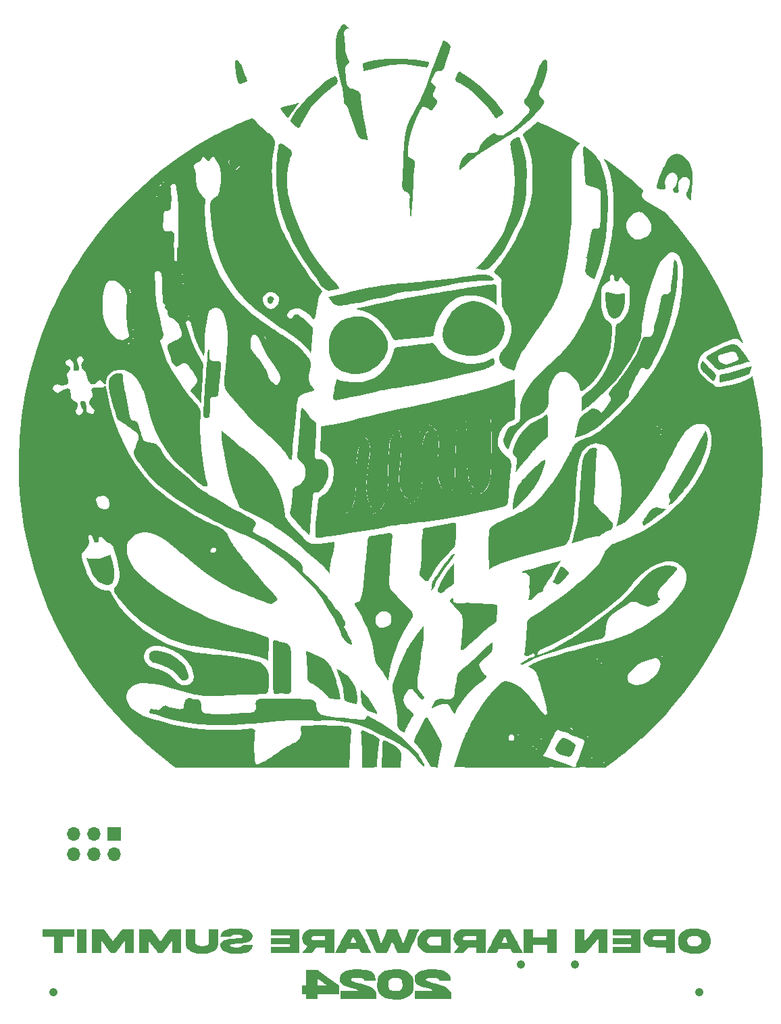
<source format=gbr>
%TF.GenerationSoftware,KiCad,Pcbnew,7.0.1-0*%
%TF.CreationDate,2024-04-28T15:41:34-04:00*%
%TF.ProjectId,OHS2024 Badge Release,4f485332-3032-4342-9042-616467652052,rev?*%
%TF.SameCoordinates,Original*%
%TF.FileFunction,Soldermask,Bot*%
%TF.FilePolarity,Negative*%
%FSLAX46Y46*%
G04 Gerber Fmt 4.6, Leading zero omitted, Abs format (unit mm)*
G04 Created by KiCad (PCBNEW 7.0.1-0) date 2024-04-28 15:41:34*
%MOMM*%
%LPD*%
G01*
G04 APERTURE LIST*
%ADD10C,1.050000*%
%ADD11R,1.700000X1.700000*%
%ADD12O,1.700000X1.700000*%
G04 APERTURE END LIST*
%TO.C,*%
G36*
X88236500Y-64203500D02*
G01*
X88806500Y-64384500D01*
X89386500Y-64700500D01*
X89941500Y-65123500D01*
X90449500Y-65629500D01*
X90882500Y-66191500D01*
X91216500Y-66785500D01*
X91425500Y-67385500D01*
X91435500Y-67433500D01*
X91462500Y-67723500D01*
X91459500Y-68054500D01*
X91426500Y-68331500D01*
X91297500Y-68767500D01*
X90979500Y-69407500D01*
X90528500Y-69996500D01*
X89961500Y-70514500D01*
X89293500Y-70942500D01*
X89254500Y-70962500D01*
X88641500Y-71215500D01*
X88013500Y-71366500D01*
X87824500Y-71382500D01*
X87517500Y-71392500D01*
X87195500Y-71389500D01*
X86937500Y-71374500D01*
X86336500Y-71269500D01*
X85666500Y-71032500D01*
X85105500Y-70684500D01*
X84657500Y-70228500D01*
X84329500Y-69668500D01*
X84123500Y-69007500D01*
X84075500Y-68733500D01*
X84040500Y-68358500D01*
X84040500Y-67925500D01*
X84042500Y-67851500D01*
X84061500Y-67486500D01*
X84095500Y-67183500D01*
X84153500Y-66855500D01*
X84324500Y-66241500D01*
X84631500Y-65619500D01*
X85051500Y-65110500D01*
X85559500Y-64726500D01*
X86176500Y-64443500D01*
X86913500Y-64257500D01*
X87068500Y-64232500D01*
X87514500Y-64186500D01*
X87922500Y-64175500D01*
X88236500Y-64203500D01*
G37*
G36*
X103093500Y-62460500D02*
G01*
X103889500Y-62766500D01*
X104608500Y-63199500D01*
X104707500Y-63271500D01*
X104868500Y-63385500D01*
X104944500Y-63443500D01*
X105170500Y-63650500D01*
X105400500Y-63895500D01*
X105570500Y-64112500D01*
X105737500Y-64391500D01*
X105972500Y-64988500D01*
X106066500Y-65635500D01*
X106069500Y-65747500D01*
X105997500Y-66422500D01*
X105773500Y-67045500D01*
X105402500Y-67613500D01*
X104884500Y-68121500D01*
X104686500Y-68273500D01*
X104000500Y-68698500D01*
X103270500Y-68982500D01*
X102463500Y-69142500D01*
X102461500Y-69142500D01*
X102265500Y-69152500D01*
X101982500Y-69151500D01*
X101688500Y-69141500D01*
X101453500Y-69124500D01*
X101344500Y-69111500D01*
X100546500Y-68950500D01*
X99851500Y-68696500D01*
X99268500Y-68353500D01*
X98808500Y-67927500D01*
X98482500Y-67425500D01*
X98358500Y-67095500D01*
X98284500Y-66533500D01*
X98362500Y-65924500D01*
X98367500Y-65901500D01*
X98419500Y-65715500D01*
X98486500Y-65525500D01*
X98584500Y-65295500D01*
X98727500Y-64992500D01*
X98929500Y-64581500D01*
X99058500Y-64323500D01*
X99194500Y-64062500D01*
X99301500Y-63876500D01*
X99403500Y-63726500D01*
X99522500Y-63571500D01*
X99649500Y-63422500D01*
X100121500Y-63002500D01*
X100703500Y-62671500D01*
X100755500Y-62647500D01*
X101167500Y-62492500D01*
X101593500Y-62374500D01*
X101982500Y-62304500D01*
X102281500Y-62296500D01*
X103093500Y-62460500D01*
G37*
G36*
X53695000Y-142407000D02*
G01*
X53695000Y-143907000D01*
X53105000Y-143907000D01*
X52515000Y-143907000D01*
X52515000Y-142407000D01*
X52515000Y-140907000D01*
X53105000Y-140907000D01*
X53695000Y-140907000D01*
X53695000Y-142407000D01*
G37*
G36*
X52150000Y-141382000D02*
G01*
X52145000Y-141857000D01*
X51450000Y-141862000D01*
X50755000Y-141868000D01*
X50755000Y-142887000D01*
X50755000Y-143907000D01*
X50175000Y-143907000D01*
X49595000Y-143907000D01*
X49595000Y-142887000D01*
X49595000Y-141868000D01*
X48900000Y-141862000D01*
X48205000Y-141857000D01*
X48200000Y-141382000D01*
X48194000Y-140907000D01*
X50175000Y-140907000D01*
X52156000Y-140907000D01*
X52150000Y-141382000D01*
G37*
G36*
X76833000Y-61696000D02*
G01*
X77006000Y-61774000D01*
X77143000Y-61896000D01*
X77178000Y-62060000D01*
X77175000Y-62105000D01*
X77085000Y-62380000D01*
X76865000Y-62560000D01*
X76776000Y-62592000D01*
X76567000Y-62586000D01*
X76425000Y-62468000D01*
X76410000Y-62431000D01*
X76369000Y-62238000D01*
X76358000Y-62021000D01*
X76384000Y-61868000D01*
X76417000Y-61819000D01*
X76609000Y-61680000D01*
X76692000Y-61642000D01*
X76833000Y-61696000D01*
G37*
G36*
X88310000Y-111177000D02*
G01*
X88872000Y-111805000D01*
X89528000Y-112740000D01*
X90053000Y-113753000D01*
X90059000Y-113767000D01*
X90127000Y-113927000D01*
X90155000Y-113999000D01*
X90148000Y-114004000D01*
X90096000Y-113991000D01*
X89963000Y-113944000D01*
X89715000Y-113852000D01*
X89475000Y-113759000D01*
X89028000Y-113558000D01*
X88702000Y-113359000D01*
X88473000Y-113144000D01*
X88313000Y-112897000D01*
X88258000Y-112770000D01*
X88180000Y-112510000D01*
X88121000Y-112175000D01*
X88077000Y-111736000D01*
X88044000Y-111167000D01*
X88032000Y-110897000D01*
X88310000Y-111177000D01*
G37*
G36*
X109655000Y-141417000D02*
G01*
X109655000Y-141927000D01*
X110535000Y-141927000D01*
X111415000Y-141927000D01*
X111415000Y-141417000D01*
X111415000Y-140907000D01*
X111995000Y-140907000D01*
X112575000Y-140907000D01*
X112575000Y-142407000D01*
X112575000Y-143907000D01*
X111995000Y-143907000D01*
X111415000Y-143907000D01*
X111415000Y-143397000D01*
X111415000Y-142887000D01*
X110535000Y-142887000D01*
X109656000Y-142887000D01*
X109650000Y-143392000D01*
X109645000Y-143897000D01*
X109065000Y-143897000D01*
X108485000Y-143897000D01*
X108480000Y-142402000D01*
X108475000Y-140907000D01*
X109065000Y-140907000D01*
X109655000Y-140907000D01*
X109655000Y-141417000D01*
G37*
G36*
X80335000Y-142407000D02*
G01*
X80335000Y-143907000D01*
X78585000Y-143907000D01*
X76835000Y-143907000D01*
X76835000Y-143517000D01*
X76835000Y-143127000D01*
X78005000Y-143127000D01*
X79175000Y-143127000D01*
X79175000Y-142937000D01*
X79175000Y-142747000D01*
X78005000Y-142747000D01*
X76835000Y-142747000D01*
X76835000Y-142397000D01*
X76835000Y-142047000D01*
X78005000Y-142047000D01*
X79175000Y-142047000D01*
X79175000Y-141857000D01*
X79175000Y-141667000D01*
X78005000Y-141667000D01*
X76835000Y-141667000D01*
X76835000Y-141287000D01*
X76835000Y-140907000D01*
X78585000Y-140907000D01*
X80335000Y-140907000D01*
X80335000Y-142407000D01*
G37*
G36*
X116080000Y-141688000D02*
G01*
X116085000Y-142468000D01*
X116733000Y-141688000D01*
X117380000Y-140907000D01*
X118188000Y-140907000D01*
X118995000Y-140907000D01*
X118995000Y-142407000D01*
X118995000Y-143907000D01*
X118415000Y-143907000D01*
X117835000Y-143907000D01*
X117835000Y-142995000D01*
X117834000Y-142674000D01*
X117830000Y-142367000D01*
X117825000Y-142163000D01*
X117817000Y-142090000D01*
X117801000Y-142106000D01*
X117699000Y-142218000D01*
X117519000Y-142419000D01*
X117281000Y-142687000D01*
X117002000Y-143002000D01*
X116205000Y-143907000D01*
X115550000Y-143907000D01*
X114895000Y-143907000D01*
X114895000Y-142407000D01*
X114895000Y-140907000D01*
X115485000Y-140907000D01*
X116075000Y-140907000D01*
X116080000Y-141688000D01*
G37*
G36*
X99770000Y-96151000D02*
G01*
X99771000Y-96494000D01*
X99771000Y-96881000D01*
X99766000Y-97153000D01*
X99755000Y-97339000D01*
X99736000Y-97465000D01*
X99706000Y-97560000D01*
X99664000Y-97649000D01*
X99604000Y-97749000D01*
X99443000Y-97903000D01*
X99179000Y-98051000D01*
X99108000Y-98085000D01*
X98880000Y-98210000D01*
X98716000Y-98350000D01*
X98544000Y-98560000D01*
X98465000Y-98656000D01*
X98332000Y-98755000D01*
X98318000Y-98762000D01*
X98076000Y-98804000D01*
X97850000Y-98735000D01*
X97703000Y-98573000D01*
X97683000Y-98515000D01*
X97687000Y-98361000D01*
X97767000Y-98133000D01*
X98206000Y-97222000D01*
X98860000Y-96152000D01*
X99613000Y-95185000D01*
X99765000Y-95012000D01*
X99770000Y-96151000D01*
G37*
G36*
X80285000Y-37453000D02*
G01*
X80234000Y-37531000D01*
X80124000Y-37681000D01*
X79991000Y-37862000D01*
X79650000Y-38349000D01*
X79338000Y-38826000D01*
X79284000Y-38912000D01*
X79157000Y-39101000D01*
X79073000Y-39211000D01*
X78946000Y-39287000D01*
X78792000Y-39227000D01*
X78718000Y-39155000D01*
X78572000Y-38986000D01*
X78398000Y-38769000D01*
X78222000Y-38538000D01*
X78070000Y-38327000D01*
X77968000Y-38171000D01*
X77942000Y-38104000D01*
X77959000Y-38097000D01*
X78096000Y-38053000D01*
X78340000Y-37981000D01*
X78657000Y-37891000D01*
X79015000Y-37790000D01*
X79381000Y-37688000D01*
X79724000Y-37594000D01*
X80011000Y-37517000D01*
X80209000Y-37466000D01*
X80285000Y-37451000D01*
X80285000Y-37453000D01*
G37*
G36*
X113491000Y-116968000D02*
G01*
X113794000Y-117063000D01*
X114146000Y-117221000D01*
X114485000Y-117416000D01*
X114623000Y-117515000D01*
X114813000Y-117680000D01*
X114961000Y-117828000D01*
X114949000Y-117993000D01*
X114919000Y-118202000D01*
X114764000Y-118644000D01*
X114650000Y-118855000D01*
X114448000Y-119123000D01*
X114249000Y-119279000D01*
X114190000Y-119296000D01*
X114015000Y-119298000D01*
X113869000Y-119282000D01*
X113411000Y-119164000D01*
X112977000Y-118960000D01*
X112635000Y-118699000D01*
X112541000Y-118594000D01*
X112461000Y-118427000D01*
X112477000Y-118228000D01*
X112533000Y-118060000D01*
X112677000Y-117763000D01*
X112866000Y-117452000D01*
X113065000Y-117182000D01*
X113240000Y-117005000D01*
X113315000Y-116960000D01*
X113425000Y-116956000D01*
X113491000Y-116968000D01*
G37*
G36*
X59635000Y-142407000D02*
G01*
X59635000Y-143907000D01*
X59055000Y-143907000D01*
X58475000Y-143907000D01*
X58470000Y-143106000D01*
X58465000Y-142305000D01*
X57877000Y-143106000D01*
X57289000Y-143907000D01*
X57003000Y-143907000D01*
X56717000Y-143907000D01*
X56131000Y-143108000D01*
X55545000Y-142309000D01*
X55540000Y-143108000D01*
X55535000Y-143907000D01*
X54955000Y-143907000D01*
X54375000Y-143907000D01*
X54375000Y-142407000D01*
X54375000Y-140907000D01*
X55109000Y-140912000D01*
X55843000Y-140917000D01*
X56400000Y-141627000D01*
X56600000Y-141881000D01*
X56791000Y-142124000D01*
X56926000Y-142294000D01*
X56983000Y-142364000D01*
X57003000Y-142361000D01*
X57059000Y-142308000D01*
X57165000Y-142184000D01*
X57335000Y-141971000D01*
X57587000Y-141649000D01*
X58165000Y-140909000D01*
X58900000Y-140908000D01*
X59635000Y-140907000D01*
X59635000Y-142407000D01*
G37*
G36*
X123135000Y-142394000D02*
G01*
X123135000Y-142396000D01*
X123134000Y-142864000D01*
X123132000Y-143274000D01*
X123130000Y-143598000D01*
X123126000Y-143813000D01*
X123122000Y-143894000D01*
X123106000Y-143895000D01*
X122965000Y-143899000D01*
X122697000Y-143902000D01*
X122325000Y-143905000D01*
X121872000Y-143906000D01*
X121362000Y-143907000D01*
X119615000Y-143907000D01*
X119615000Y-143517000D01*
X119615000Y-143127000D01*
X120785000Y-143127000D01*
X121955000Y-143127000D01*
X121955000Y-142937000D01*
X121955000Y-142747000D01*
X120785000Y-142747000D01*
X119615000Y-142747000D01*
X119615000Y-142397000D01*
X119615000Y-142047000D01*
X120785000Y-142047000D01*
X121955000Y-142047000D01*
X121955000Y-141857000D01*
X121955000Y-141667000D01*
X120785000Y-141667000D01*
X119615000Y-141667000D01*
X119615000Y-141287000D01*
X119615000Y-140907000D01*
X121375000Y-140907000D01*
X123135000Y-140907000D01*
X123135000Y-142394000D01*
G37*
G36*
X113210000Y-95508000D02*
G01*
X113332000Y-95577000D01*
X113455000Y-95655000D01*
X113709000Y-95837000D01*
X113933000Y-96023000D01*
X114094000Y-96182000D01*
X114155000Y-96284000D01*
X114155000Y-96286000D01*
X114143000Y-96343000D01*
X114093000Y-96422000D01*
X113980000Y-96555000D01*
X113781000Y-96772000D01*
X113608000Y-96955000D01*
X113338000Y-97233000D01*
X113098000Y-97470000D01*
X112914000Y-97639000D01*
X112812000Y-97716000D01*
X112731000Y-97740000D01*
X112580000Y-97719000D01*
X112364000Y-97607000D01*
X112311000Y-97574000D01*
X112151000Y-97449000D01*
X112120000Y-97341000D01*
X112203000Y-97214000D01*
X112228000Y-97182000D01*
X112314000Y-97044000D01*
X112444000Y-96802000D01*
X112630000Y-96437000D01*
X112711000Y-96273000D01*
X112851000Y-95985000D01*
X112955000Y-95765000D01*
X113004000Y-95650000D01*
X113035000Y-95574000D01*
X113110000Y-95514000D01*
X113147000Y-95500000D01*
X113210000Y-95508000D01*
G37*
G36*
X125530000Y-88169000D02*
G01*
X125589000Y-88186000D01*
X125837000Y-88243000D01*
X126095000Y-88288000D01*
X126282000Y-88307000D01*
X126338000Y-88310000D01*
X126332000Y-88346000D01*
X126323000Y-88356000D01*
X126213000Y-88445000D01*
X125997000Y-88610000D01*
X125693000Y-88839000D01*
X125319000Y-89117000D01*
X124893000Y-89431000D01*
X124433000Y-89767000D01*
X124369000Y-89814000D01*
X124113000Y-90001000D01*
X123907000Y-90153000D01*
X123792000Y-90240000D01*
X123729000Y-90286000D01*
X123632000Y-90346000D01*
X123578000Y-90363000D01*
X123496000Y-90337000D01*
X123440000Y-90295000D01*
X123350000Y-90119000D01*
X123355000Y-89915000D01*
X123363000Y-89893000D01*
X123405000Y-89813000D01*
X123489000Y-89682000D01*
X123633000Y-89476000D01*
X123854000Y-89167000D01*
X123946000Y-89039000D01*
X124112000Y-88806000D01*
X124231000Y-88635000D01*
X124463000Y-88353000D01*
X124765000Y-88150000D01*
X125113000Y-88092000D01*
X125530000Y-88169000D01*
G37*
G36*
X130968000Y-69766000D02*
G01*
X131062000Y-69857000D01*
X131223000Y-70027000D01*
X131471000Y-70295000D01*
X131607000Y-70441000D01*
X131863000Y-70712000D01*
X132085000Y-70941000D01*
X132236000Y-71089000D01*
X132258000Y-71111000D01*
X132454000Y-71317000D01*
X132550000Y-71489000D01*
X132575000Y-71677000D01*
X132542000Y-71910000D01*
X132406000Y-72121000D01*
X132316000Y-72202000D01*
X132233000Y-72227000D01*
X132165000Y-72217000D01*
X132070000Y-72158000D01*
X131915000Y-72017000D01*
X131802000Y-71912000D01*
X131683000Y-71805000D01*
X131679000Y-71803000D01*
X131568000Y-71694000D01*
X131419000Y-71535000D01*
X131250000Y-71361000D01*
X131091000Y-71222000D01*
X130889000Y-71051000D01*
X130706000Y-70808000D01*
X130639000Y-70544000D01*
X130638000Y-70460000D01*
X130655000Y-70284000D01*
X130670000Y-70232000D01*
X130741000Y-70055000D01*
X130829000Y-69864000D01*
X130898000Y-69741000D01*
X130899000Y-69740000D01*
X130920000Y-69734000D01*
X130968000Y-69766000D01*
G37*
G36*
X85026000Y-108300000D02*
G01*
X85186000Y-108382000D01*
X85392000Y-108495000D01*
X85599000Y-108613000D01*
X85761000Y-108713000D01*
X85887000Y-108796000D01*
X86245000Y-109067000D01*
X86576000Y-109380000D01*
X86614000Y-109420000D01*
X87060000Y-109986000D01*
X87370000Y-110607000D01*
X87560000Y-111317000D01*
X87584000Y-111481000D01*
X87599000Y-111690000D01*
X87604000Y-111987000D01*
X87603000Y-112149000D01*
X87598000Y-112406000D01*
X87588000Y-112574000D01*
X87571000Y-112731000D01*
X87458000Y-112718000D01*
X87455000Y-112717000D01*
X87107000Y-112655000D01*
X86770000Y-112565000D01*
X86767000Y-112564000D01*
X86545000Y-112478000D01*
X86311000Y-112371000D01*
X86120000Y-112268000D01*
X86024000Y-112198000D01*
X85998000Y-112122000D01*
X85973000Y-111902000D01*
X85831000Y-110818000D01*
X85534000Y-109664000D01*
X85094000Y-108569000D01*
X85063000Y-108506000D01*
X84986000Y-108343000D01*
X84955000Y-108273000D01*
X84955000Y-108272000D01*
X85026000Y-108300000D01*
G37*
G36*
X72657000Y-32118000D02*
G01*
X72784000Y-32271000D01*
X72837000Y-32359000D01*
X72950000Y-32527000D01*
X73031000Y-32649000D01*
X73235000Y-33053000D01*
X73444000Y-33607000D01*
X73511000Y-33797000D01*
X73618000Y-34086000D01*
X73706000Y-34300000D01*
X73712000Y-34313000D01*
X73785000Y-34496000D01*
X73815000Y-34606000D01*
X73797000Y-34702000D01*
X73693000Y-34811000D01*
X73465000Y-34913000D01*
X73388000Y-34941000D01*
X73205000Y-35017000D01*
X73145000Y-35044000D01*
X73035000Y-35087000D01*
X72977000Y-35102000D01*
X72869000Y-35080000D01*
X72762000Y-35002000D01*
X72655000Y-34818000D01*
X72556000Y-34506000D01*
X72527000Y-34392000D01*
X72486000Y-34201000D01*
X72449000Y-33984000D01*
X72411000Y-33695000D01*
X72363000Y-33291000D01*
X72332000Y-33015000D01*
X72297000Y-32663000D01*
X72282000Y-32429000D01*
X72285000Y-32286000D01*
X72305000Y-32208000D01*
X72354000Y-32147000D01*
X72536000Y-32087000D01*
X72657000Y-32118000D01*
G37*
G36*
X65575000Y-142407000D02*
G01*
X65575000Y-143907000D01*
X64995000Y-143907000D01*
X64415000Y-143907000D01*
X64410000Y-143110000D01*
X64405000Y-142314000D01*
X63823000Y-143105000D01*
X63241000Y-143897000D01*
X62960000Y-143903000D01*
X62873000Y-143904000D01*
X62713000Y-143899000D01*
X62652000Y-143881000D01*
X62599000Y-143812000D01*
X62470000Y-143640000D01*
X62286000Y-143391000D01*
X62065000Y-143091000D01*
X61505000Y-142328000D01*
X61495000Y-143112000D01*
X61485000Y-143897000D01*
X60905000Y-143897000D01*
X60325000Y-143897000D01*
X60320000Y-142402000D01*
X60315000Y-140907000D01*
X61050000Y-140908000D01*
X61785000Y-140908000D01*
X62363000Y-141648000D01*
X62585000Y-141930000D01*
X62773000Y-142167000D01*
X62902000Y-142327000D01*
X62953000Y-142386000D01*
X63000000Y-142331000D01*
X63126000Y-142174000D01*
X63311000Y-141939000D01*
X63536000Y-141651000D01*
X64107000Y-140917000D01*
X64841000Y-140912000D01*
X65575000Y-140907000D01*
X65575000Y-142407000D01*
G37*
G36*
X137054000Y-70444000D02*
G01*
X137031000Y-70543000D01*
X136985000Y-70728000D01*
X136925000Y-70952000D01*
X136831000Y-71211000D01*
X136707000Y-71380000D01*
X136520000Y-71500000D01*
X136234000Y-71613000D01*
X136158000Y-71640000D01*
X135304000Y-71919000D01*
X134470000Y-72153000D01*
X133715000Y-72325000D01*
X133551000Y-72363000D01*
X133335000Y-72427000D01*
X133230000Y-72461000D01*
X133084000Y-72470000D01*
X133014000Y-72373000D01*
X132986000Y-72143000D01*
X132989000Y-71851000D01*
X133053000Y-71620000D01*
X133190000Y-71490000D01*
X133197000Y-71487000D01*
X133334000Y-71448000D01*
X133542000Y-71408000D01*
X133571000Y-71403000D01*
X133794000Y-71365000D01*
X134008000Y-71319000D01*
X134245000Y-71259000D01*
X134537000Y-71174000D01*
X134916000Y-71056000D01*
X135415000Y-70896000D01*
X135616000Y-70832000D01*
X135963000Y-70723000D01*
X136252000Y-70634000D01*
X136437000Y-70579000D01*
X136582000Y-70541000D01*
X136812000Y-70485000D01*
X136986000Y-70448000D01*
X137055000Y-70440000D01*
X137054000Y-70444000D01*
G37*
G36*
X119363000Y-61239000D02*
G01*
X119376000Y-61244000D01*
X119732000Y-61356000D01*
X120065000Y-61401000D01*
X120226000Y-61404000D01*
X120785000Y-61319000D01*
X120835000Y-61305000D01*
X121004000Y-61290000D01*
X121110000Y-61362000D01*
X121122000Y-61377000D01*
X121171000Y-61481000D01*
X121195000Y-61648000D01*
X121201000Y-61927000D01*
X121199000Y-62051000D01*
X121166000Y-62496000D01*
X121074000Y-62942000D01*
X120967000Y-63278000D01*
X120813000Y-63644000D01*
X120644000Y-63962000D01*
X120484000Y-64176000D01*
X120291000Y-64324000D01*
X120063000Y-64426000D01*
X120031000Y-64433000D01*
X119781000Y-64437000D01*
X119553000Y-64381000D01*
X119347000Y-64233000D01*
X119143000Y-63945000D01*
X118965000Y-63517000D01*
X118921000Y-63381000D01*
X118822000Y-63000000D01*
X118764000Y-62611000D01*
X118733000Y-62137000D01*
X118725000Y-61923000D01*
X118713000Y-61658000D01*
X118704000Y-61487000D01*
X118701000Y-61340000D01*
X118729000Y-61247000D01*
X118832000Y-61154000D01*
X119042000Y-61144000D01*
X119363000Y-61239000D01*
G37*
G36*
X91080000Y-117326000D02*
G01*
X91330000Y-117419000D01*
X91634000Y-117558000D01*
X91952000Y-117727000D01*
X92166000Y-117846000D01*
X92388000Y-117966000D01*
X92632000Y-118113000D01*
X92905000Y-118378000D01*
X93063000Y-118707000D01*
X93105000Y-118902000D01*
X93121000Y-119188000D01*
X93105000Y-119582000D01*
X93097000Y-119711000D01*
X93078000Y-120028000D01*
X93065000Y-120287000D01*
X93064000Y-120325000D01*
X93053000Y-120519000D01*
X93044000Y-120622000D01*
X93034000Y-120667000D01*
X91856000Y-120667000D01*
X91661000Y-120667000D01*
X91272000Y-120665000D01*
X90958000Y-120662000D01*
X90748000Y-120657000D01*
X90669000Y-120652000D01*
X90669000Y-120651000D01*
X90670000Y-120558000D01*
X90677000Y-120339000D01*
X90690000Y-120025000D01*
X90707000Y-119647000D01*
X90724000Y-119273000D01*
X90742000Y-118830000D01*
X90756000Y-118436000D01*
X90765000Y-118147000D01*
X90767000Y-118035000D01*
X90777000Y-117703000D01*
X90791000Y-117492000D01*
X90815000Y-117375000D01*
X90853000Y-117320000D01*
X90912000Y-117298000D01*
X90924000Y-117296000D01*
X91080000Y-117326000D01*
G37*
G36*
X88356000Y-116063000D02*
G01*
X88577000Y-116149000D01*
X88873000Y-116275000D01*
X89210000Y-116424000D01*
X89549000Y-116580000D01*
X89857000Y-116726000D01*
X90095000Y-116846000D01*
X90229000Y-116924000D01*
X90278000Y-116966000D01*
X90402000Y-117191000D01*
X90400000Y-117302000D01*
X90375000Y-117491000D01*
X90356000Y-117615000D01*
X90266000Y-118287000D01*
X90179000Y-119108000D01*
X90094000Y-120067000D01*
X90072000Y-120334000D01*
X90054000Y-120536000D01*
X90044000Y-120622000D01*
X90038000Y-120627000D01*
X89971000Y-120637000D01*
X89811000Y-120643000D01*
X89537000Y-120646000D01*
X89126000Y-120647000D01*
X88215000Y-120647000D01*
X88215000Y-119692000D01*
X88214000Y-119355000D01*
X88210000Y-118921000D01*
X88204000Y-118537000D01*
X88195000Y-118257000D01*
X88186000Y-118027000D01*
X88170000Y-117624000D01*
X88155000Y-117247000D01*
X88142000Y-116980000D01*
X88124000Y-116701000D01*
X88106000Y-116517000D01*
X88081000Y-116323000D01*
X88081000Y-116166000D01*
X88118000Y-116077000D01*
X88156000Y-116039000D01*
X88253000Y-116032000D01*
X88356000Y-116063000D01*
G37*
G36*
X96384000Y-114389000D02*
G01*
X96439000Y-114444000D01*
X96521000Y-114550000D01*
X96637000Y-114727000D01*
X96810000Y-115009000D01*
X97046000Y-115410000D01*
X97565000Y-116362000D01*
X98021000Y-117301000D01*
X98111000Y-117503000D01*
X98198000Y-117729000D01*
X98228000Y-117902000D01*
X98208000Y-118075000D01*
X98144000Y-118303000D01*
X98049000Y-118636000D01*
X97848000Y-119536000D01*
X97705000Y-120532000D01*
X97692000Y-120648000D01*
X97280000Y-120642000D01*
X96869000Y-120637000D01*
X96710000Y-120347000D01*
X96632000Y-120206000D01*
X96120000Y-119351000D01*
X95557000Y-118512000D01*
X94988000Y-117758000D01*
X94847000Y-117575000D01*
X94773000Y-117442000D01*
X94755000Y-117329000D01*
X94757000Y-117293000D01*
X94772000Y-117220000D01*
X94814000Y-117103000D01*
X94896000Y-116906000D01*
X95031000Y-116597000D01*
X95032000Y-116595000D01*
X95144000Y-116351000D01*
X95296000Y-116037000D01*
X95472000Y-115683000D01*
X95656000Y-115320000D01*
X95833000Y-114979000D01*
X95986000Y-114690000D01*
X96101000Y-114483000D01*
X96162000Y-114390000D01*
X96252000Y-114337000D01*
X96384000Y-114389000D01*
G37*
G36*
X62544000Y-106068000D02*
G01*
X62989000Y-106126000D01*
X63458000Y-106230000D01*
X63892000Y-106371000D01*
X64155000Y-106485000D01*
X64672000Y-106765000D01*
X65127000Y-107079000D01*
X65225000Y-107157000D01*
X65473000Y-107361000D01*
X65640000Y-107507000D01*
X65760000Y-107625000D01*
X66073000Y-108028000D01*
X66335000Y-108590000D01*
X66449000Y-109200000D01*
X66453000Y-109283000D01*
X66449000Y-109405000D01*
X66415000Y-109496000D01*
X66382000Y-109552000D01*
X66218000Y-109678000D01*
X65935000Y-109746000D01*
X65814000Y-109753000D01*
X65572000Y-109680000D01*
X65369000Y-109467000D01*
X65199000Y-109234000D01*
X64671000Y-108689000D01*
X64022000Y-108237000D01*
X63247000Y-107873000D01*
X62341000Y-107595000D01*
X62301000Y-107585000D01*
X62086000Y-107523000D01*
X61946000Y-107470000D01*
X61806000Y-107373000D01*
X61594000Y-107097000D01*
X61562000Y-107029000D01*
X61531000Y-106920000D01*
X61525000Y-106757000D01*
X61526000Y-106666000D01*
X61541000Y-106541000D01*
X61591000Y-106422000D01*
X61659000Y-106310000D01*
X61867000Y-106144000D01*
X62185000Y-106067000D01*
X62544000Y-106068000D01*
G37*
G36*
X100514000Y-33550000D02*
G01*
X100686000Y-33678000D01*
X100814000Y-33778000D01*
X101006000Y-33908000D01*
X101745000Y-34393000D01*
X102909000Y-35260000D01*
X103922000Y-36157000D01*
X104782000Y-37084000D01*
X105485000Y-38037000D01*
X105629000Y-38239000D01*
X105798000Y-38440000D01*
X105819000Y-38461000D01*
X105940000Y-38611000D01*
X105948000Y-38717000D01*
X105850000Y-38836000D01*
X105793000Y-38888000D01*
X105546000Y-39077000D01*
X105246000Y-39271000D01*
X105136000Y-39330000D01*
X105033000Y-39367000D01*
X104927000Y-39329000D01*
X104805000Y-39210000D01*
X104743000Y-39110000D01*
X104062000Y-38147000D01*
X103238000Y-37193000D01*
X102284000Y-36264000D01*
X101875000Y-35912000D01*
X101454000Y-35595000D01*
X101013000Y-35321000D01*
X100488000Y-35045000D01*
X100271000Y-34934000D01*
X100073000Y-34817000D01*
X99962000Y-34718000D01*
X99902000Y-34612000D01*
X99883000Y-34553000D01*
X99891000Y-34426000D01*
X99897000Y-34405000D01*
X99960000Y-34256000D01*
X100062000Y-34045000D01*
X100178000Y-33824000D01*
X100280000Y-33644000D01*
X100341000Y-33557000D01*
X100398000Y-33529000D01*
X100514000Y-33550000D01*
G37*
G36*
X85311000Y-147950000D02*
G01*
X85316000Y-147953000D01*
X85310000Y-148485000D01*
X85305000Y-149017000D01*
X83980000Y-149022000D01*
X82655000Y-149027000D01*
X82655000Y-149327000D01*
X82655000Y-149627000D01*
X81945000Y-149627000D01*
X81235000Y-149627000D01*
X81235000Y-149328000D01*
X81235000Y-149028000D01*
X80970000Y-149023000D01*
X80705000Y-149017000D01*
X80700000Y-148482000D01*
X80694224Y-147967000D01*
X82655000Y-147967000D01*
X83269000Y-147967000D01*
X83335000Y-147967000D01*
X83612000Y-147964000D01*
X83800000Y-147958000D01*
X83864000Y-147950000D01*
X83861000Y-147947000D01*
X83775000Y-147883000D01*
X83602000Y-147755000D01*
X83377000Y-147589000D01*
X83137000Y-147412000D01*
X82916000Y-147251000D01*
X82752000Y-147131000D01*
X82680000Y-147080000D01*
X82677000Y-147079000D01*
X82664000Y-147116000D01*
X82657000Y-147251000D01*
X82655000Y-147516000D01*
X82655000Y-147967000D01*
X80694224Y-147967000D01*
X80694000Y-147947000D01*
X80965000Y-147947000D01*
X81235000Y-147947000D01*
X81235000Y-146975000D01*
X81235000Y-146002000D01*
X81950000Y-146017000D01*
X82665000Y-146032000D01*
X83990000Y-146993000D01*
X85311000Y-147950000D01*
G37*
G36*
X99802000Y-93884000D02*
G01*
X99814000Y-93979000D01*
X99795000Y-94097000D01*
X99775000Y-94131000D01*
X99677000Y-94266000D01*
X99529000Y-94453000D01*
X99105000Y-94992000D01*
X98548000Y-95765000D01*
X98025000Y-96577000D01*
X97947000Y-96704000D01*
X97731000Y-97069000D01*
X97579000Y-97348000D01*
X97473000Y-97578000D01*
X97392000Y-97797000D01*
X97348000Y-97924000D01*
X97238000Y-98182000D01*
X97119000Y-98340000D01*
X96965000Y-98440000D01*
X96887000Y-98474000D01*
X96821000Y-98477000D01*
X96856000Y-98379000D01*
X96878000Y-98330000D01*
X96912000Y-98211000D01*
X96941000Y-98024000D01*
X96973000Y-97724000D01*
X96996000Y-97563000D01*
X97033000Y-97409000D01*
X97043000Y-97385000D01*
X97130000Y-97236000D01*
X97260000Y-97042000D01*
X97310000Y-96971000D01*
X97471000Y-96742000D01*
X97677000Y-96449000D01*
X97895000Y-96137000D01*
X97972000Y-96027000D01*
X98333000Y-95520000D01*
X98667000Y-95063000D01*
X98958000Y-94677000D01*
X99191000Y-94383000D01*
X99351000Y-94201000D01*
X99417000Y-94137000D01*
X99575000Y-94008000D01*
X99719000Y-93909000D01*
X99797000Y-93878000D01*
X99802000Y-93884000D01*
G37*
G36*
X56700000Y-94043000D02*
G01*
X56761000Y-94173000D01*
X56840000Y-94403000D01*
X56925000Y-94694000D01*
X57002000Y-95007000D01*
X57089000Y-95460000D01*
X57143000Y-95995000D01*
X57150000Y-96593000D01*
X57131000Y-96980000D01*
X57088000Y-97257000D01*
X57011000Y-97456000D01*
X56890000Y-97620000D01*
X56812000Y-97694000D01*
X56516000Y-97841000D01*
X56458000Y-97852000D01*
X56100000Y-97832000D01*
X55705000Y-97692000D01*
X55305000Y-97451000D01*
X54932000Y-97126000D01*
X54618000Y-96737000D01*
X54538000Y-96612000D01*
X54392000Y-96351000D01*
X54247000Y-96041000D01*
X54088000Y-95648000D01*
X53898000Y-95137000D01*
X53830000Y-94947000D01*
X53743000Y-94709000D01*
X53688000Y-94560000D01*
X53652000Y-94453000D01*
X53668000Y-94435000D01*
X53672000Y-94437000D01*
X53781000Y-94462000D01*
X53973000Y-94501000D01*
X54054000Y-94517000D01*
X54222000Y-94541000D01*
X54405000Y-94552000D01*
X54675000Y-94554000D01*
X54957000Y-94551000D01*
X55157000Y-94538000D01*
X55335000Y-94512000D01*
X55832000Y-94389000D01*
X56509000Y-94105000D01*
X56597000Y-94060000D01*
X56681000Y-94027000D01*
X56700000Y-94043000D01*
G37*
G36*
X111186000Y-82157000D02*
G01*
X111202000Y-82255000D01*
X111188000Y-82387000D01*
X111137000Y-82614000D01*
X110831000Y-83610000D01*
X110376000Y-84620000D01*
X109777000Y-85605000D01*
X109026000Y-86580000D01*
X109022000Y-86585000D01*
X108808000Y-86822000D01*
X108536000Y-87107000D01*
X108233000Y-87412000D01*
X107928000Y-87709000D01*
X107647000Y-87972000D01*
X107420000Y-88173000D01*
X107275000Y-88284000D01*
X107199000Y-88324000D01*
X107145000Y-88299000D01*
X107129000Y-88283000D01*
X107095000Y-88143000D01*
X107100000Y-87867000D01*
X107172000Y-87195000D01*
X107336000Y-86415000D01*
X107580000Y-85774000D01*
X107594000Y-85746000D01*
X107791000Y-85399000D01*
X108031000Y-85082000D01*
X108068000Y-85037000D01*
X108184000Y-84891000D01*
X108231000Y-84799000D01*
X108241000Y-84706000D01*
X108250000Y-84625000D01*
X108319000Y-84601000D01*
X108461000Y-84550000D01*
X108689000Y-84341000D01*
X108914000Y-84065000D01*
X109293000Y-83632000D01*
X109674000Y-83228000D01*
X110026000Y-82887000D01*
X110316000Y-82642000D01*
X110456000Y-82541000D01*
X110715000Y-82370000D01*
X110945000Y-82235000D01*
X111113000Y-82156000D01*
X111184000Y-82152000D01*
X111186000Y-82157000D01*
G37*
G36*
X99315000Y-142949000D02*
G01*
X99315000Y-143909000D01*
X97860000Y-143902000D01*
X97710000Y-143901000D01*
X97232000Y-143899000D01*
X96885000Y-143896000D01*
X96643000Y-143892000D01*
X96484000Y-143886000D01*
X96383000Y-143878000D01*
X96316000Y-143866000D01*
X96260000Y-143851000D01*
X95950000Y-143723000D01*
X95564000Y-143431000D01*
X95292000Y-143035000D01*
X95196000Y-142778000D01*
X95153155Y-142407000D01*
X96394000Y-142407000D01*
X96460000Y-142664000D01*
X96656000Y-142877000D01*
X96745000Y-142937000D01*
X97450000Y-142943000D01*
X98155000Y-142949000D01*
X98155000Y-142693000D01*
X98151000Y-142434000D01*
X98142000Y-142152000D01*
X98129000Y-141867000D01*
X97457000Y-141867000D01*
X97183000Y-141867000D01*
X96956000Y-141870000D01*
X96824000Y-141876000D01*
X96753000Y-141889000D01*
X96705000Y-141909000D01*
X96645000Y-141945000D01*
X96457000Y-142152000D01*
X96394000Y-142407000D01*
X95153155Y-142407000D01*
X95152000Y-142397000D01*
X95209000Y-141987000D01*
X95411000Y-141560000D01*
X95746000Y-141212000D01*
X95788000Y-141180000D01*
X95970000Y-141068000D01*
X96205000Y-140970000D01*
X96345000Y-140918000D01*
X97830000Y-140912000D01*
X99315000Y-140905000D01*
X99315000Y-142407000D01*
X99315000Y-142949000D01*
G37*
G36*
X107723000Y-142647000D02*
G01*
X107881000Y-142942000D01*
X108064000Y-143283000D01*
X108201000Y-143539000D01*
X108277000Y-143682000D01*
X108398000Y-143907000D01*
X107740000Y-143907000D01*
X107082000Y-143907000D01*
X106960000Y-143647000D01*
X106837000Y-143387000D01*
X106090000Y-143387000D01*
X105342000Y-143387000D01*
X105220000Y-143647000D01*
X105097000Y-143907000D01*
X104446000Y-143907000D01*
X104346000Y-143907000D01*
X104065000Y-143904000D01*
X103869000Y-143899000D01*
X103795000Y-143892000D01*
X103799000Y-143883000D01*
X103857000Y-143771000D01*
X103977000Y-143545000D01*
X104146000Y-143227000D01*
X104355000Y-142838000D01*
X104465240Y-142632000D01*
X105695000Y-142632000D01*
X105722000Y-142637000D01*
X105867000Y-142644000D01*
X106095000Y-142647000D01*
X106494000Y-142647000D01*
X106447000Y-142542000D01*
X106429000Y-142501000D01*
X106324000Y-142273000D01*
X106219000Y-142049000D01*
X106136000Y-141876000D01*
X106097000Y-141802000D01*
X106072000Y-141840000D01*
X105998000Y-141980000D01*
X105901000Y-142178000D01*
X105802000Y-142384000D01*
X105725000Y-142552000D01*
X105695000Y-142632000D01*
X104465240Y-142632000D01*
X104591000Y-142397000D01*
X105388000Y-140917000D01*
X106092000Y-140917000D01*
X106797000Y-140917000D01*
X107477000Y-142187000D01*
X107668000Y-142543000D01*
X107723000Y-142647000D01*
G37*
G36*
X67275000Y-141684000D02*
G01*
X67275000Y-141857000D01*
X67279000Y-142192000D01*
X67286000Y-142442000D01*
X67295000Y-142569000D01*
X67314000Y-142640000D01*
X67462000Y-142853000D01*
X67741000Y-142978000D01*
X67822000Y-142993000D01*
X68081000Y-143012000D01*
X68365000Y-143011000D01*
X68582000Y-142987000D01*
X68766000Y-142918000D01*
X68964000Y-142739000D01*
X69025000Y-142640000D01*
X69031000Y-141774000D01*
X69037000Y-140907000D01*
X69626000Y-140907000D01*
X70215000Y-140907000D01*
X70215000Y-141774000D01*
X70214000Y-142142000D01*
X70208000Y-142484000D01*
X70195000Y-142725000D01*
X70170000Y-142897000D01*
X70130000Y-143032000D01*
X70073000Y-143163000D01*
X69996000Y-143299000D01*
X69707000Y-143598000D01*
X69292000Y-143810000D01*
X68745000Y-143937000D01*
X68566000Y-143953000D01*
X68232000Y-143964000D01*
X67881000Y-143959000D01*
X67598000Y-143937000D01*
X67186000Y-143859000D01*
X66786000Y-143703000D01*
X66473000Y-143468000D01*
X66361000Y-143347000D01*
X66250000Y-143167000D01*
X66195000Y-143043000D01*
X66158000Y-142922000D01*
X66134000Y-142772000D01*
X66121000Y-142560000D01*
X66116000Y-142253000D01*
X66115000Y-141818000D01*
X66115000Y-140907000D01*
X66695000Y-140907000D01*
X67275000Y-140907000D01*
X67275000Y-141684000D01*
G37*
G36*
X127455000Y-141787000D02*
G01*
X127455000Y-142407000D01*
X127455000Y-143907000D01*
X126875000Y-143907000D01*
X126295000Y-143907000D01*
X126295000Y-143537000D01*
X126295000Y-143167000D01*
X125376000Y-143167000D01*
X125197000Y-143167000D01*
X124776000Y-143163000D01*
X124490000Y-143156000D01*
X124351000Y-143145000D01*
X124196000Y-143097000D01*
X123878000Y-142908000D01*
X123634000Y-142645000D01*
X123495000Y-142326000D01*
X123479704Y-142119000D01*
X124637000Y-142119000D01*
X124734000Y-142242000D01*
X124743000Y-142248000D01*
X124782000Y-142267000D01*
X124849000Y-142279000D01*
X124977000Y-142284000D01*
X125199000Y-142287000D01*
X125548000Y-142287000D01*
X126295000Y-142287000D01*
X126295000Y-142037000D01*
X126295000Y-141787000D01*
X125548000Y-141787000D01*
X125437000Y-141787000D01*
X125127000Y-141788000D01*
X124934000Y-141791000D01*
X124826000Y-141798000D01*
X124770000Y-141811000D01*
X124733000Y-141833000D01*
X124643000Y-141938000D01*
X124637000Y-142119000D01*
X123479704Y-142119000D01*
X123465000Y-141920000D01*
X123580000Y-141523000D01*
X123627000Y-141442000D01*
X123840000Y-141199000D01*
X124095000Y-141022000D01*
X124191000Y-140981000D01*
X124351000Y-140929000D01*
X124370000Y-140926000D01*
X124536000Y-140918000D01*
X124854000Y-140912000D01*
X125326000Y-140908000D01*
X125956000Y-140907000D01*
X127455000Y-140907000D01*
X127455000Y-141787000D01*
G37*
G36*
X131291000Y-78503000D02*
G01*
X131355000Y-78632000D01*
X131381000Y-78690000D01*
X131505000Y-79087000D01*
X131546000Y-79530000D01*
X131503000Y-80040000D01*
X131374000Y-80639000D01*
X131157000Y-81349000D01*
X131143000Y-81390000D01*
X130927000Y-81989000D01*
X130701000Y-82534000D01*
X130425000Y-83117000D01*
X130343000Y-83282000D01*
X129969000Y-83976000D01*
X129569000Y-84623000D01*
X129111000Y-85274000D01*
X128563000Y-85977000D01*
X128485000Y-86073000D01*
X127724000Y-86928000D01*
X126976000Y-87625000D01*
X126917000Y-87674000D01*
X126778000Y-87779000D01*
X126719000Y-87810000D01*
X126691000Y-87799000D01*
X126680000Y-87796000D01*
X126695000Y-87706000D01*
X126757000Y-87490000D01*
X126802000Y-87322000D01*
X126807000Y-87130000D01*
X126735000Y-86937000D01*
X126673000Y-86790000D01*
X126656000Y-86657000D01*
X126661000Y-86578000D01*
X126691000Y-86471000D01*
X126763000Y-86326000D01*
X126894000Y-86112000D01*
X127099000Y-85797000D01*
X127164000Y-85698000D01*
X128209000Y-84021000D01*
X129135000Y-82367000D01*
X129197000Y-82251000D01*
X129529000Y-81628000D01*
X129924000Y-80899000D01*
X130391000Y-80047000D01*
X130590000Y-79686000D01*
X130789000Y-79324000D01*
X130956000Y-79019000D01*
X131070000Y-78812000D01*
X131136000Y-78692000D01*
X131228000Y-78530000D01*
X131268000Y-78467000D01*
X131291000Y-78503000D01*
G37*
G36*
X85028000Y-34212000D02*
G01*
X85126000Y-34445000D01*
X85147000Y-34723000D01*
X85079000Y-34994000D01*
X85067000Y-35020000D01*
X84979000Y-35161000D01*
X84845000Y-35290000D01*
X84617000Y-35453000D01*
X83682000Y-36151000D01*
X82698000Y-37064000D01*
X81831000Y-38084000D01*
X81076000Y-39217000D01*
X81035000Y-39288000D01*
X80907000Y-39524000D01*
X80762000Y-39805000D01*
X80623000Y-40084000D01*
X80513000Y-40315000D01*
X80456000Y-40451000D01*
X80454000Y-40455000D01*
X80392000Y-40576000D01*
X80301000Y-40627000D01*
X80153000Y-40583000D01*
X79937000Y-40430000D01*
X79639000Y-40159000D01*
X79603000Y-40124000D01*
X79445000Y-39961000D01*
X79346000Y-39848000D01*
X79340000Y-39840000D01*
X79279000Y-39744000D01*
X79270000Y-39656000D01*
X79322000Y-39526000D01*
X79445000Y-39305000D01*
X79459000Y-39281000D01*
X79786000Y-38742000D01*
X80131000Y-38250000D01*
X80529000Y-37757000D01*
X81017000Y-37214000D01*
X81086000Y-37141000D01*
X81317000Y-36906000D01*
X81613000Y-36611000D01*
X81944000Y-36285000D01*
X82281000Y-35957000D01*
X82595000Y-35655000D01*
X82855000Y-35410000D01*
X83033000Y-35249000D01*
X83520000Y-34864000D01*
X84335000Y-34338000D01*
X84377000Y-34313000D01*
X84552000Y-34210000D01*
X84649000Y-34148000D01*
X84735000Y-34098000D01*
X84877000Y-34084000D01*
X85028000Y-34212000D01*
G37*
G36*
X92884000Y-31943000D02*
G01*
X93346000Y-31955000D01*
X93715000Y-31973000D01*
X94207000Y-32015000D01*
X94812000Y-32077000D01*
X95383000Y-32147000D01*
X95858000Y-32218000D01*
X95999000Y-32239000D01*
X96233000Y-32267000D01*
X96249000Y-32268000D01*
X96474000Y-32310000D01*
X96576000Y-32393000D01*
X96589000Y-32545000D01*
X96537000Y-32777000D01*
X96392000Y-32972000D01*
X96370000Y-32987000D01*
X96264000Y-33018000D01*
X96090000Y-33009000D01*
X95805000Y-32959000D01*
X95371000Y-32879000D01*
X94780000Y-32782000D01*
X94225000Y-32703000D01*
X94211000Y-32701000D01*
X94006000Y-32678000D01*
X93806000Y-32665000D01*
X93558000Y-32659000D01*
X93205000Y-32658000D01*
X93154000Y-32658000D01*
X92729000Y-32662000D01*
X92388000Y-32678000D01*
X92059000Y-32708000D01*
X91675000Y-32759000D01*
X91496000Y-32786000D01*
X90941000Y-32887000D01*
X90287000Y-33022000D01*
X89576000Y-33185000D01*
X88845000Y-33366000D01*
X88715000Y-33399000D01*
X88519000Y-33444000D01*
X88425000Y-33461000D01*
X88394000Y-33444000D01*
X88392000Y-33346000D01*
X88391000Y-33275000D01*
X88358000Y-33064000D01*
X88328000Y-32932000D01*
X88301000Y-32709000D01*
X88344000Y-32554000D01*
X88478000Y-32445000D01*
X88726000Y-32358000D01*
X89110000Y-32268000D01*
X89707000Y-32153000D01*
X91245000Y-31964000D01*
X91479000Y-31951000D01*
X91898000Y-31941000D01*
X92384000Y-31938000D01*
X92884000Y-31943000D01*
G37*
G36*
X84715000Y-141787000D02*
G01*
X84715000Y-142407000D01*
X84715000Y-143907000D01*
X84135000Y-143907000D01*
X83555000Y-143907000D01*
X83555000Y-143537000D01*
X83555000Y-143167000D01*
X83030000Y-143168000D01*
X82505000Y-143169000D01*
X82219000Y-143538000D01*
X81933000Y-143907000D01*
X81322000Y-143907000D01*
X81029000Y-143906000D01*
X80834000Y-143902000D01*
X80741000Y-143894000D01*
X80721000Y-143880000D01*
X80760000Y-143824000D01*
X80873000Y-143674000D01*
X81033000Y-143468000D01*
X81172000Y-143289000D01*
X81290000Y-143133000D01*
X81335000Y-143067000D01*
X81327000Y-143056000D01*
X81240000Y-142995000D01*
X81118000Y-142909000D01*
X80876000Y-142636000D01*
X80744000Y-142348000D01*
X80709112Y-141978000D01*
X81883000Y-141978000D01*
X81893000Y-142099000D01*
X81981000Y-142235000D01*
X81986000Y-142239000D01*
X82022000Y-142257000D01*
X82089000Y-142269000D01*
X82218000Y-142276000D01*
X82444000Y-142280000D01*
X82796000Y-142283000D01*
X83555000Y-142288000D01*
X83555000Y-142038000D01*
X83555000Y-141787000D01*
X82793000Y-141787000D01*
X82031000Y-141787000D01*
X81964000Y-141854000D01*
X81947000Y-141872000D01*
X81883000Y-141978000D01*
X80709112Y-141978000D01*
X80706000Y-141945000D01*
X80825000Y-141529000D01*
X80965000Y-141318000D01*
X81254000Y-141070000D01*
X81591000Y-140929000D01*
X81608000Y-140926000D01*
X81772000Y-140918000D01*
X82093000Y-140912000D01*
X82570000Y-140908000D01*
X83206000Y-140907000D01*
X84715000Y-140907000D01*
X84715000Y-141787000D01*
G37*
G36*
X88720000Y-142612000D02*
G01*
X88909000Y-142967000D01*
X89104000Y-143337000D01*
X89258000Y-143628000D01*
X89358000Y-143820000D01*
X89394000Y-143892000D01*
X89388000Y-143894000D01*
X89275000Y-143901000D01*
X89051000Y-143905000D01*
X88753000Y-143907000D01*
X88112000Y-143907000D01*
X87989000Y-143647000D01*
X87866000Y-143387000D01*
X87123000Y-143387000D01*
X86800000Y-143388000D01*
X86547000Y-143392000D01*
X86409000Y-143400000D01*
X86361000Y-143412000D01*
X86360000Y-143413000D01*
X86315000Y-143503000D01*
X86236000Y-143672000D01*
X86129000Y-143907000D01*
X85471000Y-143907000D01*
X84814000Y-143907000D01*
X84837000Y-143862000D01*
X84841000Y-143854000D01*
X84902000Y-143739000D01*
X85024000Y-143512000D01*
X85195000Y-143191000D01*
X85404000Y-142801000D01*
X85495927Y-142630000D01*
X86718000Y-142630000D01*
X86744000Y-142636000D01*
X86887000Y-142644000D01*
X87115000Y-142647000D01*
X87280000Y-142647000D01*
X87438000Y-142643000D01*
X87501000Y-142633000D01*
X87506000Y-142612000D01*
X87489000Y-142572000D01*
X87421000Y-142421000D01*
X87326000Y-142218000D01*
X87228000Y-142012000D01*
X87149000Y-141852000D01*
X87115000Y-141788000D01*
X87102000Y-141812000D01*
X87039000Y-141939000D01*
X86946000Y-142134000D01*
X86847000Y-142346000D01*
X86763000Y-142528000D01*
X86718000Y-142630000D01*
X85495927Y-142630000D01*
X85640000Y-142362000D01*
X86420000Y-140907000D01*
X87119000Y-140912000D01*
X87819000Y-140917000D01*
X88606000Y-142397000D01*
X88682000Y-142540000D01*
X88720000Y-142612000D01*
G37*
G36*
X81227000Y-106096000D02*
G01*
X81249000Y-106104000D01*
X81386000Y-106154000D01*
X81595000Y-106231000D01*
X82120000Y-106430000D01*
X82725000Y-106691000D01*
X83191000Y-106935000D01*
X83376000Y-107053000D01*
X83923000Y-107509000D01*
X84342000Y-108048000D01*
X84622000Y-108657000D01*
X84641000Y-108715000D01*
X84778000Y-109144000D01*
X84881000Y-109475000D01*
X84965000Y-109757000D01*
X85013000Y-109927000D01*
X85120000Y-110326000D01*
X85226000Y-110747000D01*
X85323000Y-111154000D01*
X85402000Y-111513000D01*
X85455000Y-111788000D01*
X85475000Y-111944000D01*
X85435000Y-112067000D01*
X85425000Y-112076000D01*
X85377000Y-112097000D01*
X85269000Y-112105000D01*
X85050000Y-112107000D01*
X84896000Y-112105000D01*
X84524000Y-112084000D01*
X84262000Y-112031000D01*
X84073000Y-111941000D01*
X83996000Y-111870000D01*
X83870000Y-111727000D01*
X83782000Y-111620000D01*
X83457000Y-111275000D01*
X83074000Y-110941000D01*
X82603000Y-110593000D01*
X82015000Y-110208000D01*
X81789000Y-110063000D01*
X81598000Y-109931000D01*
X81500000Y-109853000D01*
X81477000Y-109826000D01*
X81424000Y-109736000D01*
X81393000Y-109606000D01*
X81380000Y-109397000D01*
X81377000Y-109068000D01*
X81377000Y-108969000D01*
X81373000Y-108678000D01*
X81363000Y-108391000D01*
X81345000Y-108068000D01*
X81317000Y-107667000D01*
X81275000Y-107147000D01*
X81241000Y-106730000D01*
X81217000Y-106428000D01*
X81203000Y-106237000D01*
X81198000Y-106133000D01*
X81201000Y-106091000D01*
X81211000Y-106087000D01*
X81227000Y-106096000D01*
G37*
G36*
X103695000Y-141787000D02*
G01*
X103695000Y-142407000D01*
X103695000Y-143907000D01*
X103115000Y-143907000D01*
X102535000Y-143907000D01*
X102535000Y-143537000D01*
X102535000Y-143167000D01*
X102010000Y-143167000D01*
X101485000Y-143167000D01*
X101199000Y-143537000D01*
X100914000Y-143907000D01*
X100304000Y-143907000D01*
X100260000Y-143907000D01*
X99969000Y-143904000D01*
X99769000Y-143898000D01*
X99695000Y-143889000D01*
X99732000Y-143833000D01*
X99844000Y-143682000D01*
X100005000Y-143474000D01*
X100153000Y-143284000D01*
X100270000Y-143130000D01*
X100315000Y-143067000D01*
X100302000Y-143054000D01*
X100207000Y-142992000D01*
X100166000Y-142965000D01*
X99959000Y-142772000D01*
X99799000Y-142543000D01*
X99689000Y-142210000D01*
X99693519Y-142088000D01*
X100861000Y-142088000D01*
X100973000Y-142241000D01*
X100983000Y-142248000D01*
X101022000Y-142267000D01*
X101089000Y-142279000D01*
X101217000Y-142284000D01*
X101439000Y-142287000D01*
X101788000Y-142287000D01*
X102535000Y-142287000D01*
X102535000Y-142037000D01*
X102535000Y-141787000D01*
X101783000Y-141787000D01*
X101558000Y-141787000D01*
X101264000Y-141790000D01*
X101082000Y-141799000D01*
X100979000Y-141819000D01*
X100924000Y-141854000D01*
X100888000Y-141908000D01*
X100861000Y-142088000D01*
X99693519Y-142088000D01*
X99704000Y-141805000D01*
X99733000Y-141697000D01*
X99921000Y-141349000D01*
X100214000Y-141079000D01*
X100571000Y-140929000D01*
X100592000Y-140926000D01*
X100760000Y-140918000D01*
X101080000Y-140912000D01*
X101554000Y-140908000D01*
X102186000Y-140907000D01*
X103695000Y-140907000D01*
X103695000Y-141787000D01*
G37*
G36*
X113078000Y-94795000D02*
G01*
X113005000Y-94930000D01*
X112868000Y-95163000D01*
X112683000Y-95471000D01*
X112464000Y-95830000D01*
X112226000Y-96216000D01*
X111983000Y-96606000D01*
X111750000Y-96976000D01*
X111541000Y-97302000D01*
X111371000Y-97560000D01*
X111297000Y-97673000D01*
X111109000Y-97962000D01*
X110991000Y-98166000D01*
X110925000Y-98317000D01*
X110892000Y-98450000D01*
X110882000Y-98512000D01*
X110864000Y-98618000D01*
X110831000Y-98656000D01*
X110706000Y-98683000D01*
X110532000Y-98720000D01*
X110232000Y-98847000D01*
X109945000Y-99070000D01*
X109632000Y-99415000D01*
X109612000Y-99439000D01*
X109481000Y-99595000D01*
X109402000Y-99682000D01*
X109371000Y-99705000D01*
X109245000Y-99727000D01*
X109133000Y-99712000D01*
X109068000Y-99623000D01*
X109103000Y-99428000D01*
X109130000Y-99340000D01*
X109167000Y-99180000D01*
X109186000Y-99001000D01*
X109190000Y-98756000D01*
X109184000Y-98397000D01*
X109178000Y-98078000D01*
X109179000Y-97864000D01*
X109188000Y-97713000D01*
X109206000Y-97577000D01*
X109236000Y-97318000D01*
X109240000Y-97008000D01*
X109206000Y-96787000D01*
X109075000Y-96542000D01*
X108845000Y-96376000D01*
X108686000Y-96322000D01*
X108466000Y-96287000D01*
X108383000Y-96279000D01*
X108303000Y-96203000D01*
X108300000Y-96197000D01*
X108279000Y-96139000D01*
X108312000Y-96128000D01*
X108477000Y-96079000D01*
X108757000Y-95998000D01*
X109132000Y-95891000D01*
X109578000Y-95763000D01*
X110073000Y-95622000D01*
X110594000Y-95474000D01*
X111119000Y-95324000D01*
X111625000Y-95181000D01*
X112090000Y-95050000D01*
X112491000Y-94937000D01*
X112806000Y-94848000D01*
X113012000Y-94791000D01*
X113087000Y-94772000D01*
X113078000Y-94795000D01*
G37*
G36*
X97501000Y-145946000D02*
G01*
X97785000Y-145964000D01*
X98093000Y-146010000D01*
X98593000Y-146161000D01*
X98959000Y-146394000D01*
X99194000Y-146709000D01*
X99195000Y-146712000D01*
X99295000Y-147009000D01*
X99335000Y-147310000D01*
X99335000Y-147387000D01*
X98627000Y-147387000D01*
X97918000Y-147387000D01*
X97904000Y-147322000D01*
X97895000Y-147289000D01*
X97755000Y-147115000D01*
X97485000Y-147005000D01*
X97478000Y-147004000D01*
X97286000Y-146985000D01*
X96975000Y-146978000D01*
X96967000Y-146978000D01*
X96716000Y-146980000D01*
X96566000Y-146991000D01*
X96459000Y-147015000D01*
X96310000Y-147083000D01*
X96216000Y-147202000D01*
X96260000Y-147323000D01*
X96370000Y-147396000D01*
X96582000Y-147483000D01*
X96908000Y-147584000D01*
X97371000Y-147706000D01*
X97742000Y-147803000D01*
X98229000Y-147950000D01*
X98600000Y-148095000D01*
X98881000Y-148248000D01*
X99098000Y-148422000D01*
X99177000Y-148506000D01*
X99298000Y-148673000D01*
X99365000Y-148797000D01*
X99371000Y-149222000D01*
X99378000Y-149647000D01*
X97116000Y-149647000D01*
X94855000Y-149647000D01*
X94855000Y-149127000D01*
X94855000Y-148607000D01*
X96000000Y-148602000D01*
X97145000Y-148597000D01*
X97022000Y-148522000D01*
X96795000Y-148409000D01*
X96435000Y-148307000D01*
X96067000Y-148218000D01*
X95637000Y-148079000D01*
X95315000Y-147932000D01*
X95201000Y-147856000D01*
X94987000Y-147657000D01*
X94854000Y-147457000D01*
X94824000Y-147352000D01*
X94806000Y-147063000D01*
X94854000Y-146788000D01*
X95014000Y-146494000D01*
X95294000Y-146256000D01*
X95700000Y-146085000D01*
X96245000Y-145974000D01*
X96412000Y-145958000D01*
X96748000Y-145943000D01*
X97133000Y-145939000D01*
X97501000Y-145946000D01*
G37*
G36*
X131903000Y-142442000D02*
G01*
X131895000Y-142679000D01*
X131868000Y-142895000D01*
X131706000Y-143280000D01*
X131416000Y-143589000D01*
X130996000Y-143807000D01*
X130445000Y-143937000D01*
X130265000Y-143954000D01*
X129931000Y-143964000D01*
X129581000Y-143959000D01*
X129299000Y-143938000D01*
X129232000Y-143928000D01*
X128689000Y-143793000D01*
X128279000Y-143569000D01*
X127998000Y-143255000D01*
X127844000Y-142849000D01*
X127829000Y-142763000D01*
X127817000Y-142590000D01*
X127818839Y-142430000D01*
X128985000Y-142430000D01*
X128995000Y-142586000D01*
X129031000Y-142691000D01*
X129074000Y-142762000D01*
X129268000Y-142921000D01*
X129583000Y-143005000D01*
X129680000Y-143016000D01*
X129901000Y-143025000D01*
X130189000Y-143002000D01*
X130488000Y-142908000D01*
X130668000Y-142733000D01*
X130682000Y-142709000D01*
X130718000Y-142608000D01*
X130732000Y-142442000D01*
X130732000Y-142279000D01*
X130705000Y-142154000D01*
X130635000Y-142024000D01*
X130455000Y-141879000D01*
X130171000Y-141805000D01*
X129758000Y-141792000D01*
X129500000Y-141809000D01*
X129293000Y-141857000D01*
X129145000Y-141950000D01*
X129122000Y-141971000D01*
X129015000Y-142141000D01*
X128985000Y-142397000D01*
X128985000Y-142430000D01*
X127818839Y-142430000D01*
X127820000Y-142329000D01*
X127820000Y-142311000D01*
X127830000Y-142083000D01*
X127848000Y-141941000D01*
X127882000Y-141817000D01*
X127894000Y-141781000D01*
X128077000Y-141431000D01*
X128365000Y-141170000D01*
X128416000Y-141137000D01*
X128854000Y-140949000D01*
X129415000Y-140848000D01*
X129774000Y-140828000D01*
X130397000Y-140859000D01*
X130935000Y-140971000D01*
X131231000Y-141095000D01*
X131547000Y-141335000D01*
X131749000Y-141588000D01*
X131869000Y-141899000D01*
X131895000Y-142098000D01*
X131905000Y-142387000D01*
X131903000Y-142442000D01*
G37*
G36*
X111391000Y-76515000D02*
G01*
X111396000Y-76518000D01*
X111463000Y-76592000D01*
X111465000Y-76620000D01*
X111471000Y-76781000D01*
X111478000Y-77059000D01*
X111486000Y-77424000D01*
X111494000Y-77848000D01*
X111497000Y-78012000D01*
X111504000Y-78433000D01*
X111508000Y-78727000D01*
X111507000Y-78921000D01*
X111503000Y-79040000D01*
X111494000Y-79111000D01*
X111480000Y-79158000D01*
X111476000Y-79170000D01*
X111409000Y-79282000D01*
X111276000Y-79420000D01*
X111045000Y-79616000D01*
X110831000Y-79805000D01*
X110546000Y-80076000D01*
X110236000Y-80387000D01*
X109942000Y-80694000D01*
X109706000Y-80957000D01*
X109685000Y-80981000D01*
X109523000Y-81176000D01*
X109294000Y-81456000D01*
X109026000Y-81788000D01*
X108746000Y-82137000D01*
X108692000Y-82204000D01*
X108413000Y-82551000D01*
X108152000Y-82872000D01*
X107936000Y-83134000D01*
X107793000Y-83305000D01*
X107714000Y-83397000D01*
X107582000Y-83552000D01*
X107517000Y-83630000D01*
X107482000Y-83661000D01*
X107484000Y-83618000D01*
X107502000Y-83457000D01*
X107531000Y-83219000D01*
X107566000Y-82954000D01*
X107600000Y-82708000D01*
X107628000Y-82529000D01*
X107640000Y-82441000D01*
X107651000Y-82187000D01*
X107649000Y-82164000D01*
X107586000Y-81939000D01*
X107413000Y-81753000D01*
X107365000Y-81715000D01*
X107195000Y-81517000D01*
X107123000Y-81281000D01*
X107145000Y-80975000D01*
X107256000Y-80567000D01*
X107383000Y-80214000D01*
X107808000Y-79339000D01*
X108358000Y-78564000D01*
X109035000Y-77885000D01*
X109175000Y-77769000D01*
X109422000Y-77590000D01*
X109706000Y-77420000D01*
X110083000Y-77224000D01*
X110341000Y-77091000D01*
X110709000Y-76879000D01*
X110998000Y-76675000D01*
X111149000Y-76563000D01*
X111288000Y-76498000D01*
X111391000Y-76515000D01*
G37*
G36*
X88476000Y-145977000D02*
G01*
X88828000Y-146036000D01*
X89295000Y-146198000D01*
X89632000Y-146446000D01*
X89846000Y-146786000D01*
X89945000Y-147222000D01*
X89959000Y-147388000D01*
X89243000Y-147382000D01*
X88527000Y-147377000D01*
X88513000Y-147309000D01*
X88476000Y-147214000D01*
X88314000Y-147082000D01*
X88282000Y-147067000D01*
X88122000Y-147013000D01*
X87907000Y-146986000D01*
X87585000Y-146978000D01*
X87509000Y-146978000D01*
X87298000Y-146981000D01*
X87170000Y-146994000D01*
X87064000Y-147022000D01*
X86909000Y-147089000D01*
X86837000Y-147191000D01*
X86828000Y-147222000D01*
X86865000Y-147303000D01*
X86905000Y-147340000D01*
X87126000Y-147452000D01*
X87503000Y-147578000D01*
X88035000Y-147717000D01*
X88073000Y-147727000D01*
X88446000Y-147826000D01*
X88803000Y-147935000D01*
X89075000Y-148032000D01*
X89369000Y-148174000D01*
X89711000Y-148417000D01*
X89920000Y-148684000D01*
X89985000Y-148816000D01*
X89991000Y-149231000D01*
X89997000Y-149647000D01*
X87736000Y-149647000D01*
X85475000Y-149647000D01*
X85475000Y-149127000D01*
X85475000Y-148607000D01*
X86620000Y-148607000D01*
X86849000Y-148606000D01*
X87230000Y-148606000D01*
X87485000Y-148604000D01*
X87638000Y-148600000D01*
X87712000Y-148593000D01*
X87730000Y-148583000D01*
X87715000Y-148568000D01*
X87630000Y-148511000D01*
X87344000Y-148388000D01*
X86925000Y-148277000D01*
X86406000Y-148134000D01*
X85946000Y-147930000D01*
X85628000Y-147687000D01*
X85577000Y-147628000D01*
X85458000Y-147414000D01*
X85426000Y-147137000D01*
X85427000Y-147084000D01*
X85508000Y-146699000D01*
X85725000Y-146396000D01*
X86081000Y-146167000D01*
X86305000Y-146087000D01*
X86759000Y-145992000D01*
X87300000Y-145940000D01*
X87886000Y-145934000D01*
X88476000Y-145977000D01*
G37*
G36*
X99927000Y-90020000D02*
G01*
X100007000Y-90139000D01*
X100009000Y-90196000D01*
X100002000Y-90380000D01*
X99985000Y-90631000D01*
X99967000Y-90901000D01*
X99955000Y-91293000D01*
X99952000Y-91793000D01*
X99952000Y-92023000D01*
X99950000Y-92300000D01*
X99944000Y-92476000D01*
X99933000Y-92589000D01*
X99915000Y-92676000D01*
X99892000Y-92757000D01*
X99810000Y-92959000D01*
X99679000Y-93162000D01*
X99473000Y-93400000D01*
X99169000Y-93707000D01*
X99140000Y-93736000D01*
X98518000Y-94380000D01*
X97984000Y-95015000D01*
X97494000Y-95696000D01*
X97005000Y-96477000D01*
X96905000Y-96645000D01*
X96710000Y-96961000D01*
X96568000Y-97167000D01*
X96462000Y-97288000D01*
X96375000Y-97344000D01*
X96332000Y-97355000D01*
X96212000Y-97326000D01*
X96044000Y-97207000D01*
X95802000Y-96982000D01*
X95722000Y-96903000D01*
X95536000Y-96696000D01*
X95444000Y-96525000D01*
X95426000Y-96335000D01*
X95463000Y-96074000D01*
X95483000Y-95962000D01*
X95561000Y-95459000D01*
X95615000Y-95007000D01*
X95635000Y-94814000D01*
X95665000Y-94547000D01*
X95717000Y-93910000D01*
X95717000Y-92918000D01*
X95715000Y-92867000D01*
X95705000Y-92605000D01*
X95704000Y-92407000D01*
X95715000Y-92219000D01*
X95741000Y-91985000D01*
X95786000Y-91647000D01*
X95790000Y-91614000D01*
X95808000Y-91340000D01*
X95806000Y-91063000D01*
X95784000Y-90863000D01*
X95814000Y-90769000D01*
X95953000Y-90687000D01*
X95993000Y-90679000D01*
X96168000Y-90647000D01*
X96458000Y-90596000D01*
X96836000Y-90529000D01*
X97276000Y-90453000D01*
X97750000Y-90370000D01*
X98234000Y-90287000D01*
X98699000Y-90207000D01*
X99120000Y-90135000D01*
X99470000Y-90075000D01*
X99722000Y-90033000D01*
X99851000Y-90012000D01*
X99927000Y-90020000D01*
G37*
G36*
X94690000Y-147817000D02*
G01*
X94690000Y-147865000D01*
X94685000Y-148083000D01*
X94676000Y-148291000D01*
X94662000Y-148422000D01*
X94637000Y-148523000D01*
X94539000Y-148781000D01*
X94278000Y-149149000D01*
X93889000Y-149428000D01*
X93887000Y-149429000D01*
X93414000Y-149608000D01*
X92825000Y-149704000D01*
X92346000Y-149723000D01*
X91721000Y-149672000D01*
X91177000Y-149534000D01*
X90736000Y-149314000D01*
X90419000Y-149020000D01*
X90304000Y-148842000D01*
X90161000Y-148507000D01*
X90149000Y-148456000D01*
X90134000Y-148342000D01*
X90127000Y-148161000D01*
X90125000Y-147867000D01*
X90125181Y-147844000D01*
X91525000Y-147844000D01*
X91534000Y-148091000D01*
X91569000Y-148248000D01*
X91641000Y-148379000D01*
X91809000Y-148530000D01*
X92110000Y-148638000D01*
X92441000Y-148662000D01*
X92865000Y-148585000D01*
X92989000Y-148529000D01*
X93174000Y-148359000D01*
X93180000Y-148348000D01*
X93246000Y-148223000D01*
X93274000Y-148068000D01*
X93278000Y-147817000D01*
X93277000Y-147750000D01*
X93260000Y-147508000D01*
X93213000Y-147353000D01*
X93119000Y-147224000D01*
X93012000Y-147129000D01*
X92758000Y-147020000D01*
X92396000Y-146987000D01*
X92031000Y-147033000D01*
X91737000Y-147180000D01*
X91563000Y-147418000D01*
X91545000Y-147474000D01*
X91529000Y-147599000D01*
X91525000Y-147817000D01*
X91525000Y-147844000D01*
X90125181Y-147844000D01*
X90126000Y-147740000D01*
X90134000Y-147414000D01*
X90152000Y-147237000D01*
X90172000Y-147154000D01*
X90367000Y-146713000D01*
X90688000Y-146369000D01*
X91135000Y-146123000D01*
X91708000Y-145975000D01*
X92405000Y-145926000D01*
X92869000Y-145946000D01*
X93372000Y-146036000D01*
X93833000Y-146209000D01*
X94167000Y-146413000D01*
X94475000Y-146751000D01*
X94657000Y-147185000D01*
X94680000Y-147288000D01*
X94691000Y-147404000D01*
X94694000Y-147579000D01*
X94690000Y-147817000D01*
G37*
G36*
X77375000Y-104728000D02*
G01*
X77655000Y-104802000D01*
X77755000Y-104832000D01*
X78016000Y-104907000D01*
X78303000Y-104989000D01*
X78468000Y-105037000D01*
X78686000Y-105104000D01*
X78808000Y-105148000D01*
X78984000Y-105272000D01*
X79154000Y-105462000D01*
X79183000Y-105508000D01*
X79253000Y-105667000D01*
X79286000Y-105874000D01*
X79295000Y-106184000D01*
X79296000Y-106265000D01*
X79302000Y-106561000D01*
X79312000Y-106932000D01*
X79325000Y-107317000D01*
X79341000Y-107830000D01*
X79351000Y-108366000D01*
X79353000Y-108853000D01*
X79348000Y-109256000D01*
X79334000Y-109537000D01*
X79327000Y-109665000D01*
X79319000Y-109942000D01*
X79318000Y-110247000D01*
X79320000Y-110352000D01*
X79323000Y-110705000D01*
X79324000Y-110935000D01*
X79320000Y-111073000D01*
X79310000Y-111149000D01*
X79292000Y-111194000D01*
X79265000Y-111237000D01*
X79190000Y-111327000D01*
X78973000Y-111425000D01*
X78868000Y-111441000D01*
X78748000Y-111440000D01*
X78546000Y-111417000D01*
X78232000Y-111391000D01*
X77805000Y-111409000D01*
X77698000Y-111422000D01*
X77485000Y-111440000D01*
X77420000Y-111444000D01*
X77308000Y-111439000D01*
X77235000Y-111404000D01*
X77223000Y-111395000D01*
X77125000Y-111277000D01*
X77115000Y-111252000D01*
X77105000Y-111211000D01*
X77098000Y-111138000D01*
X77093000Y-111015000D01*
X77089000Y-110824000D01*
X77087000Y-110546000D01*
X77085000Y-110162000D01*
X77085000Y-109655000D01*
X77084000Y-109007000D01*
X77084000Y-108421000D01*
X77082000Y-107769000D01*
X77078000Y-107247000D01*
X77072000Y-106837000D01*
X77065000Y-106523000D01*
X77055000Y-106287000D01*
X77044000Y-106035000D01*
X77031000Y-105652000D01*
X77026000Y-105327000D01*
X77026000Y-105139000D01*
X77030000Y-104970000D01*
X77042000Y-104881000D01*
X77066000Y-104827000D01*
X77099000Y-104780000D01*
X77203000Y-104721000D01*
X77375000Y-104728000D01*
G37*
G36*
X95337000Y-140992000D02*
G01*
X95297000Y-141082000D01*
X95203000Y-141296000D01*
X95066000Y-141608000D01*
X94896000Y-141993000D01*
X94705000Y-142427000D01*
X94521000Y-142844000D01*
X94352000Y-143228000D01*
X94215000Y-143538000D01*
X94122000Y-143751000D01*
X94082000Y-143842000D01*
X94054000Y-143907000D01*
X93365000Y-143907000D01*
X92676000Y-143907000D01*
X92647000Y-143852000D01*
X92634000Y-143823000D01*
X92566000Y-143672000D01*
X92458000Y-143428000D01*
X92325000Y-143127000D01*
X92258000Y-142973000D01*
X92139000Y-142705000D01*
X92053000Y-142516000D01*
X92017000Y-142441000D01*
X92013000Y-142445000D01*
X91963000Y-142539000D01*
X91870000Y-142734000D01*
X91750000Y-142995000D01*
X91619000Y-143285000D01*
X91493000Y-143570000D01*
X91389000Y-143812000D01*
X91350000Y-143907000D01*
X90655000Y-143907000D01*
X89960000Y-143907000D01*
X89308000Y-142420000D01*
X89261000Y-142313000D01*
X89068000Y-141874000D01*
X88902000Y-141493000D01*
X88771000Y-141192000D01*
X88686000Y-140994000D01*
X88655000Y-140920000D01*
X88663000Y-140918000D01*
X88780000Y-140913000D01*
X89008000Y-140911000D01*
X89308000Y-140912000D01*
X89962000Y-140917000D01*
X90302000Y-141842000D01*
X90312000Y-141870000D01*
X90442000Y-142220000D01*
X90549000Y-142505000D01*
X90624000Y-142697000D01*
X90655000Y-142767000D01*
X90655000Y-142766000D01*
X90690000Y-142685000D01*
X90767000Y-142483000D01*
X90877000Y-142191000D01*
X91006000Y-141837000D01*
X91345000Y-140908000D01*
X92006000Y-140907000D01*
X92666000Y-140907000D01*
X92994000Y-141802000D01*
X93122000Y-142150000D01*
X93232000Y-142446000D01*
X93310000Y-142654000D01*
X93345000Y-142744000D01*
X93350000Y-142750000D01*
X93369000Y-142737000D01*
X93405000Y-142663000D01*
X93468000Y-142507000D01*
X93566000Y-142244000D01*
X93710000Y-141854000D01*
X94051000Y-140917000D01*
X94713000Y-140912000D01*
X95374000Y-140906000D01*
X95337000Y-140992000D01*
G37*
G36*
X72840000Y-140839000D02*
G01*
X73041000Y-140846000D01*
X73188000Y-140859000D01*
X73332000Y-140882000D01*
X73673000Y-140961000D01*
X74074000Y-141130000D01*
X74342000Y-141363000D01*
X74487000Y-141667000D01*
X74510000Y-141853000D01*
X74457000Y-142137000D01*
X74282000Y-142355000D01*
X73955000Y-142530000D01*
X73485000Y-142645000D01*
X73401000Y-142658000D01*
X73237000Y-142681000D01*
X73065000Y-142699000D01*
X72835000Y-142716000D01*
X72495000Y-142738000D01*
X72108000Y-142765000D01*
X71857000Y-142797000D01*
X71719000Y-142839000D01*
X71669000Y-142898000D01*
X71686000Y-142983000D01*
X71750000Y-143060000D01*
X71977000Y-143152000D01*
X72355000Y-143200000D01*
X72657000Y-143197000D01*
X72999000Y-143126000D01*
X73225000Y-142984000D01*
X73295000Y-142907000D01*
X73905000Y-142907000D01*
X74516000Y-142907000D01*
X74504000Y-142962000D01*
X74402000Y-143287000D01*
X74252000Y-143518000D01*
X74216000Y-143555000D01*
X73915000Y-143760000D01*
X73496000Y-143895000D01*
X72945000Y-143966000D01*
X72660000Y-143976000D01*
X72190000Y-143968000D01*
X71765000Y-143936000D01*
X71288000Y-143843000D01*
X70870000Y-143664000D01*
X70592000Y-143408000D01*
X70453000Y-143075000D01*
X70456000Y-142791000D01*
X70598000Y-142520000D01*
X70880000Y-142316000D01*
X71074000Y-142239000D01*
X71324000Y-142174000D01*
X71646000Y-142123000D01*
X72070000Y-142082000D01*
X72625000Y-142047000D01*
X72803000Y-142035000D01*
X73100000Y-141998000D01*
X73245000Y-141947000D01*
X73274000Y-141878000D01*
X73233000Y-141765000D01*
X73110000Y-141686000D01*
X72858000Y-141626000D01*
X72475000Y-141607000D01*
X72168000Y-141623000D01*
X71883000Y-141694000D01*
X71711000Y-141828000D01*
X71667000Y-141887000D01*
X71051000Y-141887000D01*
X70434000Y-141887000D01*
X70446000Y-141832000D01*
X70447000Y-141830000D01*
X70579000Y-141455000D01*
X70804000Y-141182000D01*
X71139000Y-140993000D01*
X71606000Y-140874000D01*
X71712000Y-140859000D01*
X71877000Y-140845000D01*
X72109000Y-140839000D01*
X72455000Y-140837000D01*
X72539000Y-140837000D01*
X72840000Y-140839000D01*
G37*
G36*
X69002000Y-68331000D02*
G01*
X69105000Y-68337000D01*
X69122000Y-68457000D01*
X69129000Y-68621000D01*
X69114000Y-68922000D01*
X69107000Y-69023000D01*
X69102000Y-69274000D01*
X69129000Y-69439000D01*
X69195000Y-69574000D01*
X69229000Y-69624000D01*
X69376000Y-69754000D01*
X69589000Y-69815000D01*
X69914000Y-69822000D01*
X70041000Y-69818000D01*
X70309000Y-69830000D01*
X70467000Y-69879000D01*
X70552000Y-69975000D01*
X70560000Y-70003000D01*
X70563000Y-70079000D01*
X70555000Y-70225000D01*
X70534000Y-70469000D01*
X70497000Y-70844000D01*
X70494000Y-70869000D01*
X70454000Y-71277000D01*
X70405000Y-71779000D01*
X70354000Y-72313000D01*
X70307000Y-72818000D01*
X70276000Y-73143000D01*
X70239000Y-73527000D01*
X70209000Y-73794000D01*
X70182000Y-73969000D01*
X70155000Y-74076000D01*
X70122000Y-74142000D01*
X70081000Y-74192000D01*
X70007000Y-74247000D01*
X69877000Y-74278000D01*
X69645000Y-74282000D01*
X69416000Y-74289000D01*
X69284000Y-74334000D01*
X69201000Y-74438000D01*
X69171000Y-74503000D01*
X69145000Y-74638000D01*
X69140000Y-74848000D01*
X69155000Y-75177000D01*
X69164000Y-75358000D01*
X69169000Y-75659000D01*
X69157000Y-75937000D01*
X69138000Y-76165000D01*
X69098000Y-76490000D01*
X69055000Y-76711000D01*
X69004000Y-76816000D01*
X68868000Y-76926000D01*
X68795000Y-76939000D01*
X68570000Y-76896000D01*
X68399000Y-76761000D01*
X68373000Y-76720000D01*
X68353000Y-76653000D01*
X68344000Y-76530000D01*
X68339000Y-76299000D01*
X68339000Y-76295000D01*
X68339000Y-76187000D01*
X68342000Y-76052000D01*
X68350000Y-75876000D01*
X68363000Y-75644000D01*
X68382000Y-75342000D01*
X68408000Y-74953000D01*
X68442000Y-74464000D01*
X68486000Y-73860000D01*
X68539000Y-73126000D01*
X68604000Y-72247000D01*
X68651000Y-71604000D01*
X68704000Y-70889000D01*
X68753000Y-70235000D01*
X68796000Y-69658000D01*
X68832000Y-69174000D01*
X68860000Y-68801000D01*
X68879000Y-68555000D01*
X68887000Y-68451000D01*
X68900000Y-68325000D01*
X69002000Y-68331000D01*
G37*
G36*
X78045000Y-42580000D02*
G01*
X78204000Y-42621000D01*
X78423000Y-42732000D01*
X78734000Y-42929000D01*
X78751000Y-42940000D01*
X79088000Y-43186000D01*
X79295000Y-43401000D01*
X79389000Y-43621000D01*
X79384000Y-43880000D01*
X79296000Y-44214000D01*
X79286000Y-44246000D01*
X79204000Y-44507000D01*
X79138000Y-44727000D01*
X79004000Y-45264000D01*
X78827000Y-46448000D01*
X78808000Y-47646000D01*
X78948000Y-48847000D01*
X79065000Y-49383000D01*
X79253000Y-50068000D01*
X79492000Y-50831000D01*
X79771000Y-51640000D01*
X80079000Y-52462000D01*
X80405000Y-53263000D01*
X80737000Y-54012000D01*
X80991000Y-54542000D01*
X81724000Y-55896000D01*
X82528000Y-57161000D01*
X83387000Y-58312000D01*
X84287000Y-59327000D01*
X84569000Y-59620000D01*
X84803000Y-59874000D01*
X84976000Y-60078000D01*
X85116000Y-60265000D01*
X85162000Y-60332000D01*
X85275000Y-60505000D01*
X85361000Y-60651000D01*
X85391000Y-60717000D01*
X85337000Y-60729000D01*
X85185000Y-60755000D01*
X84992000Y-60793000D01*
X84745000Y-60851000D01*
X84546000Y-60901000D01*
X84375000Y-60940000D01*
X84369000Y-60941000D01*
X84088000Y-60955000D01*
X83814000Y-60915000D01*
X83639000Y-60847000D01*
X83285000Y-60598000D01*
X83198000Y-60508000D01*
X83098000Y-60386000D01*
X82981000Y-60214000D01*
X82815000Y-59947000D01*
X82775000Y-59882000D01*
X82521000Y-59487000D01*
X82208000Y-59025000D01*
X81816000Y-58467000D01*
X81451000Y-57946000D01*
X80725000Y-56850000D01*
X80096000Y-55804000D01*
X79545000Y-54775000D01*
X79052000Y-53730000D01*
X78850000Y-53262000D01*
X78416000Y-52142000D01*
X78077000Y-51068000D01*
X77821000Y-49990000D01*
X77637000Y-48860000D01*
X77511000Y-47627000D01*
X77496000Y-47337000D01*
X77488000Y-46930000D01*
X77484000Y-46451000D01*
X77486000Y-45945000D01*
X77493000Y-45457000D01*
X77505000Y-45029000D01*
X77521000Y-44707000D01*
X77523000Y-44680000D01*
X77578000Y-44017000D01*
X77632000Y-43486000D01*
X77685000Y-43097000D01*
X77736000Y-42857000D01*
X77744000Y-42834000D01*
X77844000Y-42651000D01*
X77908000Y-42594000D01*
X78018000Y-42579000D01*
X78045000Y-42580000D01*
G37*
G36*
X99611000Y-99495000D02*
G01*
X99612000Y-99557000D01*
X99675000Y-99830000D01*
X99837000Y-100011000D01*
X99910000Y-100053000D01*
X100085000Y-100107000D01*
X100330000Y-100121000D01*
X100689000Y-100099000D01*
X100944000Y-100082000D01*
X101456000Y-100069000D01*
X102022000Y-100073000D01*
X102575000Y-100097000D01*
X102606000Y-100098000D01*
X103168000Y-100133000D01*
X103601000Y-100159000D01*
X103934000Y-100179000D01*
X104196000Y-100194000D01*
X104416000Y-100207000D01*
X104655000Y-100223000D01*
X104912000Y-100261000D01*
X105066000Y-100322000D01*
X105151000Y-100415000D01*
X105162000Y-100446000D01*
X105182000Y-100619000D01*
X105180000Y-100863000D01*
X105158000Y-101113000D01*
X105146000Y-101229000D01*
X105129000Y-101473000D01*
X105114000Y-101763000D01*
X105112000Y-101819000D01*
X105095000Y-102130000D01*
X105061000Y-102332000D01*
X104991000Y-102471000D01*
X104861000Y-102591000D01*
X104651000Y-102738000D01*
X104436000Y-102886000D01*
X104172000Y-103076000D01*
X103913000Y-103275000D01*
X103634000Y-103504000D01*
X103311000Y-103782000D01*
X102919000Y-104130000D01*
X102435000Y-104567000D01*
X102213000Y-104769000D01*
X101833000Y-105111000D01*
X101543000Y-105369000D01*
X101323000Y-105560000D01*
X101155000Y-105700000D01*
X101053000Y-105786000D01*
X100965000Y-105867000D01*
X100865000Y-105950000D01*
X100775000Y-105985000D01*
X100631000Y-105926000D01*
X100627000Y-105923000D01*
X100580000Y-105854000D01*
X100581000Y-105741000D01*
X100582000Y-105733000D01*
X100600000Y-105550000D01*
X100630000Y-105268000D01*
X100664000Y-104944000D01*
X100697000Y-104631000D01*
X100724000Y-104387000D01*
X100735000Y-104280000D01*
X100757000Y-103993000D01*
X100775000Y-103687000D01*
X100783000Y-103531000D01*
X100801000Y-103152000D01*
X100819000Y-102795000D01*
X100830000Y-102454000D01*
X100824000Y-102036000D01*
X100786000Y-101767000D01*
X100754000Y-101673000D01*
X100675000Y-101492000D01*
X100674000Y-101490000D01*
X100618000Y-101390000D01*
X100538000Y-101282000D01*
X100405000Y-101132000D01*
X100189000Y-100903000D01*
X99963000Y-100667000D01*
X99720000Y-100417000D01*
X99532000Y-100227000D01*
X99513000Y-100208000D01*
X99360000Y-100051000D01*
X99283000Y-99954000D01*
X99249000Y-99873000D01*
X99236000Y-99825000D01*
X99238000Y-99693000D01*
X99248000Y-99668000D01*
X99360000Y-99521000D01*
X99528000Y-99392000D01*
X99609000Y-99348000D01*
X99611000Y-99495000D01*
G37*
G36*
X107942000Y-41819000D02*
G01*
X108036000Y-41959000D01*
X108070000Y-42050000D01*
X108145000Y-42285000D01*
X108240000Y-42611000D01*
X108345000Y-42988000D01*
X108449000Y-43380000D01*
X108542000Y-43747000D01*
X108613000Y-44052000D01*
X108682000Y-44389000D01*
X108764000Y-44890000D01*
X108818000Y-45400000D01*
X108847000Y-45956000D01*
X108852000Y-46596000D01*
X108837000Y-47357000D01*
X108809000Y-48096000D01*
X108761000Y-48818000D01*
X108691000Y-49452000D01*
X108597000Y-50033000D01*
X108474000Y-50600000D01*
X108379000Y-50963000D01*
X108177000Y-51579000D01*
X107919000Y-52191000D01*
X107579000Y-52859000D01*
X107509000Y-52992000D01*
X107364000Y-53280000D01*
X107190000Y-53632000D01*
X107013000Y-53999000D01*
X106869000Y-54301000D01*
X106628000Y-54796000D01*
X106427000Y-55189000D01*
X106251000Y-55512000D01*
X106084000Y-55794000D01*
X105909000Y-56066000D01*
X105713000Y-56349000D01*
X105356000Y-56797000D01*
X105327000Y-56830000D01*
X105150000Y-57042000D01*
X104965000Y-57267000D01*
X104829000Y-57433000D01*
X104525000Y-57777000D01*
X104266000Y-58017000D01*
X104025000Y-58178000D01*
X103775000Y-58283000D01*
X103707000Y-58304000D01*
X103595000Y-58333000D01*
X103483000Y-58342000D01*
X103264000Y-58341000D01*
X103067000Y-58326000D01*
X102911000Y-58291000D01*
X102719000Y-58235000D01*
X102555000Y-58176000D01*
X102482000Y-58137000D01*
X102506000Y-58109000D01*
X102615000Y-58029000D01*
X102714000Y-57956000D01*
X102951000Y-57743000D01*
X103247000Y-57445000D01*
X103576000Y-57089000D01*
X103912000Y-56701000D01*
X103985000Y-56613000D01*
X104918000Y-55357000D01*
X105722000Y-54017000D01*
X105973000Y-53527000D01*
X106464000Y-52400000D01*
X106840000Y-51251000D01*
X107111000Y-50044000D01*
X107288000Y-48737000D01*
X107302000Y-48550000D01*
X107315000Y-48187000D01*
X107324000Y-47746000D01*
X107326000Y-47272000D01*
X107323000Y-46813000D01*
X107314000Y-46415000D01*
X107299000Y-46127000D01*
X107246000Y-45565000D01*
X107163000Y-44872000D01*
X107055000Y-44186000D01*
X106911000Y-43427000D01*
X106881000Y-43275000D01*
X106835000Y-43023000D01*
X106813000Y-42846000D01*
X106807000Y-42687000D01*
X106807000Y-42569000D01*
X106820000Y-42445000D01*
X106858000Y-42343000D01*
X107017000Y-42131000D01*
X107305000Y-41946000D01*
X107320000Y-41938000D01*
X107617000Y-41809000D01*
X107813000Y-41769000D01*
X107942000Y-41819000D01*
G37*
G36*
X136591000Y-69515000D02*
G01*
X136651000Y-69597000D01*
X136767000Y-69758000D01*
X136807000Y-69822000D01*
X136727000Y-69848000D01*
X136526000Y-69909000D01*
X136235000Y-69997000D01*
X135884000Y-70103000D01*
X135505000Y-70216000D01*
X135129000Y-70328000D01*
X134786000Y-70430000D01*
X134508000Y-70511000D01*
X134325000Y-70564000D01*
X134254000Y-70584000D01*
X133918000Y-70676000D01*
X133595000Y-70764000D01*
X133490000Y-70792000D01*
X133191000Y-70855000D01*
X132978000Y-70865000D01*
X132801000Y-70825000D01*
X132785000Y-70819000D01*
X132726000Y-70789000D01*
X132649000Y-70731000D01*
X132531000Y-70622000D01*
X132349000Y-70443000D01*
X132079000Y-70170000D01*
X131883000Y-69970000D01*
X131657000Y-69736000D01*
X131492000Y-69559000D01*
X131414000Y-69469000D01*
X131359000Y-69343000D01*
X131382972Y-69264000D01*
X132833000Y-69264000D01*
X132874000Y-69535000D01*
X132947000Y-69705000D01*
X133120000Y-69920000D01*
X133205000Y-69993000D01*
X133534000Y-70155000D01*
X133597000Y-70169000D01*
X133784000Y-70186000D01*
X133829000Y-70184000D01*
X134135000Y-70134000D01*
X134489000Y-70031000D01*
X134815000Y-69898000D01*
X134887000Y-69865000D01*
X135045000Y-69808000D01*
X135053000Y-69807000D01*
X135250000Y-69725000D01*
X135369000Y-69620000D01*
X135378000Y-69600000D01*
X135388000Y-69515000D01*
X135351000Y-69381000D01*
X135255000Y-69150000D01*
X135208000Y-69044000D01*
X135097000Y-68814000D01*
X134987000Y-68670000D01*
X134847000Y-68602000D01*
X134646000Y-68599000D01*
X134353000Y-68654000D01*
X133935000Y-68756000D01*
X133852000Y-68776000D01*
X133500000Y-68865000D01*
X133267000Y-68927000D01*
X133122000Y-68971000D01*
X133033000Y-69005000D01*
X132971000Y-69040000D01*
X132924000Y-69075000D01*
X132833000Y-69264000D01*
X131382972Y-69264000D01*
X131403000Y-69198000D01*
X131454000Y-69158000D01*
X131598000Y-69076000D01*
X131645000Y-69052000D01*
X131830000Y-68955000D01*
X132097000Y-68814000D01*
X132405000Y-68651000D01*
X132446000Y-68629000D01*
X133053000Y-68313000D01*
X133555000Y-68061000D01*
X133943000Y-67880000D01*
X134204000Y-67776000D01*
X134418000Y-67717000D01*
X134806000Y-67695000D01*
X135143000Y-67807000D01*
X135149000Y-67811000D01*
X135374000Y-67976000D01*
X135587000Y-68187000D01*
X135597000Y-68198000D01*
X135707000Y-68337000D01*
X135872000Y-68552000D01*
X136071000Y-68815000D01*
X136282000Y-69096000D01*
X136482000Y-69366000D01*
X136591000Y-69515000D01*
G37*
G36*
X127896000Y-43879000D02*
G01*
X128036000Y-43930000D01*
X128320000Y-44068000D01*
X128576000Y-44228000D01*
X128645000Y-44281000D01*
X129086000Y-44720000D01*
X129394000Y-45245000D01*
X129574000Y-45865000D01*
X129616000Y-46145000D01*
X129646000Y-46538000D01*
X129645000Y-46978000D01*
X129611000Y-47503000D01*
X129546000Y-48147000D01*
X129506000Y-48507000D01*
X129457000Y-48994000D01*
X129426000Y-49363000D01*
X129415000Y-49592000D01*
X129413000Y-49661000D01*
X129399000Y-49727000D01*
X129363000Y-49695000D01*
X129264000Y-49585000D01*
X129169000Y-49470000D01*
X128987000Y-49241000D01*
X128885000Y-49084000D01*
X128842000Y-48965000D01*
X128840000Y-48848000D01*
X128845000Y-48810000D01*
X128891000Y-48658000D01*
X129011000Y-48477000D01*
X129057000Y-48413000D01*
X129243000Y-48026000D01*
X129304000Y-47577000D01*
X129303000Y-47513000D01*
X129258000Y-47187000D01*
X129133000Y-46960000D01*
X129089000Y-46913000D01*
X128905000Y-46807000D01*
X128635000Y-46777000D01*
X128516000Y-46778000D01*
X128406000Y-46795000D01*
X128299000Y-46846000D01*
X128178000Y-46926000D01*
X127975000Y-47181000D01*
X127944000Y-47258000D01*
X127872000Y-47562000D01*
X127839000Y-47905000D01*
X127857000Y-48197000D01*
X127865000Y-48243000D01*
X127891000Y-48494000D01*
X127867000Y-48636000D01*
X127828000Y-48681000D01*
X127649000Y-48741000D01*
X127417000Y-48681000D01*
X127296000Y-48592000D01*
X127162000Y-48412000D01*
X127149000Y-48330000D01*
X127203000Y-48214000D01*
X127354000Y-48035000D01*
X127475000Y-47889000D01*
X127690000Y-47473000D01*
X127751000Y-47025000D01*
X127655000Y-46561000D01*
X127603000Y-46446000D01*
X127425000Y-46250000D01*
X127170000Y-46187000D01*
X127142000Y-46187000D01*
X126800000Y-46273000D01*
X126520000Y-46506000D01*
X126399000Y-46670000D01*
X126240000Y-46997000D01*
X126180000Y-47369000D01*
X126177000Y-47465000D01*
X126184000Y-47628000D01*
X126222000Y-47804000D01*
X126257000Y-47951000D01*
X126272000Y-48085000D01*
X126242000Y-48165000D01*
X126227000Y-48183000D01*
X126077000Y-48268000D01*
X125860000Y-48329000D01*
X125611000Y-48325000D01*
X125354000Y-48244000D01*
X125180000Y-48107000D01*
X125161000Y-48075000D01*
X125138000Y-47983000D01*
X125152000Y-47842000D01*
X125206000Y-47618000D01*
X125308000Y-47277000D01*
X125561000Y-46544000D01*
X125887000Y-45779000D01*
X125935000Y-45675000D01*
X126124000Y-45301000D01*
X126329000Y-44926000D01*
X126529000Y-44585000D01*
X126703000Y-44317000D01*
X126830000Y-44156000D01*
X127004000Y-44022000D01*
X127314000Y-43879000D01*
X127408000Y-43860000D01*
X127666000Y-43849000D01*
X127896000Y-43879000D01*
G37*
G36*
X117498000Y-80665000D02*
G01*
X117656000Y-80792000D01*
X117687000Y-80928000D01*
X117633000Y-81160000D01*
X117603000Y-81285000D01*
X117594000Y-81490000D01*
X117590000Y-81655000D01*
X117575000Y-81850000D01*
X117550000Y-82074000D01*
X117513000Y-82565000D01*
X117482000Y-83205000D01*
X117455000Y-83987000D01*
X117433000Y-84704000D01*
X117403000Y-85371000D01*
X117367000Y-85923000D01*
X117323000Y-86383000D01*
X117270000Y-86774000D01*
X117269000Y-86782000D01*
X117238000Y-87034000D01*
X117225000Y-87247000D01*
X117228000Y-87364000D01*
X117249000Y-87478000D01*
X117307000Y-87594000D01*
X117421000Y-87740000D01*
X117610000Y-87944000D01*
X117893000Y-88233000D01*
X118056000Y-88399000D01*
X118492000Y-88846000D01*
X118863000Y-89229000D01*
X119156000Y-89536000D01*
X119359000Y-89755000D01*
X119462000Y-89873000D01*
X119470000Y-89885000D01*
X119604000Y-90109000D01*
X119651000Y-90328000D01*
X119651000Y-90455000D01*
X119615000Y-90583000D01*
X119518000Y-90730000D01*
X119267000Y-90933000D01*
X118925000Y-91087000D01*
X118829000Y-91121000D01*
X118627000Y-91226000D01*
X118535000Y-91358000D01*
X118529000Y-91376000D01*
X118491000Y-91418000D01*
X118375000Y-91430000D01*
X118194000Y-91472000D01*
X118099000Y-91598000D01*
X118093000Y-91615000D01*
X118066000Y-91683000D01*
X118063000Y-91684000D01*
X117968000Y-91691000D01*
X117781000Y-91697000D01*
X117754000Y-91698000D01*
X117460000Y-91719000D01*
X117180000Y-91774000D01*
X116835000Y-91878000D01*
X116733000Y-91911000D01*
X116418000Y-92011000D01*
X116105000Y-92108000D01*
X116096000Y-92111000D01*
X115806000Y-92201000D01*
X115466000Y-92307000D01*
X115128000Y-92415000D01*
X114840000Y-92506000D01*
X114655000Y-92567000D01*
X114618000Y-92579000D01*
X114510000Y-92596000D01*
X114491000Y-92536000D01*
X114491000Y-92532000D01*
X114526000Y-92372000D01*
X114602000Y-92093000D01*
X114712000Y-91725000D01*
X114846000Y-91297000D01*
X115017000Y-90740000D01*
X115162000Y-90203000D01*
X115243000Y-89807000D01*
X115250000Y-89755000D01*
X115267000Y-89588000D01*
X115289000Y-89325000D01*
X115318000Y-88957000D01*
X115355000Y-88471000D01*
X115399000Y-87858000D01*
X115452000Y-87107000D01*
X115515000Y-86207000D01*
X115545000Y-85785000D01*
X115597000Y-85064000D01*
X115648000Y-84395000D01*
X115695000Y-83799000D01*
X115737000Y-83298000D01*
X115771000Y-82913000D01*
X115798000Y-82667000D01*
X115851000Y-82341000D01*
X116023000Y-81758000D01*
X116275000Y-81295000D01*
X116338000Y-81215000D01*
X116517000Y-81021000D01*
X116706000Y-80844000D01*
X116851000Y-80739000D01*
X117060000Y-80663000D01*
X117362000Y-80636000D01*
X117498000Y-80665000D01*
G37*
G36*
X104914000Y-60209000D02*
G01*
X105047000Y-60338000D01*
X105051000Y-60352000D01*
X105073000Y-60512000D01*
X105089000Y-60796000D01*
X105099000Y-61174000D01*
X105102000Y-61616000D01*
X105097000Y-62091000D01*
X105085000Y-62766000D01*
X104909000Y-62617000D01*
X104796000Y-62524000D01*
X104105000Y-62080000D01*
X103325000Y-61763000D01*
X102469000Y-61578000D01*
X102324000Y-61563000D01*
X101961000Y-61548000D01*
X101584000Y-61553000D01*
X101278000Y-61578000D01*
X100681000Y-61704000D01*
X100023000Y-61964000D01*
X99413000Y-62354000D01*
X98825000Y-62889000D01*
X98350000Y-63448000D01*
X97844000Y-64257000D01*
X97475000Y-65146000D01*
X97244000Y-66117000D01*
X97218000Y-66280000D01*
X97182000Y-66459000D01*
X97147000Y-66554000D01*
X97100000Y-66613000D01*
X97036000Y-66663000D01*
X96947000Y-66701000D01*
X96800000Y-66729000D01*
X96561000Y-66756000D01*
X96196000Y-66788000D01*
X96030000Y-66802000D01*
X95590000Y-66841000D01*
X95101000Y-66885000D01*
X94588000Y-66934000D01*
X94078000Y-66983000D01*
X93597000Y-67031000D01*
X93172000Y-67075000D01*
X92827000Y-67112000D01*
X92589000Y-67139000D01*
X92485000Y-67155000D01*
X92483000Y-67156000D01*
X92370000Y-67149000D01*
X92239000Y-67112000D01*
X92213000Y-67099000D01*
X92084000Y-66984000D01*
X91953000Y-66764000D01*
X91755000Y-66400000D01*
X91417000Y-65864000D01*
X91060000Y-65375000D01*
X90951000Y-65245000D01*
X90671000Y-64944000D01*
X90363000Y-64643000D01*
X90090000Y-64406000D01*
X90022000Y-64354000D01*
X89271000Y-63879000D01*
X88445000Y-63529000D01*
X88223000Y-63460000D01*
X87836000Y-63355000D01*
X87527000Y-63294000D01*
X87498000Y-63289000D01*
X87435000Y-63258000D01*
X87447000Y-63249000D01*
X87572000Y-63209000D01*
X87810000Y-63152000D01*
X88004000Y-63108000D01*
X88331000Y-63033000D01*
X88724000Y-62942000D01*
X89135000Y-62847000D01*
X89162000Y-62841000D01*
X90177000Y-62607000D01*
X91047000Y-62413000D01*
X91771000Y-62260000D01*
X92343000Y-62148000D01*
X92407000Y-62136000D01*
X92805000Y-62064000D01*
X93328000Y-61972000D01*
X93951000Y-61864000D01*
X94652000Y-61742000D01*
X95407000Y-61613000D01*
X96192000Y-61478000D01*
X96984000Y-61343000D01*
X97759000Y-61211000D01*
X98495000Y-61087000D01*
X99166000Y-60975000D01*
X99751000Y-60877000D01*
X100225000Y-60800000D01*
X100565000Y-60745000D01*
X100804000Y-60708000D01*
X101548000Y-60596000D01*
X102258000Y-60491000D01*
X102916000Y-60398000D01*
X103503000Y-60317000D01*
X104004000Y-60253000D01*
X104400000Y-60206000D01*
X104672000Y-60180000D01*
X104805000Y-60176000D01*
X104914000Y-60209000D01*
G37*
G36*
X104581000Y-105020000D02*
G01*
X104591000Y-105132000D01*
X104595000Y-105329000D01*
X104588000Y-105581000D01*
X104545000Y-105891000D01*
X104451000Y-106147000D01*
X104423000Y-106200000D01*
X104175000Y-106509000D01*
X103775000Y-106826000D01*
X103747000Y-106845000D01*
X103358000Y-107132000D01*
X103100000Y-107380000D01*
X102957000Y-107608000D01*
X102912000Y-107834000D01*
X102927000Y-107996000D01*
X103026000Y-108266000D01*
X103235000Y-108579000D01*
X103347000Y-108724000D01*
X103485000Y-108902000D01*
X103555000Y-108984000D01*
X103674000Y-109086000D01*
X103675000Y-109087000D01*
X103805000Y-109191000D01*
X103843000Y-109294000D01*
X103840000Y-109304000D01*
X103828000Y-109337000D01*
X103802000Y-109374000D01*
X103743000Y-109433000D01*
X103633000Y-109528000D01*
X103454000Y-109677000D01*
X103188000Y-109895000D01*
X102816000Y-110199000D01*
X102579000Y-110394000D01*
X102272000Y-110653000D01*
X102012000Y-110878000D01*
X101838000Y-111037000D01*
X101750000Y-111124000D01*
X100969000Y-112013000D01*
X100314000Y-112997000D01*
X100304000Y-113014000D01*
X100204000Y-113200000D01*
X100086000Y-113431000D01*
X99973000Y-113660000D01*
X99888000Y-113840000D01*
X99855000Y-113925000D01*
X99817000Y-113937000D01*
X99694000Y-113828000D01*
X99551000Y-113653000D01*
X99350000Y-113260000D01*
X99242000Y-113023000D01*
X99072000Y-112835000D01*
X98893000Y-112740000D01*
X98638000Y-112687000D01*
X98571000Y-112693000D01*
X98317000Y-112748000D01*
X97963000Y-112854000D01*
X97542000Y-113004000D01*
X97536000Y-113006000D01*
X97188000Y-113134000D01*
X96982000Y-113205000D01*
X96915000Y-113219000D01*
X96935000Y-113162000D01*
X96998000Y-113011000D01*
X97078000Y-112831000D01*
X97146000Y-112687000D01*
X97163000Y-112655000D01*
X97408000Y-112320000D01*
X97710000Y-112125000D01*
X97714000Y-112124000D01*
X97948000Y-112079000D01*
X98281000Y-112069000D01*
X98658000Y-112097000D01*
X98951000Y-112124000D01*
X99218000Y-112112000D01*
X99413000Y-112046000D01*
X99596000Y-111902000D01*
X99713000Y-111677000D01*
X99786000Y-111334000D01*
X99803000Y-111221000D01*
X99851000Y-110952000D01*
X99908000Y-110657000D01*
X99948000Y-110460000D01*
X100004000Y-110175000D01*
X100040000Y-109965000D01*
X100064000Y-109777000D01*
X100085000Y-109560000D01*
X100135000Y-109208000D01*
X100262000Y-108844000D01*
X100481000Y-108550000D01*
X100821000Y-108279000D01*
X101039000Y-108126000D01*
X101369000Y-107871000D01*
X101724000Y-107565000D01*
X102130000Y-107185000D01*
X102615000Y-106707000D01*
X102853000Y-106470000D01*
X103266000Y-106070000D01*
X103630000Y-105738000D01*
X103984000Y-105439000D01*
X104364000Y-105141000D01*
X104515000Y-105034000D01*
X104579000Y-105013000D01*
X104581000Y-105020000D01*
G37*
G36*
X116221000Y-42940000D02*
G01*
X116288000Y-42985000D01*
X116425000Y-43096000D01*
X116475000Y-43140000D01*
X116654000Y-43292000D01*
X116865000Y-43467000D01*
X117238000Y-43791000D01*
X117515000Y-44079000D01*
X117726000Y-44367000D01*
X117905000Y-44697000D01*
X117985000Y-44868000D01*
X118434000Y-46035000D01*
X118760000Y-47300000D01*
X118963000Y-48657000D01*
X119019000Y-49438000D01*
X119039000Y-50573000D01*
X118997000Y-51800000D01*
X118894000Y-53087000D01*
X118749000Y-54240000D01*
X118425000Y-55988000D01*
X117985000Y-57706000D01*
X117441000Y-59343000D01*
X117441000Y-59344000D01*
X117368000Y-59519000D01*
X117327000Y-59580000D01*
X117314000Y-59574000D01*
X117204000Y-59507000D01*
X117024000Y-59396000D01*
X116846000Y-59282000D01*
X116540000Y-59063000D01*
X116346000Y-58874000D01*
X116240000Y-58690000D01*
X116200000Y-58486000D01*
X116197000Y-58409000D01*
X116208000Y-58219000D01*
X116249000Y-57965000D01*
X116326000Y-57602000D01*
X116356000Y-57462000D01*
X116398000Y-57242000D01*
X116415000Y-57116000D01*
X116405000Y-57020000D01*
X116297000Y-56845000D01*
X116246000Y-56800000D01*
X116264000Y-56767000D01*
X116317000Y-56756000D01*
X116432000Y-56639000D01*
X116459000Y-56531000D01*
X116510000Y-56269000D01*
X116582000Y-55863000D01*
X116675000Y-55317000D01*
X116787000Y-54640000D01*
X116918000Y-53837000D01*
X116927000Y-53782000D01*
X116995000Y-53488000D01*
X117096000Y-53318000D01*
X117258000Y-53241000D01*
X117513000Y-53225000D01*
X117584000Y-53225000D01*
X117721000Y-53216000D01*
X117814000Y-53182000D01*
X117837000Y-53169000D01*
X117958000Y-53067000D01*
X117979000Y-53039000D01*
X118020000Y-52959000D01*
X118047000Y-52840000D01*
X118065000Y-52652000D01*
X118075000Y-52364000D01*
X118083000Y-51947000D01*
X118088000Y-51598000D01*
X118097000Y-51100000D01*
X118107000Y-50570000D01*
X118116000Y-50075000D01*
X118124000Y-49682000D01*
X118128000Y-49234000D01*
X118121000Y-48904000D01*
X118103000Y-48670000D01*
X118070000Y-48507000D01*
X118021000Y-48392000D01*
X117953000Y-48299000D01*
X117926000Y-48270000D01*
X117808000Y-48175000D01*
X117639000Y-48095000D01*
X117383000Y-48017000D01*
X117006000Y-47925000D01*
X116735000Y-47859000D01*
X116501000Y-47785000D01*
X116360000Y-47708000D01*
X116274000Y-47612000D01*
X116258000Y-47584000D01*
X116207000Y-47461000D01*
X116196000Y-47354000D01*
X116176000Y-47114000D01*
X116149000Y-46768000D01*
X116116000Y-46341000D01*
X116080000Y-45860000D01*
X116043000Y-45352000D01*
X116006000Y-44843000D01*
X115971000Y-44359000D01*
X115941000Y-43927000D01*
X115917000Y-43573000D01*
X115901000Y-43323000D01*
X115895000Y-43203000D01*
X115929000Y-43025000D01*
X116046000Y-42915000D01*
X116221000Y-42940000D01*
G37*
G36*
X103733000Y-58951000D02*
G01*
X104125000Y-59063000D01*
X104530000Y-59286000D01*
X104657000Y-59375000D01*
X104755000Y-59475000D01*
X104765000Y-59567000D01*
X104753000Y-59612000D01*
X104719000Y-59653000D01*
X104639000Y-59679000D01*
X104484000Y-59694000D01*
X104226000Y-59703000D01*
X103836000Y-59710000D01*
X103395000Y-59719000D01*
X102853000Y-59742000D01*
X102336000Y-59780000D01*
X101765000Y-59838000D01*
X101499000Y-59868000D01*
X101120000Y-59915000D01*
X100758000Y-59964000D01*
X100389000Y-60021000D01*
X99988000Y-60089000D01*
X99530000Y-60173000D01*
X98990000Y-60278000D01*
X98343000Y-60407000D01*
X97565000Y-60565000D01*
X97466000Y-60585000D01*
X96912000Y-60695000D01*
X96456000Y-60780000D01*
X96047000Y-60847000D01*
X95634000Y-60903000D01*
X95167000Y-60958000D01*
X94595000Y-61017000D01*
X94349000Y-61043000D01*
X93727000Y-61115000D01*
X93220000Y-61191000D01*
X92795000Y-61274000D01*
X92420000Y-61373000D01*
X92061000Y-61493000D01*
X91868000Y-61562000D01*
X91567000Y-61658000D01*
X91262000Y-61736000D01*
X90902000Y-61809000D01*
X90435000Y-61888000D01*
X90153000Y-61935000D01*
X89720000Y-62013000D01*
X89372000Y-62089000D01*
X89060000Y-62173000D01*
X88736000Y-62277000D01*
X88495000Y-62353000D01*
X88202000Y-62427000D01*
X87865000Y-62487000D01*
X87425000Y-62547000D01*
X87424000Y-62547000D01*
X87055000Y-62594000D01*
X86787000Y-62635000D01*
X86560000Y-62679000D01*
X86315000Y-62737000D01*
X85962000Y-62815000D01*
X85605000Y-62873000D01*
X85563000Y-62876000D01*
X85354000Y-62867000D01*
X85146000Y-62833000D01*
X85141000Y-62832000D01*
X84787000Y-62667000D01*
X84440000Y-62349000D01*
X84424000Y-62330000D01*
X84289000Y-62164000D01*
X84154000Y-61986000D01*
X84053000Y-61841000D01*
X84020000Y-61776000D01*
X84022000Y-61775000D01*
X84115000Y-61750000D01*
X84320000Y-61701000D01*
X84597000Y-61638000D01*
X84771000Y-61598000D01*
X85159000Y-61507000D01*
X85599000Y-61402000D01*
X86025000Y-61298000D01*
X86796000Y-61111000D01*
X87636000Y-60919000D01*
X88410000Y-60756000D01*
X89167000Y-60613000D01*
X89955000Y-60479000D01*
X90206000Y-60439000D01*
X90845000Y-60344000D01*
X91477000Y-60260000D01*
X92146000Y-60182000D01*
X92891000Y-60106000D01*
X93755000Y-60027000D01*
X94035000Y-60001000D01*
X94452000Y-59962000D01*
X94951000Y-59914000D01*
X95491000Y-59861000D01*
X96035000Y-59808000D01*
X96553000Y-59756000D01*
X97080000Y-59705000D01*
X97562000Y-59659000D01*
X97959000Y-59622000D01*
X98235000Y-59598000D01*
X98670000Y-59560000D01*
X99138000Y-59514000D01*
X99547000Y-59467000D01*
X99953000Y-59409000D01*
X100407000Y-59335000D01*
X100965000Y-59237000D01*
X101105000Y-59212000D01*
X101756000Y-59101000D01*
X102282000Y-59020000D01*
X102710000Y-58966000D01*
X103067000Y-58937000D01*
X103379000Y-58927000D01*
X103733000Y-58951000D01*
G37*
G36*
X86122000Y-27677000D02*
G01*
X86313000Y-27800000D01*
X86563000Y-28024000D01*
X86700000Y-28157000D01*
X86543000Y-28170000D01*
X86491000Y-28175000D01*
X86189000Y-28265000D01*
X86005000Y-28451000D01*
X85950000Y-28641000D01*
X85979000Y-28987000D01*
X86011000Y-29156000D01*
X86038000Y-29389000D01*
X86062000Y-29706000D01*
X86085000Y-30147000D01*
X86087000Y-30184000D01*
X86104000Y-30499000D01*
X86121000Y-30761000D01*
X86136000Y-30917000D01*
X86251000Y-31443000D01*
X86485000Y-31958000D01*
X86554000Y-32077000D01*
X86622000Y-32255000D01*
X86588000Y-32397000D01*
X86449000Y-32565000D01*
X86425000Y-32591000D01*
X86229000Y-32864000D01*
X86124000Y-33175000D01*
X86102000Y-33562000D01*
X86156000Y-34057000D01*
X86189000Y-34313000D01*
X86215000Y-34597000D01*
X86216000Y-34618000D01*
X86237000Y-34831000D01*
X86262000Y-34969000D01*
X86403000Y-35264000D01*
X86674000Y-35555000D01*
X86685000Y-35563000D01*
X86818000Y-35645000D01*
X86993000Y-35715000D01*
X87265000Y-35797000D01*
X87370000Y-35828000D01*
X87655000Y-35942000D01*
X87849000Y-36082000D01*
X87915000Y-36153000D01*
X87988000Y-36281000D01*
X88036000Y-36469000D01*
X88075000Y-36767000D01*
X88084000Y-36851000D01*
X88157000Y-37484000D01*
X88235000Y-38079000D01*
X88325000Y-38673000D01*
X88433000Y-39307000D01*
X88565000Y-40019000D01*
X88726000Y-40847000D01*
X88763000Y-41030000D01*
X88838000Y-41415000D01*
X88900000Y-41730000D01*
X88940000Y-41945000D01*
X88955000Y-42031000D01*
X88911000Y-42096000D01*
X88858000Y-42124000D01*
X88771000Y-42095000D01*
X88686000Y-42072000D01*
X88428000Y-42044000D01*
X88245000Y-42027000D01*
X88015000Y-41967000D01*
X87862000Y-41842000D01*
X87735000Y-41618000D01*
X87722000Y-41591000D01*
X87504000Y-41088000D01*
X87262000Y-40480000D01*
X87013000Y-39811000D01*
X86775000Y-39128000D01*
X86565000Y-38477000D01*
X86506000Y-38290000D01*
X86427000Y-38061000D01*
X86374000Y-37926000D01*
X86309000Y-37822000D01*
X86082000Y-37640000D01*
X86047000Y-37623000D01*
X85995000Y-37570000D01*
X85953000Y-37440000D01*
X85932000Y-37356000D01*
X85910000Y-37193000D01*
X85901000Y-36947000D01*
X85884000Y-36618000D01*
X85834000Y-36227000D01*
X85814000Y-36097000D01*
X85771000Y-35836000D01*
X85730000Y-35616000D01*
X85681000Y-35389000D01*
X85613000Y-35106000D01*
X85515000Y-34717000D01*
X85449000Y-34452000D01*
X85253000Y-33624000D01*
X85105000Y-32907000D01*
X85000000Y-32271000D01*
X84934000Y-31685000D01*
X84902000Y-31118000D01*
X84901000Y-30540000D01*
X84905000Y-30354000D01*
X84924000Y-29968000D01*
X84958000Y-29623000D01*
X85017000Y-29237000D01*
X85118000Y-28774000D01*
X85262000Y-28392000D01*
X85478000Y-28023000D01*
X85523000Y-27956000D01*
X85686000Y-27748000D01*
X85818000Y-27649000D01*
X85953000Y-27631000D01*
X86122000Y-27677000D01*
G37*
G36*
X71465000Y-79229000D02*
G01*
X71966000Y-79650000D01*
X72473000Y-80071000D01*
X72917000Y-80434000D01*
X73330000Y-80763000D01*
X73743000Y-81086000D01*
X74136000Y-81391000D01*
X74509000Y-81686000D01*
X74807000Y-81931000D01*
X75059000Y-82150000D01*
X75292000Y-82367000D01*
X75537000Y-82606000D01*
X75866000Y-82954000D01*
X76493000Y-83723000D01*
X77071000Y-84572000D01*
X77562000Y-85447000D01*
X77791000Y-85930000D01*
X78170000Y-86926000D01*
X78423000Y-87937000D01*
X78566000Y-89017000D01*
X78604000Y-89253000D01*
X78700000Y-89482000D01*
X78885000Y-89747000D01*
X79045000Y-89945000D01*
X79269000Y-90202000D01*
X79545000Y-90494000D01*
X79905000Y-90857000D01*
X80250000Y-91201000D01*
X80517000Y-91472000D01*
X80718000Y-91686000D01*
X80879000Y-91868000D01*
X81026000Y-92047000D01*
X81123000Y-92165000D01*
X81392000Y-92437000D01*
X81668000Y-92610000D01*
X81986000Y-92694000D01*
X82383000Y-92703000D01*
X82895000Y-92647000D01*
X83058000Y-92624000D01*
X83424000Y-92577000D01*
X83775000Y-92536000D01*
X83978000Y-92513000D01*
X84251000Y-92481000D01*
X84436000Y-92458000D01*
X84549000Y-92444000D01*
X84697000Y-92448000D01*
X84769000Y-92500000D01*
X84770000Y-92502000D01*
X84793000Y-92592000D01*
X84785000Y-92758000D01*
X84743000Y-93019000D01*
X84665000Y-93396000D01*
X84546000Y-93907000D01*
X84544000Y-93915000D01*
X84439000Y-94357000D01*
X84365000Y-94688000D01*
X84310000Y-94953000D01*
X84265000Y-95197000D01*
X84243000Y-95341000D01*
X84199000Y-95673000D01*
X84167000Y-95996000D01*
X84154000Y-96235000D01*
X84154000Y-96357000D01*
X84109000Y-96305000D01*
X84048000Y-96230000D01*
X83932000Y-96085000D01*
X83875000Y-96014000D01*
X83742000Y-95859000D01*
X83584000Y-95694000D01*
X83377000Y-95495000D01*
X83097000Y-95239000D01*
X82720000Y-94902000D01*
X82419000Y-94636000D01*
X81492000Y-93823000D01*
X80661000Y-93108000D01*
X79910000Y-92479000D01*
X79225000Y-91925000D01*
X78590000Y-91433000D01*
X77992000Y-90993000D01*
X77415000Y-90593000D01*
X76845000Y-90221000D01*
X76267000Y-89867000D01*
X75534000Y-89454000D01*
X74705000Y-89026000D01*
X73865000Y-88628000D01*
X73723000Y-88564000D01*
X73366000Y-88400000D01*
X73121000Y-88272000D01*
X72959000Y-88160000D01*
X72855000Y-88041000D01*
X72782000Y-87894000D01*
X72713000Y-87697000D01*
X72668000Y-87570000D01*
X72554000Y-87284000D01*
X72427000Y-86991000D01*
X72346000Y-86810000D01*
X72208000Y-86493000D01*
X72095000Y-86207000D01*
X71991000Y-85907000D01*
X71879000Y-85546000D01*
X71742000Y-85077000D01*
X71491000Y-84138000D01*
X71208000Y-82868000D01*
X70974000Y-81517000D01*
X70974000Y-81512000D01*
X70937000Y-81288000D01*
X70883000Y-80975000D01*
X70823000Y-80638000D01*
X70715000Y-80010000D01*
X70631000Y-79438000D01*
X70586000Y-78994000D01*
X70579000Y-78662000D01*
X70585000Y-78487000D01*
X71465000Y-79229000D01*
G37*
G36*
X95945000Y-103092000D02*
G01*
X95952000Y-103389000D01*
X95935000Y-103910000D01*
X95887000Y-104537000D01*
X95813000Y-105239000D01*
X95713000Y-105987000D01*
X95632000Y-106545000D01*
X95560000Y-107040000D01*
X95505000Y-107427000D01*
X95464000Y-107729000D01*
X95432000Y-107974000D01*
X95406000Y-108186000D01*
X95382000Y-108379000D01*
X95353000Y-108589000D01*
X95317000Y-108810000D01*
X95266000Y-109089000D01*
X95191000Y-109477000D01*
X95187000Y-109498000D01*
X95148000Y-109719000D01*
X95131000Y-109910000D01*
X95127000Y-110167000D01*
X95126000Y-110226000D01*
X95129000Y-110442000D01*
X95142000Y-110577000D01*
X95171000Y-110697000D01*
X95173000Y-110703000D01*
X95385000Y-111149000D01*
X95743000Y-111532000D01*
X95862000Y-111629000D01*
X95959000Y-111716000D01*
X95992000Y-111770000D01*
X95995000Y-111832000D01*
X95994000Y-111857000D01*
X95931000Y-112017000D01*
X95815000Y-112144000D01*
X95695000Y-112177000D01*
X95668000Y-112159000D01*
X95577000Y-112061000D01*
X95548000Y-112023000D01*
X95409000Y-111859000D01*
X95204000Y-111626000D01*
X94963000Y-111357000D01*
X94717000Y-111089000D01*
X94679000Y-111049000D01*
X94533000Y-110906000D01*
X94441000Y-110834000D01*
X94307000Y-110807000D01*
X94111000Y-110852000D01*
X94043000Y-110904000D01*
X93869000Y-111093000D01*
X93688000Y-111342000D01*
X93543000Y-111594000D01*
X93501000Y-111695000D01*
X93433000Y-111907000D01*
X93405000Y-112330000D01*
X93530000Y-112748000D01*
X93803000Y-113140000D01*
X93811000Y-113149000D01*
X93994000Y-113323000D01*
X94209000Y-113503000D01*
X94385000Y-113627000D01*
X94388000Y-113629000D01*
X94591000Y-113808000D01*
X94655000Y-114037000D01*
X94655000Y-114053000D01*
X94640000Y-114163000D01*
X94579000Y-114283000D01*
X94445000Y-114469000D01*
X94326000Y-114637000D01*
X94127000Y-114974000D01*
X93912000Y-115412000D01*
X93875000Y-115493000D01*
X93744000Y-115774000D01*
X93631000Y-116012000D01*
X93614000Y-116046000D01*
X93533000Y-116203000D01*
X93492000Y-116267000D01*
X93468000Y-116261000D01*
X93351000Y-116221000D01*
X93111000Y-116099000D01*
X92819000Y-115814000D01*
X92645000Y-115438000D01*
X92643000Y-115427000D01*
X92626000Y-115307000D01*
X92617000Y-115108000D01*
X92615000Y-114788000D01*
X92605000Y-114308000D01*
X92484000Y-113056000D01*
X92221000Y-111849000D01*
X92167000Y-111660000D01*
X92096000Y-111402000D01*
X92054000Y-111233000D01*
X92035000Y-111110000D01*
X92028000Y-110993000D01*
X92028000Y-110837000D01*
X92028000Y-110811000D01*
X92030000Y-110636000D01*
X92042000Y-110494000D01*
X92074000Y-110337000D01*
X92136000Y-110121000D01*
X92235000Y-109797000D01*
X92430000Y-109198000D01*
X92982000Y-107742000D01*
X93649000Y-106297000D01*
X93847000Y-105910000D01*
X94047000Y-105540000D01*
X94246000Y-105204000D01*
X94470000Y-104864000D01*
X94744000Y-104478000D01*
X95092000Y-104007000D01*
X95200000Y-103862000D01*
X95424000Y-103561000D01*
X95617000Y-103300000D01*
X95747000Y-103122000D01*
X95931000Y-102868000D01*
X95945000Y-103092000D01*
G37*
G36*
X111277000Y-32077000D02*
G01*
X111408000Y-32200000D01*
X111410000Y-32206000D01*
X111431000Y-32364000D01*
X111432000Y-32631000D01*
X111417000Y-32961000D01*
X111387000Y-33308000D01*
X111344000Y-33626000D01*
X111242000Y-34107000D01*
X111019000Y-34816000D01*
X110734000Y-35437000D01*
X110671000Y-35553000D01*
X110518000Y-35861000D01*
X110438000Y-36093000D01*
X110415000Y-36292000D01*
X110422000Y-36388000D01*
X110533000Y-36677000D01*
X110792000Y-36960000D01*
X110828000Y-36991000D01*
X110998000Y-37169000D01*
X111052000Y-37330000D01*
X110992000Y-37520000D01*
X110820000Y-37782000D01*
X110646000Y-38015000D01*
X109879000Y-38931000D01*
X109033000Y-39785000D01*
X108155000Y-40529000D01*
X108047000Y-40611000D01*
X107791000Y-40800000D01*
X107513000Y-40994000D01*
X107196000Y-41206000D01*
X106819000Y-41448000D01*
X106363000Y-41733000D01*
X105808000Y-42074000D01*
X105135000Y-42483000D01*
X104607000Y-42804000D01*
X104053000Y-43143000D01*
X103595000Y-43428000D01*
X103210000Y-43673000D01*
X102875000Y-43892000D01*
X102568000Y-44101000D01*
X102265000Y-44313000D01*
X102071000Y-44453000D01*
X101889000Y-44593000D01*
X101721000Y-44740000D01*
X101505000Y-44947000D01*
X101382000Y-45065000D01*
X101119000Y-45317000D01*
X100931000Y-45492000D01*
X100789000Y-45615000D01*
X100665000Y-45712000D01*
X100536000Y-45803000D01*
X100466000Y-45840000D01*
X100434000Y-45784000D01*
X100419000Y-45615000D01*
X100432000Y-45388000D01*
X100473000Y-45160000D01*
X100492000Y-45092000D01*
X100663000Y-44661000D01*
X100898000Y-44267000D01*
X101170000Y-43952000D01*
X101451000Y-43755000D01*
X101457000Y-43752000D01*
X101543000Y-43722000D01*
X101659000Y-43709000D01*
X101871000Y-43706000D01*
X102179000Y-43696000D01*
X102497000Y-43637000D01*
X102717000Y-43506000D01*
X102872000Y-43280000D01*
X102995000Y-42935000D01*
X103040000Y-42795000D01*
X103122000Y-42624000D01*
X103255000Y-42452000D01*
X103472000Y-42226000D01*
X103568000Y-42133000D01*
X103942000Y-41796000D01*
X104296000Y-41521000D01*
X104589000Y-41338000D01*
X104712000Y-41292000D01*
X104859000Y-41304000D01*
X105070000Y-41397000D01*
X105313000Y-41505000D01*
X105641000Y-41565000D01*
X105954000Y-41493000D01*
X106298000Y-41286000D01*
X106917000Y-40808000D01*
X107590000Y-40227000D01*
X108285000Y-39558000D01*
X108565000Y-39274000D01*
X108831000Y-38993000D01*
X109009000Y-38784000D01*
X109117000Y-38624000D01*
X109170000Y-38492000D01*
X109184000Y-38367000D01*
X109182000Y-38318000D01*
X109143000Y-38170000D01*
X109032000Y-38000000D01*
X108826000Y-37768000D01*
X108737000Y-37672000D01*
X108573000Y-37467000D01*
X108519000Y-37303000D01*
X108567000Y-37134000D01*
X108713000Y-36909000D01*
X108842000Y-36722000D01*
X109046000Y-36397000D01*
X109238000Y-36040000D01*
X109430000Y-35627000D01*
X109633000Y-35133000D01*
X109858000Y-34535000D01*
X110115000Y-33807000D01*
X110270000Y-33367000D01*
X110411000Y-32986000D01*
X110525000Y-32708000D01*
X110624000Y-32508000D01*
X110721000Y-32360000D01*
X110826000Y-32238000D01*
X110989000Y-32102000D01*
X111165000Y-32059000D01*
X111277000Y-32077000D01*
G37*
G36*
X97091000Y-67537000D02*
G01*
X97320000Y-67666000D01*
X97516000Y-67950000D01*
X97566000Y-68048000D01*
X97947000Y-68623000D01*
X98415000Y-69075000D01*
X98991000Y-69421000D01*
X99521000Y-69653000D01*
X100306000Y-69918000D01*
X101106000Y-70089000D01*
X101303000Y-70113000D01*
X101771000Y-70138000D01*
X102264000Y-70130000D01*
X102695000Y-70090000D01*
X102763000Y-70079000D01*
X103648000Y-69864000D01*
X104521000Y-69506000D01*
X104661000Y-69443000D01*
X104744000Y-69419000D01*
X104748000Y-69424000D01*
X104770000Y-69524000D01*
X104787000Y-69708000D01*
X104793000Y-69908000D01*
X104785000Y-70061000D01*
X104747000Y-70197000D01*
X104670000Y-70323000D01*
X104646000Y-70339000D01*
X104499000Y-70416000D01*
X104274000Y-70520000D01*
X104025000Y-70627000D01*
X103919000Y-70669000D01*
X103594000Y-70793000D01*
X103280000Y-70898000D01*
X102935000Y-70997000D01*
X102516000Y-71103000D01*
X101982000Y-71226000D01*
X101492000Y-71337000D01*
X101058000Y-71436000D01*
X100703000Y-71520000D01*
X100382000Y-71597000D01*
X100056000Y-71679000D01*
X99683000Y-71775000D01*
X99221000Y-71895000D01*
X98653000Y-72038000D01*
X97560000Y-72286000D01*
X96412000Y-72517000D01*
X95275000Y-72718000D01*
X95189000Y-72732000D01*
X94851000Y-72788000D01*
X94561000Y-72835000D01*
X94375000Y-72867000D01*
X94278000Y-72883000D01*
X94022000Y-72923000D01*
X93692000Y-72973000D01*
X93340000Y-73026000D01*
X93016000Y-73074000D01*
X92775000Y-73109000D01*
X92747000Y-73113000D01*
X92425000Y-73161000D01*
X92029000Y-73224000D01*
X91616000Y-73292000D01*
X91246000Y-73357000D01*
X90975000Y-73407000D01*
X90898000Y-73423000D01*
X90627000Y-73481000D01*
X90255000Y-73563000D01*
X89821000Y-73660000D01*
X89365000Y-73764000D01*
X88929000Y-73864000D01*
X88182000Y-74031000D01*
X87467000Y-74189000D01*
X86806000Y-74331000D01*
X86219000Y-74455000D01*
X85726000Y-74554000D01*
X85348000Y-74626000D01*
X85105000Y-74666000D01*
X85052000Y-74673000D01*
X84924000Y-74684000D01*
X84923000Y-74684000D01*
X84752000Y-74653000D01*
X84614000Y-74576000D01*
X84598000Y-74554000D01*
X84557000Y-74365000D01*
X84592000Y-74067000D01*
X84637000Y-73858000D01*
X84725000Y-73440000D01*
X84795000Y-73098000D01*
X84857000Y-72777000D01*
X84895000Y-72577000D01*
X84940000Y-72348000D01*
X84972000Y-72218000D01*
X84999000Y-72149000D01*
X85031000Y-72104000D01*
X85086000Y-72059000D01*
X85183000Y-72066000D01*
X85365000Y-72145000D01*
X85379000Y-72152000D01*
X85564000Y-72231000D01*
X85763000Y-72288000D01*
X86012000Y-72331000D01*
X86347000Y-72365000D01*
X86805000Y-72397000D01*
X87073000Y-72411000D01*
X87534000Y-72425000D01*
X87931000Y-72424000D01*
X88217000Y-72407000D01*
X88475000Y-72370000D01*
X89107000Y-72200000D01*
X89706000Y-71913000D01*
X90311000Y-71490000D01*
X90472000Y-71357000D01*
X91104000Y-70733000D01*
X91592000Y-70054000D01*
X91943000Y-69307000D01*
X92165000Y-68478000D01*
X92190000Y-68361000D01*
X92226000Y-68245000D01*
X92257000Y-68199000D01*
X92433000Y-68088000D01*
X92460000Y-68083000D01*
X92623000Y-68060000D01*
X92901000Y-68023000D01*
X93265000Y-67978000D01*
X93685000Y-67927000D01*
X93694000Y-67926000D01*
X94233000Y-67861000D01*
X94828000Y-67789000D01*
X95407000Y-67717000D01*
X95899000Y-67656000D01*
X95965000Y-67648000D01*
X96350000Y-67601000D01*
X96672000Y-67562000D01*
X96899000Y-67536000D01*
X97000000Y-67527000D01*
X97091000Y-67537000D01*
G37*
G36*
X80724000Y-75628000D02*
G01*
X80838000Y-75720000D01*
X80977000Y-75851000D01*
X81092000Y-75976000D01*
X81130000Y-76025000D01*
X81267000Y-76212000D01*
X81424000Y-76434000D01*
X81642000Y-76732000D01*
X81848000Y-76964000D01*
X82051000Y-77128000D01*
X82244000Y-77285000D01*
X82426000Y-77555000D01*
X82507000Y-77902000D01*
X82496000Y-78357000D01*
X82486000Y-78485000D01*
X82470000Y-78740000D01*
X82456000Y-79037000D01*
X82447000Y-79237000D01*
X82423000Y-79753000D01*
X82402000Y-80150000D01*
X82381000Y-80459000D01*
X82357000Y-80710000D01*
X82330000Y-80934000D01*
X82295000Y-81162000D01*
X82285000Y-81224000D01*
X82258000Y-81573000D01*
X82301000Y-81813000D01*
X82420000Y-81977000D01*
X82528000Y-82047000D01*
X82672000Y-82079000D01*
X82914000Y-82085000D01*
X82926000Y-82085000D01*
X83106000Y-82086000D01*
X83207000Y-82103000D01*
X83305000Y-82146000D01*
X83363000Y-82177000D01*
X83530000Y-82321000D01*
X83700000Y-82565000D01*
X83820000Y-82788000D01*
X83958000Y-83179000D01*
X83978000Y-83279000D01*
X84006000Y-83592000D01*
X84003000Y-83937000D01*
X83968000Y-84227000D01*
X83882000Y-84541000D01*
X83661000Y-85086000D01*
X83380000Y-85564000D01*
X83272000Y-85704000D01*
X83080000Y-85919000D01*
X82893000Y-86104000D01*
X82755000Y-86209000D01*
X82717000Y-86227000D01*
X82617000Y-86250000D01*
X82438000Y-86256000D01*
X82212000Y-86257000D01*
X82154000Y-86321000D01*
X82136000Y-86343000D01*
X82088000Y-86435000D01*
X82062000Y-86587000D01*
X82046000Y-86847000D01*
X81993000Y-87637000D01*
X81884000Y-88567000D01*
X81861000Y-88771000D01*
X81830000Y-89098000D01*
X81797000Y-89496000D01*
X81765000Y-89917000D01*
X81737000Y-90323000D01*
X81710000Y-90701000D01*
X81689000Y-91003000D01*
X81675000Y-91188000D01*
X81674000Y-91208000D01*
X81660000Y-91404000D01*
X81655000Y-91514000D01*
X81654000Y-91543000D01*
X81610000Y-91545000D01*
X81481000Y-91453000D01*
X81254000Y-91251000D01*
X80965000Y-90967000D01*
X80637000Y-90624000D01*
X80292000Y-90243000D01*
X80260000Y-90207000D01*
X80004000Y-89921000D01*
X79752000Y-89646000D01*
X79555000Y-89437000D01*
X79448000Y-89324000D01*
X79299000Y-89157000D01*
X79224000Y-89057000D01*
X79215000Y-89037000D01*
X79185000Y-88784000D01*
X79250000Y-88426000D01*
X79259000Y-88395000D01*
X79314000Y-88163000D01*
X79360000Y-87901000D01*
X79399000Y-87577000D01*
X79436000Y-87158000D01*
X79476000Y-86612000D01*
X79479000Y-86567000D01*
X79501000Y-86267000D01*
X79521000Y-86032000D01*
X79535000Y-85908000D01*
X79589000Y-85728000D01*
X79707000Y-85604000D01*
X79934000Y-85507000D01*
X79978000Y-85492000D01*
X80373000Y-85307000D01*
X80679000Y-85050000D01*
X80727000Y-84997000D01*
X80972000Y-84621000D01*
X81118000Y-84160000D01*
X81147000Y-83933000D01*
X81146000Y-83579000D01*
X81097000Y-83278000D01*
X80921000Y-82867000D01*
X80597000Y-82457000D01*
X80466000Y-82333000D01*
X80323000Y-82189000D01*
X80241000Y-82085000D01*
X80183000Y-81980000D01*
X80130000Y-81842000D01*
X80097000Y-81465000D01*
X80116000Y-81307000D01*
X80143000Y-81087000D01*
X80148000Y-81038000D01*
X80171000Y-80803000D01*
X80197000Y-80481000D01*
X80224000Y-80127000D01*
X80232000Y-80017000D01*
X80273000Y-79478000D01*
X80308000Y-79059000D01*
X80342000Y-78728000D01*
X80378000Y-78452000D01*
X80418000Y-78197000D01*
X80429000Y-78128000D01*
X80446000Y-77983000D01*
X80458000Y-77792000D01*
X80467000Y-77515000D01*
X80475000Y-77117000D01*
X80482000Y-76773000D01*
X80490000Y-76497000D01*
X80500000Y-76313000D01*
X80514000Y-76187000D01*
X80534000Y-76081000D01*
X80537000Y-76065000D01*
X80587000Y-75877000D01*
X80644000Y-75702000D01*
X80685000Y-75610000D01*
X80724000Y-75628000D01*
G37*
G36*
X94389000Y-102090000D02*
G01*
X94279000Y-102267000D01*
X94136000Y-102497000D01*
X93412000Y-103750000D01*
X92816000Y-104959000D01*
X92338000Y-106149000D01*
X91965000Y-107346000D01*
X91923000Y-107503000D01*
X91804000Y-107997000D01*
X91704000Y-108495000D01*
X91614000Y-109050000D01*
X91523000Y-109712000D01*
X91519000Y-109744000D01*
X91504000Y-109807000D01*
X91501000Y-109805000D01*
X91439000Y-109725000D01*
X91328000Y-109560000D01*
X91197000Y-109356000D01*
X91074000Y-109157000D01*
X91037000Y-109094000D01*
X90828000Y-108744000D01*
X90673000Y-108496000D01*
X90551000Y-108318000D01*
X90440000Y-108177000D01*
X90319000Y-108042000D01*
X90192000Y-107900000D01*
X90007000Y-107641000D01*
X89888000Y-107367000D01*
X89879000Y-107338000D01*
X89842000Y-107194000D01*
X89810000Y-106998000D01*
X89775000Y-106697000D01*
X89701000Y-106156000D01*
X89483000Y-105106000D01*
X89171000Y-104037000D01*
X88782000Y-103009000D01*
X88683000Y-102784000D01*
X88345000Y-102108000D01*
X89877000Y-102108000D01*
X89899000Y-102458000D01*
X89995000Y-102767000D01*
X90101000Y-102918000D01*
X90304000Y-103082000D01*
X90305000Y-103082000D01*
X90422000Y-103125000D01*
X90595000Y-103139000D01*
X90777000Y-103137000D01*
X91203000Y-103061000D01*
X91541000Y-102894000D01*
X91762000Y-102648000D01*
X91836000Y-102450000D01*
X91873000Y-102090000D01*
X91823000Y-101720000D01*
X91691000Y-101413000D01*
X91675000Y-101389000D01*
X91564000Y-101275000D01*
X91325000Y-101164000D01*
X91012000Y-101111000D01*
X90715000Y-101135000D01*
X90374000Y-101281000D01*
X90079000Y-101555000D01*
X89904000Y-101922000D01*
X89877000Y-102108000D01*
X88345000Y-102108000D01*
X88200000Y-101818000D01*
X87605000Y-100827000D01*
X87530000Y-100710000D01*
X87373000Y-100449000D01*
X87296000Y-100285000D01*
X87287000Y-100193000D01*
X87318000Y-100121000D01*
X87432000Y-100021000D01*
X87655000Y-99956000D01*
X87661000Y-99955000D01*
X87870000Y-99892000D01*
X87981000Y-99777000D01*
X88046000Y-99557000D01*
X88056000Y-99514000D01*
X88107000Y-99307000D01*
X88175000Y-99057000D01*
X88196000Y-98979000D01*
X88252000Y-98762000D01*
X88295000Y-98556000D01*
X88330000Y-98318000D01*
X88365000Y-98006000D01*
X88406000Y-97577000D01*
X88417000Y-97463000D01*
X88455000Y-97060000D01*
X88502000Y-96568000D01*
X88554000Y-96040000D01*
X88605000Y-95527000D01*
X88656000Y-95013000D01*
X88708000Y-94491000D01*
X88749000Y-94068000D01*
X88784000Y-93713000D01*
X88814000Y-93391000D01*
X88843000Y-93070000D01*
X88874000Y-92717000D01*
X88885000Y-92601000D01*
X88914000Y-92299000D01*
X88939000Y-92071000D01*
X88956000Y-91961000D01*
X88960000Y-91948000D01*
X89036000Y-91819000D01*
X89037000Y-91818000D01*
X89101000Y-91765000D01*
X89210000Y-91723000D01*
X89402000Y-91680000D01*
X89715000Y-91626000D01*
X89780000Y-91615000D01*
X90125000Y-91556000D01*
X90455000Y-91497000D01*
X90703000Y-91452000D01*
X91166000Y-91372000D01*
X91487000Y-91324000D01*
X91658000Y-91307000D01*
X91718000Y-91311000D01*
X91915000Y-91403000D01*
X92005000Y-91613000D01*
X92007000Y-91643000D01*
X91999000Y-91841000D01*
X91967000Y-92157000D01*
X91927000Y-92514000D01*
X91767000Y-94296000D01*
X91675000Y-96057000D01*
X91675000Y-96077000D01*
X91662000Y-96471000D01*
X91647000Y-96872000D01*
X91635000Y-97197000D01*
X91632000Y-97278000D01*
X91625000Y-97597000D01*
X91636000Y-97817000D01*
X91669000Y-97990000D01*
X91730000Y-98167000D01*
X91751000Y-98218000D01*
X91821000Y-98354000D01*
X91928000Y-98502000D01*
X92097000Y-98695000D01*
X92354000Y-98967000D01*
X92604000Y-99228000D01*
X92917000Y-99556000D01*
X93193000Y-99847000D01*
X93415000Y-100079000D01*
X93734000Y-100405000D01*
X94024000Y-100697000D01*
X94224000Y-100898000D01*
X94375000Y-101056000D01*
X94461000Y-101162000D01*
X94513000Y-101249000D01*
X94579000Y-101436000D01*
X94566000Y-101718000D01*
X94551000Y-101766000D01*
X94503000Y-101887000D01*
X94422000Y-102037000D01*
X94389000Y-102090000D01*
G37*
G36*
X127433000Y-57084000D02*
G01*
X127467000Y-57106000D01*
X127506000Y-57148000D01*
X127582000Y-57286000D01*
X127662000Y-57463000D01*
X127718000Y-57620000D01*
X127737000Y-57711000D01*
X127766000Y-58034000D01*
X127772000Y-58497000D01*
X127757000Y-59087000D01*
X127736000Y-59509000D01*
X127704000Y-59987000D01*
X127658000Y-60444000D01*
X127594000Y-60942000D01*
X127504000Y-61537000D01*
X127377000Y-62286000D01*
X127028000Y-63958000D01*
X126604000Y-65505000D01*
X126102000Y-66940000D01*
X125517000Y-68277000D01*
X125481000Y-68350000D01*
X125320000Y-68669000D01*
X125124000Y-69045000D01*
X124911000Y-69446000D01*
X124699000Y-69837000D01*
X124506000Y-70186000D01*
X124351000Y-70459000D01*
X124250000Y-70623000D01*
X124233000Y-70647000D01*
X124110000Y-70768000D01*
X124088000Y-70783000D01*
X123956000Y-70828000D01*
X123790000Y-70789000D01*
X123545000Y-70656000D01*
X123481000Y-70625000D01*
X123267000Y-70621000D01*
X123073000Y-70767000D01*
X123072000Y-70768000D01*
X123018000Y-70865000D01*
X122906000Y-71081000D01*
X122748000Y-71392000D01*
X122556000Y-71775000D01*
X122341000Y-72207000D01*
X121665000Y-73577000D01*
X121671000Y-73847000D01*
X121671000Y-73865000D01*
X121672000Y-74045000D01*
X121657000Y-74144000D01*
X121618000Y-74237000D01*
X121590000Y-74290000D01*
X121531000Y-74380000D01*
X121431000Y-74501000D01*
X121268000Y-74681000D01*
X121017000Y-74947000D01*
X120817000Y-75158000D01*
X120202000Y-75787000D01*
X119592000Y-76389000D01*
X119007000Y-76945000D01*
X118468000Y-77436000D01*
X117993000Y-77843000D01*
X117603000Y-78148000D01*
X117152000Y-78452000D01*
X116224000Y-78939000D01*
X115214000Y-79295000D01*
X115117000Y-79322000D01*
X114985000Y-79357000D01*
X114943000Y-79360000D01*
X114947000Y-79338000D01*
X114918000Y-79320000D01*
X114911000Y-79322000D01*
X114890000Y-79310000D01*
X114926000Y-79212000D01*
X114997000Y-79002000D01*
X115072000Y-78679000D01*
X115146000Y-78237000D01*
X115163000Y-78123000D01*
X115228000Y-77737000D01*
X115295000Y-77451000D01*
X115372000Y-77217000D01*
X115405000Y-77138000D01*
X115679000Y-76721000D01*
X116083000Y-76378000D01*
X116107000Y-76361000D01*
X116293000Y-76232000D01*
X116505000Y-76077000D01*
X116717000Y-75927000D01*
X117048000Y-75757000D01*
X117339000Y-75717000D01*
X117621000Y-75805000D01*
X117928000Y-76019000D01*
X118058000Y-76122000D01*
X118198000Y-76195000D01*
X118315000Y-76189000D01*
X118318000Y-76188000D01*
X118476000Y-76068000D01*
X118635000Y-75799000D01*
X118725000Y-75625000D01*
X118854000Y-75439000D01*
X119052000Y-75207000D01*
X119234000Y-74982000D01*
X119366000Y-74734000D01*
X119388000Y-74515000D01*
X119348000Y-74394000D01*
X119262000Y-74208000D01*
X119202000Y-74086000D01*
X119137000Y-73861000D01*
X119182000Y-73667000D01*
X119344000Y-73440000D01*
X119345000Y-73438000D01*
X119753000Y-72951000D01*
X120064000Y-72578000D01*
X120287000Y-72309000D01*
X120427000Y-72137000D01*
X120966000Y-71447000D01*
X121600000Y-70566000D01*
X122129000Y-69739000D01*
X122564000Y-68940000D01*
X122921000Y-68146000D01*
X123212000Y-67334000D01*
X123218000Y-67316000D01*
X123321000Y-67034000D01*
X123419000Y-66866000D01*
X123534000Y-66773000D01*
X123673000Y-66731000D01*
X123905000Y-66757000D01*
X124185000Y-66782000D01*
X124439000Y-66683000D01*
X124628000Y-66441000D01*
X124710000Y-66257000D01*
X124767000Y-66033000D01*
X124795000Y-65733000D01*
X124810000Y-65514000D01*
X124833000Y-65370000D01*
X124876000Y-65233000D01*
X125043000Y-64756000D01*
X125247000Y-64108000D01*
X125399000Y-63510000D01*
X125514000Y-62908000D01*
X125605000Y-62247000D01*
X125617000Y-62151000D01*
X125690000Y-61799000D01*
X125805000Y-61577000D01*
X125981000Y-61460000D01*
X126235000Y-61426000D01*
X126511000Y-61390000D01*
X126725000Y-61264000D01*
X126771000Y-61218000D01*
X126865000Y-61082000D01*
X126875000Y-61050000D01*
X126908000Y-60847000D01*
X126946000Y-60487000D01*
X126957000Y-60375000D01*
X126992000Y-60017000D01*
X127021000Y-59755000D01*
X127050000Y-59539000D01*
X127085000Y-59317000D01*
X127107000Y-59181000D01*
X127142000Y-58931000D01*
X127172000Y-58643000D01*
X127205000Y-58257000D01*
X127236000Y-57928000D01*
X127284000Y-57565000D01*
X127347000Y-57270000D01*
X127382000Y-57142000D01*
X127410000Y-57070000D01*
X127433000Y-57084000D01*
G37*
G36*
X110606000Y-39965000D02*
G01*
X111421000Y-40336000D01*
X112454000Y-40836000D01*
X113491000Y-41366000D01*
X114465000Y-41892000D01*
X114696000Y-42022000D01*
X115012000Y-42202000D01*
X115273000Y-42354000D01*
X115450000Y-42460000D01*
X115515000Y-42505000D01*
X115481000Y-42547000D01*
X115373000Y-42658000D01*
X115055000Y-43033000D01*
X114751000Y-43552000D01*
X114726000Y-43606000D01*
X114552000Y-44114000D01*
X114454000Y-44737000D01*
X114451000Y-44768000D01*
X114443000Y-45008000D01*
X114440000Y-45389000D01*
X114441000Y-45894000D01*
X114448000Y-46508000D01*
X114459000Y-47214000D01*
X114475000Y-47997000D01*
X114477000Y-48059000D01*
X114490000Y-48914000D01*
X114496000Y-49775000D01*
X114492000Y-50609000D01*
X114481000Y-51383000D01*
X114462000Y-52063000D01*
X114435000Y-52617000D01*
X114407000Y-53003000D01*
X114337000Y-53797000D01*
X114246000Y-54649000D01*
X114143000Y-55494000D01*
X114034000Y-56267000D01*
X113948000Y-56799000D01*
X113687000Y-58198000D01*
X113385000Y-59557000D01*
X113328000Y-59787000D01*
X113168000Y-60399000D01*
X113014000Y-60912000D01*
X112849000Y-61370000D01*
X112660000Y-61817000D01*
X112430000Y-62297000D01*
X112381000Y-62395000D01*
X112231000Y-62684000D01*
X112081000Y-62954000D01*
X111909000Y-63242000D01*
X111691000Y-63586000D01*
X111405000Y-64024000D01*
X111101000Y-64488000D01*
X110724000Y-65059000D01*
X110391000Y-65559000D01*
X110079000Y-66023000D01*
X109765000Y-66484000D01*
X109428000Y-66975000D01*
X109043000Y-67530000D01*
X108588000Y-68181000D01*
X108246000Y-68716000D01*
X107846000Y-69497000D01*
X107789000Y-69627000D01*
X107643000Y-69984000D01*
X107509000Y-70370000D01*
X107364000Y-70848000D01*
X107314000Y-70923000D01*
X107289000Y-70945000D01*
X107210000Y-70966000D01*
X107076000Y-70938000D01*
X106859000Y-70854000D01*
X106529000Y-70705000D01*
X106324000Y-70610000D01*
X106105000Y-70505000D01*
X105970000Y-70433000D01*
X105883000Y-70373000D01*
X105805000Y-70304000D01*
X105714000Y-70211000D01*
X105487000Y-69846000D01*
X105410000Y-69428000D01*
X105414000Y-69297000D01*
X105465000Y-69034000D01*
X105591000Y-68781000D01*
X105818000Y-68483000D01*
X105959000Y-68312000D01*
X106229000Y-67965000D01*
X106430000Y-67668000D01*
X106591000Y-67375000D01*
X106786000Y-66881000D01*
X106913000Y-66197000D01*
X106901000Y-65490000D01*
X106745000Y-64794000D01*
X106699000Y-64661000D01*
X106489000Y-64206000D01*
X106192000Y-63754000D01*
X106013000Y-63485000D01*
X105804000Y-63013000D01*
X105780000Y-62920000D01*
X105758000Y-62788000D01*
X105742000Y-62593000D01*
X105724000Y-62287000D01*
X105708000Y-62000000D01*
X105688000Y-61694000D01*
X105671000Y-61477000D01*
X105665000Y-61400000D01*
X105648000Y-61035000D01*
X105646000Y-60636000D01*
X105657000Y-60266000D01*
X105682000Y-59991000D01*
X105693000Y-59914000D01*
X105708000Y-59754000D01*
X105696000Y-59651000D01*
X105664000Y-59560000D01*
X105472000Y-59291000D01*
X105125000Y-59000000D01*
X104936000Y-58858000D01*
X104789000Y-58701000D01*
X104765000Y-58550000D01*
X104862000Y-58366000D01*
X105077000Y-58112000D01*
X105129000Y-58053000D01*
X105356000Y-57778000D01*
X105630000Y-57426000D01*
X105917000Y-57042000D01*
X106184000Y-56667000D01*
X106281000Y-56525000D01*
X106674000Y-55923000D01*
X107042000Y-55302000D01*
X107411000Y-54618000D01*
X107805000Y-53827000D01*
X107881000Y-53669000D01*
X108250000Y-52888000D01*
X108552000Y-52217000D01*
X108797000Y-51631000D01*
X108994000Y-51105000D01*
X109153000Y-50616000D01*
X109285000Y-50138000D01*
X109320000Y-49995000D01*
X109410000Y-49576000D01*
X109478000Y-49154000D01*
X109526000Y-48697000D01*
X109558000Y-48175000D01*
X109575000Y-47555000D01*
X109581000Y-46807000D01*
X109580000Y-46476000D01*
X109575000Y-46006000D01*
X109561000Y-45623000D01*
X109538000Y-45282000D01*
X109504000Y-44937000D01*
X109458000Y-44584000D01*
X109255000Y-43587000D01*
X108949000Y-42679000D01*
X108530000Y-41829000D01*
X108442000Y-41672000D01*
X108395000Y-41562000D01*
X108385000Y-41474000D01*
X108385000Y-41467000D01*
X108393000Y-41390000D01*
X108438000Y-41317000D01*
X108548000Y-41216000D01*
X108755000Y-41052000D01*
X109129000Y-40750000D01*
X109749000Y-40208000D01*
X109801000Y-40161000D01*
X109979000Y-39996000D01*
X110102000Y-39883000D01*
X110207000Y-39790000D01*
X110606000Y-39965000D01*
G37*
G36*
X98544000Y-29675000D02*
G01*
X98627000Y-29731000D01*
X98789000Y-29829000D01*
X98873000Y-29879000D01*
X99116000Y-30052000D01*
X99245000Y-30218000D01*
X99290000Y-30412000D01*
X99291000Y-30438000D01*
X99288000Y-30545000D01*
X99260000Y-30680000D01*
X99196000Y-30907000D01*
X99183000Y-30949000D01*
X99105000Y-31201000D01*
X99001000Y-31528000D01*
X98880000Y-31898000D01*
X98755000Y-32277000D01*
X98636000Y-32634000D01*
X98533000Y-32935000D01*
X98458000Y-33149000D01*
X98421000Y-33244000D01*
X98309000Y-33381000D01*
X98152000Y-33456000D01*
X97894000Y-33486000D01*
X97758000Y-33495000D01*
X97632000Y-33516000D01*
X97536000Y-33558000D01*
X97481000Y-33592000D01*
X97357000Y-33709000D01*
X97246000Y-33901000D01*
X97122000Y-34207000D01*
X97064000Y-34349000D01*
X96963000Y-34562000D01*
X96939000Y-34608000D01*
X96872000Y-34800000D01*
X96922000Y-34938000D01*
X97105000Y-35079000D01*
X97324000Y-35249000D01*
X97460000Y-35424000D01*
X97488000Y-35506000D01*
X97481000Y-35625000D01*
X97406000Y-35785000D01*
X97248000Y-36028000D01*
X97131000Y-36229000D01*
X97075000Y-36468000D01*
X97081000Y-36546000D01*
X97138000Y-36670000D01*
X97289000Y-36817000D01*
X97424000Y-36943000D01*
X97595000Y-37177000D01*
X97626000Y-37393000D01*
X97621000Y-37422000D01*
X97541000Y-37605000D01*
X97365000Y-37854000D01*
X97241000Y-38023000D01*
X97127000Y-38202000D01*
X97073000Y-38292000D01*
X96944000Y-38411000D01*
X96789000Y-38397000D01*
X96571000Y-38254000D01*
X96566000Y-38250000D01*
X96268000Y-38058000D01*
X96009000Y-37973000D01*
X95945000Y-37970000D01*
X95801000Y-38007000D01*
X95665000Y-38124000D01*
X95515000Y-38345000D01*
X95331000Y-38693000D01*
X95230000Y-38898000D01*
X95067000Y-39252000D01*
X94914000Y-39620000D01*
X94752000Y-40049000D01*
X94563000Y-40585000D01*
X94556000Y-40606000D01*
X94313000Y-41352000D01*
X94139000Y-41995000D01*
X94027000Y-42572000D01*
X93969000Y-43121000D01*
X93959000Y-43677000D01*
X93962000Y-43846000D01*
X93970000Y-44022000D01*
X93984000Y-44118000D01*
X94011000Y-44182000D01*
X94088000Y-44275000D01*
X94295000Y-44367000D01*
X94303000Y-44369000D01*
X94515000Y-44461000D01*
X94679000Y-44584000D01*
X94715000Y-44629000D01*
X94820000Y-44834000D01*
X94848000Y-45099000D01*
X94806000Y-45467000D01*
X94803000Y-45483000D01*
X94765000Y-45717000D01*
X94735000Y-45937000D01*
X94711000Y-46170000D01*
X94691000Y-46446000D01*
X94674000Y-46795000D01*
X94657000Y-47246000D01*
X94637000Y-47827000D01*
X94636000Y-47869000D01*
X94622000Y-48142000D01*
X94599000Y-48534000D01*
X94568000Y-49011000D01*
X94532000Y-49541000D01*
X94493000Y-50089000D01*
X94457000Y-50569000D01*
X94420000Y-51056000D01*
X94391000Y-51408000D01*
X94370000Y-51640000D01*
X94354000Y-51765000D01*
X94343000Y-51798000D01*
X94317000Y-51722000D01*
X94274000Y-51499000D01*
X94223000Y-51147000D01*
X94218000Y-51105000D01*
X94199000Y-50840000D01*
X94186000Y-50490000D01*
X94179000Y-50115000D01*
X94181000Y-49776000D01*
X94191000Y-49532000D01*
X94200000Y-49340000D01*
X94163000Y-48997000D01*
X94050000Y-48772000D01*
X93956000Y-48697000D01*
X93681000Y-48590000D01*
X93525000Y-48553000D01*
X93452000Y-48429000D01*
X93344000Y-48190000D01*
X93253000Y-47844000D01*
X93251000Y-47828000D01*
X93240000Y-47732000D01*
X93240000Y-47614000D01*
X93250000Y-47427000D01*
X93273000Y-47127000D01*
X93302000Y-46696000D01*
X93330000Y-46084000D01*
X93355000Y-45337000D01*
X93371000Y-44808000D01*
X93391000Y-44205000D01*
X93411000Y-43711000D01*
X93433000Y-43296000D01*
X93458000Y-42931000D01*
X93487000Y-42587000D01*
X93558000Y-41928000D01*
X93667000Y-41231000D01*
X93808000Y-40622000D01*
X93988000Y-40062000D01*
X94029000Y-39952000D01*
X94155000Y-39660000D01*
X94320000Y-39331000D01*
X94549000Y-38917000D01*
X94762000Y-38538000D01*
X95013000Y-38075000D01*
X95244000Y-37628000D01*
X95464000Y-37175000D01*
X95682000Y-36696000D01*
X95906000Y-36170000D01*
X96147000Y-35576000D01*
X96412000Y-34893000D01*
X96712000Y-34101000D01*
X97055000Y-33178000D01*
X97360000Y-32359000D01*
X97632000Y-31645000D01*
X97869000Y-31039000D01*
X98080000Y-30517000D01*
X98217000Y-30190000D01*
X98337000Y-29909000D01*
X98425000Y-29711000D01*
X98465000Y-29630000D01*
X98470000Y-29630000D01*
X98544000Y-29675000D01*
G37*
G36*
X66937000Y-112088000D02*
G01*
X66976000Y-112105000D01*
X67089000Y-112138000D01*
X67229000Y-112130000D01*
X67369000Y-112121000D01*
X67702000Y-112175000D01*
X67929000Y-112343000D01*
X67958000Y-112385000D01*
X68020000Y-112518000D01*
X68055000Y-112708000D01*
X68075000Y-113007000D01*
X68077000Y-113039000D01*
X68103000Y-113357000D01*
X68151000Y-113568000D01*
X68233000Y-113721000D01*
X68277000Y-113775000D01*
X68409000Y-113871000D01*
X68610000Y-113920000D01*
X68925000Y-113938000D01*
X69152000Y-113947000D01*
X69455000Y-113980000D01*
X69474000Y-113983000D01*
X69605000Y-114000000D01*
X69771000Y-114010000D01*
X70014000Y-114015000D01*
X70375000Y-114016000D01*
X70423000Y-114016000D01*
X70806000Y-114013000D01*
X71134000Y-114004000D01*
X71355000Y-113991000D01*
X71382000Y-113989000D01*
X72050000Y-113928000D01*
X72592000Y-113882000D01*
X73042000Y-113849000D01*
X73433000Y-113825000D01*
X73796000Y-113810000D01*
X74165000Y-113799000D01*
X74215000Y-113798000D01*
X74454000Y-113780000D01*
X74608000Y-113730000D01*
X74741000Y-113628000D01*
X74760000Y-113610000D01*
X74907000Y-113354000D01*
X74914000Y-113034000D01*
X74900000Y-112920000D01*
X74889000Y-112708000D01*
X74922000Y-112444000D01*
X75041000Y-112250000D01*
X75123000Y-112182000D01*
X75419000Y-112064000D01*
X75827000Y-112020000D01*
X76325000Y-112056000D01*
X76502000Y-112075000D01*
X76905000Y-112080000D01*
X77415000Y-112044000D01*
X77577000Y-112034000D01*
X77887000Y-112025000D01*
X78277000Y-112021000D01*
X78706000Y-112020000D01*
X79129000Y-112024000D01*
X79503000Y-112032000D01*
X79785000Y-112044000D01*
X79795000Y-112044000D01*
X80063000Y-112060000D01*
X80414000Y-112078000D01*
X80775000Y-112096000D01*
X80843000Y-112100000D01*
X81273000Y-112121000D01*
X81575000Y-112139000D01*
X81777000Y-112155000D01*
X81908000Y-112172000D01*
X81994000Y-112194000D01*
X82064000Y-112223000D01*
X82111000Y-112247000D01*
X82324000Y-112419000D01*
X82449000Y-112675000D01*
X82505000Y-113049000D01*
X82521000Y-113228000D01*
X82548000Y-113387000D01*
X82558000Y-113421000D01*
X82746000Y-113767000D01*
X83053000Y-114014000D01*
X83072000Y-114024000D01*
X83185000Y-114073000D01*
X83334000Y-114112000D01*
X83580000Y-114159000D01*
X84004000Y-114231000D01*
X84531000Y-114309000D01*
X85104000Y-114381000D01*
X85763000Y-114452000D01*
X86544000Y-114528000D01*
X86795000Y-114551000D01*
X87193000Y-114589000D01*
X87542000Y-114624000D01*
X87785000Y-114649000D01*
X87841000Y-114655000D01*
X88132000Y-114679000D01*
X88340000Y-114683000D01*
X88372000Y-114681000D01*
X88508000Y-114664000D01*
X88600000Y-114615000D01*
X88665000Y-114558000D01*
X88745000Y-114413000D01*
X88834000Y-114242000D01*
X88933000Y-114190000D01*
X89074000Y-114258000D01*
X89121000Y-114288000D01*
X89296000Y-114389000D01*
X89521000Y-114511000D01*
X90607000Y-115126000D01*
X91866000Y-115942000D01*
X93035000Y-116814000D01*
X93524000Y-117217000D01*
X94068000Y-117699000D01*
X94524000Y-118154000D01*
X94924000Y-118611000D01*
X95297000Y-119102000D01*
X95433000Y-119300000D01*
X95663000Y-119659000D01*
X95865000Y-120006000D01*
X96006000Y-120281000D01*
X96052000Y-120385000D01*
X96012000Y-120436000D01*
X96011000Y-120438000D01*
X95953000Y-120487000D01*
X95947000Y-120485000D01*
X95858000Y-120418000D01*
X95703000Y-120286000D01*
X95523000Y-120127000D01*
X95360000Y-119976000D01*
X95256000Y-119871000D01*
X95173000Y-119766000D01*
X95048000Y-119583000D01*
X94985000Y-119486000D01*
X94792000Y-119224000D01*
X94546000Y-118960000D01*
X94344000Y-118774000D01*
X94028000Y-118520000D01*
X93612000Y-118218000D01*
X93075000Y-117853000D01*
X93042000Y-117832000D01*
X92707000Y-117626000D01*
X92304000Y-117406000D01*
X91806000Y-117158000D01*
X91185000Y-116867000D01*
X90915000Y-116742000D01*
X90678000Y-116628000D01*
X90433000Y-116503000D01*
X90115000Y-116335000D01*
X89185000Y-115882000D01*
X87874000Y-115382000D01*
X86545000Y-115037000D01*
X86223000Y-114976000D01*
X85376000Y-114854000D01*
X84475000Y-114784000D01*
X84397000Y-114780000D01*
X84163000Y-114772000D01*
X83927000Y-114772000D01*
X83637000Y-114780000D01*
X83240000Y-114798000D01*
X83197000Y-114800000D01*
X82843000Y-114815000D01*
X82599000Y-114823000D01*
X82420000Y-114824000D01*
X82262000Y-114816000D01*
X82080000Y-114801000D01*
X81281000Y-114747000D01*
X80135000Y-114734000D01*
X79730000Y-114744000D01*
X79297000Y-114761000D01*
X78835000Y-114787000D01*
X78318000Y-114822000D01*
X77719000Y-114869000D01*
X77014000Y-114930000D01*
X76175000Y-115007000D01*
X75455000Y-115073000D01*
X74606000Y-115150000D01*
X73883000Y-115214000D01*
X73266000Y-115265000D01*
X72737000Y-115306000D01*
X72276000Y-115337000D01*
X71865000Y-115359000D01*
X71483000Y-115374000D01*
X71112000Y-115383000D01*
X70732000Y-115388000D01*
X70325000Y-115389000D01*
X69527000Y-115377000D01*
X67786000Y-115263000D01*
X66083000Y-115024000D01*
X64365000Y-114655000D01*
X64071000Y-114579000D01*
X63418000Y-114397000D01*
X62791000Y-114207000D01*
X62255000Y-114027000D01*
X62062000Y-113967000D01*
X61878000Y-113926000D01*
X61724000Y-113892000D01*
X61585000Y-113783000D01*
X61575000Y-113595000D01*
X61621000Y-113469000D01*
X61731000Y-113348000D01*
X61742000Y-113344000D01*
X61915000Y-113332000D01*
X62172000Y-113365000D01*
X62455000Y-113436000D01*
X62681000Y-113483000D01*
X62847000Y-113434000D01*
X62985000Y-113262000D01*
X63123000Y-113073000D01*
X63310000Y-112948000D01*
X63551000Y-112936000D01*
X63885000Y-113025000D01*
X64206000Y-113130000D01*
X64686000Y-113260000D01*
X65103000Y-113341000D01*
X65415000Y-113364000D01*
X65433000Y-113363000D01*
X65580000Y-113347000D01*
X65686000Y-113297000D01*
X65756000Y-113244000D01*
X65839000Y-113123000D01*
X65900000Y-112924000D01*
X65953000Y-112605000D01*
X66020000Y-112330000D01*
X66163000Y-112117000D01*
X66172000Y-112109000D01*
X66370000Y-111987000D01*
X66614000Y-111980000D01*
X66937000Y-112088000D01*
G37*
G36*
X66937000Y-112088000D02*
G01*
X66976000Y-112105000D01*
X67089000Y-112138000D01*
X67229000Y-112130000D01*
X67369000Y-112121000D01*
X67702000Y-112175000D01*
X67929000Y-112343000D01*
X67958000Y-112385000D01*
X68020000Y-112518000D01*
X68055000Y-112708000D01*
X68075000Y-113007000D01*
X68077000Y-113039000D01*
X68103000Y-113357000D01*
X68151000Y-113568000D01*
X68233000Y-113721000D01*
X68277000Y-113775000D01*
X68409000Y-113871000D01*
X68610000Y-113920000D01*
X68925000Y-113938000D01*
X69152000Y-113947000D01*
X69455000Y-113980000D01*
X69474000Y-113983000D01*
X69605000Y-114000000D01*
X69771000Y-114010000D01*
X70014000Y-114015000D01*
X70375000Y-114016000D01*
X70423000Y-114016000D01*
X70806000Y-114013000D01*
X71134000Y-114004000D01*
X71355000Y-113991000D01*
X71382000Y-113989000D01*
X72050000Y-113928000D01*
X72592000Y-113882000D01*
X73042000Y-113849000D01*
X73433000Y-113825000D01*
X73796000Y-113810000D01*
X74165000Y-113799000D01*
X74215000Y-113798000D01*
X74454000Y-113780000D01*
X74608000Y-113730000D01*
X74741000Y-113628000D01*
X74760000Y-113610000D01*
X74907000Y-113354000D01*
X74914000Y-113034000D01*
X74900000Y-112920000D01*
X74889000Y-112708000D01*
X74922000Y-112444000D01*
X75041000Y-112250000D01*
X75123000Y-112182000D01*
X75419000Y-112064000D01*
X75827000Y-112020000D01*
X76325000Y-112056000D01*
X76502000Y-112075000D01*
X76905000Y-112080000D01*
X77415000Y-112044000D01*
X77577000Y-112034000D01*
X77887000Y-112025000D01*
X78277000Y-112021000D01*
X78706000Y-112020000D01*
X79129000Y-112024000D01*
X79503000Y-112032000D01*
X79785000Y-112044000D01*
X79795000Y-112044000D01*
X80063000Y-112060000D01*
X80414000Y-112078000D01*
X80775000Y-112096000D01*
X80843000Y-112100000D01*
X81273000Y-112121000D01*
X81575000Y-112139000D01*
X81777000Y-112155000D01*
X81908000Y-112172000D01*
X81994000Y-112194000D01*
X82064000Y-112223000D01*
X82111000Y-112247000D01*
X82324000Y-112419000D01*
X82449000Y-112675000D01*
X82505000Y-113049000D01*
X82521000Y-113228000D01*
X82548000Y-113387000D01*
X82558000Y-113421000D01*
X82746000Y-113767000D01*
X83053000Y-114014000D01*
X83072000Y-114024000D01*
X83185000Y-114073000D01*
X83334000Y-114112000D01*
X83580000Y-114159000D01*
X84004000Y-114231000D01*
X84531000Y-114309000D01*
X85104000Y-114381000D01*
X85763000Y-114452000D01*
X86544000Y-114528000D01*
X86795000Y-114551000D01*
X87193000Y-114589000D01*
X87542000Y-114624000D01*
X87785000Y-114649000D01*
X87841000Y-114655000D01*
X88132000Y-114679000D01*
X88340000Y-114683000D01*
X88372000Y-114681000D01*
X88508000Y-114664000D01*
X88600000Y-114615000D01*
X88665000Y-114558000D01*
X88745000Y-114413000D01*
X88834000Y-114242000D01*
X88933000Y-114190000D01*
X89074000Y-114258000D01*
X89121000Y-114288000D01*
X89296000Y-114389000D01*
X89521000Y-114511000D01*
X90607000Y-115126000D01*
X91866000Y-115942000D01*
X93035000Y-116814000D01*
X93524000Y-117217000D01*
X94068000Y-117699000D01*
X94524000Y-118154000D01*
X94924000Y-118611000D01*
X95297000Y-119102000D01*
X95433000Y-119300000D01*
X95663000Y-119659000D01*
X95865000Y-120006000D01*
X96006000Y-120281000D01*
X96052000Y-120385000D01*
X96012000Y-120436000D01*
X96011000Y-120438000D01*
X95953000Y-120487000D01*
X95947000Y-120485000D01*
X95858000Y-120418000D01*
X95703000Y-120286000D01*
X95523000Y-120127000D01*
X95360000Y-119976000D01*
X95256000Y-119871000D01*
X95173000Y-119766000D01*
X95048000Y-119583000D01*
X94985000Y-119486000D01*
X94792000Y-119224000D01*
X94546000Y-118960000D01*
X94344000Y-118774000D01*
X94028000Y-118520000D01*
X93612000Y-118218000D01*
X93075000Y-117853000D01*
X93042000Y-117832000D01*
X92707000Y-117626000D01*
X92304000Y-117406000D01*
X91806000Y-117158000D01*
X91185000Y-116867000D01*
X90915000Y-116742000D01*
X90678000Y-116628000D01*
X90433000Y-116503000D01*
X90115000Y-116335000D01*
X89185000Y-115882000D01*
X87874000Y-115382000D01*
X86545000Y-115037000D01*
X86223000Y-114976000D01*
X85376000Y-114854000D01*
X84475000Y-114784000D01*
X84397000Y-114780000D01*
X84163000Y-114772000D01*
X83927000Y-114772000D01*
X83637000Y-114780000D01*
X83240000Y-114798000D01*
X83197000Y-114800000D01*
X82843000Y-114815000D01*
X82599000Y-114823000D01*
X82420000Y-114824000D01*
X82262000Y-114816000D01*
X82080000Y-114801000D01*
X81281000Y-114747000D01*
X80135000Y-114734000D01*
X79730000Y-114744000D01*
X79297000Y-114761000D01*
X78835000Y-114787000D01*
X78318000Y-114822000D01*
X77719000Y-114869000D01*
X77014000Y-114930000D01*
X76175000Y-115007000D01*
X75455000Y-115073000D01*
X74606000Y-115150000D01*
X73883000Y-115214000D01*
X73266000Y-115265000D01*
X72737000Y-115306000D01*
X72276000Y-115337000D01*
X71865000Y-115359000D01*
X71483000Y-115374000D01*
X71112000Y-115383000D01*
X70732000Y-115388000D01*
X70325000Y-115389000D01*
X69527000Y-115377000D01*
X67786000Y-115263000D01*
X66083000Y-115024000D01*
X64365000Y-114655000D01*
X64071000Y-114579000D01*
X63418000Y-114397000D01*
X62791000Y-114207000D01*
X62255000Y-114027000D01*
X62062000Y-113967000D01*
X61878000Y-113926000D01*
X61724000Y-113892000D01*
X61585000Y-113783000D01*
X61575000Y-113595000D01*
X61621000Y-113469000D01*
X61731000Y-113348000D01*
X61742000Y-113344000D01*
X61915000Y-113332000D01*
X62172000Y-113365000D01*
X62455000Y-113436000D01*
X62681000Y-113483000D01*
X62847000Y-113434000D01*
X62985000Y-113262000D01*
X63123000Y-113073000D01*
X63310000Y-112948000D01*
X63551000Y-112936000D01*
X63885000Y-113025000D01*
X64206000Y-113130000D01*
X64686000Y-113260000D01*
X65103000Y-113341000D01*
X65415000Y-113364000D01*
X65433000Y-113363000D01*
X65580000Y-113347000D01*
X65686000Y-113297000D01*
X65756000Y-113244000D01*
X65839000Y-113123000D01*
X65900000Y-112924000D01*
X65953000Y-112605000D01*
X66020000Y-112330000D01*
X66163000Y-112117000D01*
X66172000Y-112109000D01*
X66370000Y-111987000D01*
X66614000Y-111980000D01*
X66937000Y-112088000D01*
G37*
G36*
X58001000Y-71343000D02*
G01*
X58156000Y-71417000D01*
X58228000Y-71579000D01*
X58246000Y-71857000D01*
X58248000Y-71953000D01*
X58267000Y-72233000D01*
X58311000Y-72568000D01*
X58387000Y-73007000D01*
X58399000Y-73072000D01*
X58423000Y-73195000D01*
X58455000Y-73351000D01*
X58500000Y-73564000D01*
X58563000Y-73859000D01*
X58649000Y-74260000D01*
X58765000Y-74794000D01*
X58767000Y-74803000D01*
X58926000Y-75607000D01*
X59034000Y-76317000D01*
X59086000Y-76639000D01*
X59166000Y-76891000D01*
X59282000Y-77064000D01*
X59395000Y-77154000D01*
X59597000Y-77219000D01*
X59611000Y-77221000D01*
X59924000Y-77349000D01*
X60124000Y-77586000D01*
X60134000Y-77606000D01*
X60194000Y-77769000D01*
X60265000Y-77991000D01*
X60305000Y-78126000D01*
X60402000Y-78427000D01*
X60505000Y-78735000D01*
X60568000Y-78922000D01*
X60649000Y-79172000D01*
X60698000Y-79335000D01*
X60788000Y-79584000D01*
X60953000Y-79789000D01*
X61151000Y-79915000D01*
X61464000Y-79967000D01*
X61486000Y-79967000D01*
X61974000Y-80011000D01*
X62356000Y-80144000D01*
X62668000Y-80378000D01*
X62695000Y-80406000D01*
X62797000Y-80518000D01*
X62877000Y-80644000D01*
X62981000Y-80849000D01*
X63256000Y-81340000D01*
X63600000Y-81813000D01*
X63723000Y-81964000D01*
X63974000Y-82253000D01*
X64238000Y-82531000D01*
X64539000Y-82820000D01*
X64900000Y-83142000D01*
X65343000Y-83516000D01*
X65892000Y-83965000D01*
X66320000Y-84316000D01*
X66711000Y-84648000D01*
X66988000Y-84896000D01*
X67143000Y-85055000D01*
X67159000Y-85075000D01*
X67307000Y-85225000D01*
X67522000Y-85426000D01*
X67758000Y-85635000D01*
X67968000Y-85809000D01*
X68062000Y-85876000D01*
X68313000Y-86042000D01*
X68675000Y-86268000D01*
X69130000Y-86544000D01*
X69944000Y-87030000D01*
X70804000Y-87535000D01*
X71587000Y-87983000D01*
X72323000Y-88392000D01*
X73042000Y-88777000D01*
X73775000Y-89156000D01*
X73972000Y-89256000D01*
X74284000Y-89418000D01*
X74494000Y-89532000D01*
X74629000Y-89614000D01*
X74718000Y-89682000D01*
X74788000Y-89752000D01*
X74872000Y-89868000D01*
X74909000Y-90086000D01*
X74812000Y-90357000D01*
X74771000Y-90436000D01*
X74650000Y-90669000D01*
X74583000Y-90811000D01*
X74553000Y-90900000D01*
X74542000Y-90978000D01*
X74540000Y-91004000D01*
X74578000Y-91194000D01*
X74726000Y-91347000D01*
X75008000Y-91492000D01*
X75558000Y-91738000D01*
X76292000Y-92110000D01*
X77048000Y-92550000D01*
X77848000Y-93068000D01*
X78714000Y-93680000D01*
X79665000Y-94397000D01*
X79727000Y-94444000D01*
X80072000Y-94713000D01*
X80314000Y-94903000D01*
X80475000Y-95033000D01*
X80574000Y-95119000D01*
X80632000Y-95179000D01*
X80717000Y-95291000D01*
X80810000Y-95557000D01*
X80774000Y-95884000D01*
X80762000Y-95931000D01*
X80739000Y-96058000D01*
X80753000Y-96151000D01*
X80761000Y-96176000D01*
X80861000Y-96335000D01*
X81070000Y-96488000D01*
X81177000Y-96555000D01*
X81396000Y-96714000D01*
X81635000Y-96924000D01*
X81936000Y-97220000D01*
X82210000Y-97500000D01*
X82514000Y-97817000D01*
X82806000Y-98133000D01*
X83114000Y-98477000D01*
X83467000Y-98881000D01*
X83894000Y-99377000D01*
X83919000Y-99406000D01*
X84166000Y-99695000D01*
X84334000Y-99895000D01*
X84447000Y-100034000D01*
X84528000Y-100142000D01*
X84599000Y-100250000D01*
X84685000Y-100387000D01*
X84704000Y-100418000D01*
X84873000Y-100672000D01*
X85012000Y-100840000D01*
X85166000Y-100976000D01*
X85461000Y-101278000D01*
X85661000Y-101672000D01*
X85661000Y-101673000D01*
X85736000Y-101827000D01*
X85852000Y-102022000D01*
X85927000Y-102141000D01*
X86029000Y-102322000D01*
X86073000Y-102458000D01*
X86084000Y-102608000D01*
X86084000Y-102647000D01*
X86071000Y-102784000D01*
X86017000Y-102912000D01*
X85950000Y-103045000D01*
X86011000Y-103141000D01*
X86032000Y-103177000D01*
X86115000Y-103346000D01*
X86181000Y-103497000D01*
X86320000Y-103775000D01*
X86481000Y-104067000D01*
X86619000Y-104320000D01*
X86835000Y-104808000D01*
X86929000Y-105204000D01*
X86932000Y-105235000D01*
X86932000Y-105317000D01*
X86893000Y-105317000D01*
X86604000Y-105198000D01*
X86207000Y-104931000D01*
X85902000Y-104597000D01*
X85812000Y-104453000D01*
X85719000Y-104260000D01*
X85613000Y-103984000D01*
X85591000Y-103922000D01*
X85435000Y-103522000D01*
X85251000Y-103112000D01*
X85022000Y-102651000D01*
X84726000Y-102097000D01*
X84277000Y-101295000D01*
X83755000Y-100422000D01*
X83275000Y-99687000D01*
X83111000Y-99448000D01*
X82881000Y-99108000D01*
X82666000Y-98787000D01*
X82663000Y-98783000D01*
X82479000Y-98515000D01*
X82309000Y-98279000D01*
X82188000Y-98127000D01*
X82064000Y-98000000D01*
X81857000Y-97803000D01*
X81621000Y-97587000D01*
X81410000Y-97393000D01*
X81179000Y-97169000D01*
X81016000Y-96997000D01*
X80747000Y-96697000D01*
X80212000Y-96142000D01*
X79629000Y-95601000D01*
X78975000Y-95051000D01*
X78225000Y-94474000D01*
X77355000Y-93847000D01*
X76784000Y-93447000D01*
X76314000Y-93120000D01*
X75934000Y-92859000D01*
X75623000Y-92652000D01*
X75361000Y-92485000D01*
X75127000Y-92345000D01*
X74900000Y-92220000D01*
X74659000Y-92095000D01*
X74385000Y-91958000D01*
X74289000Y-91911000D01*
X74091000Y-91816000D01*
X73874000Y-91715000D01*
X73613000Y-91599000D01*
X73281000Y-91454000D01*
X72854000Y-91271000D01*
X72305000Y-91036000D01*
X71977000Y-90896000D01*
X71542000Y-90703000D01*
X71115000Y-90507000D01*
X70667000Y-90292000D01*
X70168000Y-90044000D01*
X69588000Y-89749000D01*
X68896000Y-89392000D01*
X68727000Y-89305000D01*
X68066000Y-88957000D01*
X67505000Y-88652000D01*
X67007000Y-88369000D01*
X66535000Y-88087000D01*
X66053000Y-87783000D01*
X65525000Y-87439000D01*
X64958000Y-87056000D01*
X64158000Y-86487000D01*
X63435000Y-85929000D01*
X62745000Y-85350000D01*
X62549000Y-85171000D01*
X62272000Y-84903000D01*
X61962000Y-84595000D01*
X61656000Y-84284000D01*
X61392000Y-84008000D01*
X61207000Y-83804000D01*
X60842000Y-83358000D01*
X60413000Y-82793000D01*
X60043000Y-82256000D01*
X59759000Y-81786000D01*
X59611000Y-81411000D01*
X59603000Y-81051000D01*
X59743000Y-80687000D01*
X59764000Y-80649000D01*
X59833000Y-80518000D01*
X59879000Y-80394000D01*
X59935000Y-80197000D01*
X60002000Y-79988000D01*
X60098000Y-79744000D01*
X60167000Y-79582000D01*
X60224000Y-79358000D01*
X60206000Y-79165000D01*
X60190000Y-79107000D01*
X60120000Y-78950000D01*
X60001000Y-78794000D01*
X59812000Y-78617000D01*
X59531000Y-78397000D01*
X59135000Y-78115000D01*
X58970000Y-78000000D01*
X58678000Y-77801000D01*
X58372000Y-77597000D01*
X58089000Y-77410000D01*
X57865000Y-77265000D01*
X57737000Y-77187000D01*
X57666000Y-77144000D01*
X57572000Y-77067000D01*
X57565000Y-77051000D01*
X57512000Y-76914000D01*
X57426000Y-76668000D01*
X57318000Y-76346000D01*
X57197000Y-75981000D01*
X57074000Y-75606000D01*
X56962000Y-75253000D01*
X56870000Y-74956000D01*
X56809000Y-74747000D01*
X56777000Y-74629000D01*
X56641000Y-74072000D01*
X56549000Y-73578000D01*
X56487000Y-73074000D01*
X56462000Y-72767000D01*
X56459000Y-72509000D01*
X56483000Y-72304000D01*
X56492000Y-72263000D01*
X56645000Y-71842000D01*
X56898000Y-71546000D01*
X57250000Y-71376000D01*
X57406000Y-71351000D01*
X57625000Y-71333000D01*
X57728000Y-71330000D01*
X58001000Y-71343000D01*
G37*
G36*
X105388000Y-79037000D02*
G01*
X105272000Y-79430000D01*
X105237000Y-79692000D01*
X105232000Y-80054000D01*
X105273000Y-80354000D01*
X105398000Y-80666000D01*
X105629000Y-81037000D01*
X105658000Y-81075000D01*
X105894000Y-81344000D01*
X106178000Y-81620000D01*
X106441000Y-81834000D01*
X106592000Y-81950000D01*
X106707000Y-82054000D01*
X106733000Y-82086000D01*
X106891000Y-82399000D01*
X106926000Y-82737000D01*
X106909000Y-82903000D01*
X106849000Y-83523000D01*
X106779000Y-84288000D01*
X106701000Y-85190000D01*
X106616000Y-86217000D01*
X106598000Y-86439000D01*
X106564000Y-86846000D01*
X106536000Y-87183000D01*
X106516000Y-87422000D01*
X106507000Y-87531000D01*
X106420000Y-87764000D01*
X106212000Y-87949000D01*
X106176000Y-87962000D01*
X105994000Y-88014000D01*
X105689000Y-88092000D01*
X105284000Y-88190000D01*
X104802000Y-88303000D01*
X104265000Y-88424000D01*
X104201000Y-88439000D01*
X102679000Y-88766000D01*
X101144000Y-89071000D01*
X99651000Y-89345000D01*
X98255000Y-89577000D01*
X97699000Y-89663000D01*
X97023000Y-89765000D01*
X96434000Y-89850000D01*
X95891000Y-89923000D01*
X95352000Y-89990000D01*
X94777000Y-90056000D01*
X94125000Y-90127000D01*
X93737000Y-90169000D01*
X93406000Y-90207000D01*
X93102000Y-90246000D01*
X92795000Y-90291000D01*
X92454000Y-90345000D01*
X92047000Y-90414000D01*
X91544000Y-90503000D01*
X90915000Y-90616000D01*
X90077000Y-90764000D01*
X88996000Y-90949000D01*
X87822000Y-91145000D01*
X86589000Y-91345000D01*
X85332000Y-91544000D01*
X84085000Y-91737000D01*
X83862000Y-91771000D01*
X83450000Y-91831000D01*
X83102000Y-91880000D01*
X82851000Y-91913000D01*
X82726000Y-91925000D01*
X82529000Y-91898000D01*
X82382000Y-91771000D01*
X82380000Y-91767000D01*
X82358000Y-91697000D01*
X82349000Y-91575000D01*
X82349000Y-91347000D01*
X82351000Y-91227000D01*
X82362000Y-90889000D01*
X82383000Y-90517000D01*
X82418000Y-90085000D01*
X82466000Y-89570000D01*
X82532000Y-88945000D01*
X82550285Y-88780000D01*
X85294000Y-88780000D01*
X85302000Y-88893000D01*
X85372000Y-88995000D01*
X85403000Y-89017000D01*
X85564000Y-89038000D01*
X85831000Y-88977000D01*
X86156000Y-88854000D01*
X86594000Y-88582000D01*
X86917000Y-88212000D01*
X87143000Y-87726000D01*
X87199000Y-87542000D01*
X87253000Y-87309000D01*
X87305000Y-87010000D01*
X87364000Y-86597000D01*
X87374000Y-86520000D01*
X87412000Y-86202000D01*
X87440000Y-85904000D01*
X87457000Y-85589000D01*
X87467000Y-85222000D01*
X87471000Y-84767000D01*
X87470000Y-84187000D01*
X87469000Y-83900000D01*
X87469000Y-83481000D01*
X87472000Y-83169000D01*
X87481000Y-82926000D01*
X87497000Y-82718000D01*
X87521000Y-82510000D01*
X87555000Y-82267000D01*
X87562000Y-82220000D01*
X87596000Y-81941000D01*
X87626000Y-81647000D01*
X87628000Y-81622000D01*
X87684000Y-81140000D01*
X87760000Y-80772000D01*
X87862000Y-80474000D01*
X87914000Y-80355000D01*
X88012000Y-80161000D01*
X88094000Y-80070000D01*
X88185000Y-80047000D01*
X88316000Y-80096000D01*
X88419000Y-80203000D01*
X88427000Y-80236000D01*
X88441000Y-80399000D01*
X88450000Y-80647000D01*
X88450000Y-80971000D01*
X88429000Y-81288000D01*
X88382000Y-81648000D01*
X88302000Y-82107000D01*
X88240000Y-82448000D01*
X88176000Y-82835000D01*
X88122000Y-83213000D01*
X88074000Y-83622000D01*
X88026000Y-84106000D01*
X87972000Y-84707000D01*
X87971000Y-84719000D01*
X87953000Y-85047000D01*
X87946000Y-85450000D01*
X87948000Y-85868000D01*
X87961000Y-86243000D01*
X87982000Y-86517000D01*
X88031000Y-86855000D01*
X88136000Y-87336000D01*
X88279000Y-87747000D01*
X88494000Y-88208000D01*
X88704000Y-88542000D01*
X88925000Y-88757000D01*
X89176000Y-88872000D01*
X89477000Y-88907000D01*
X89616000Y-88900000D01*
X90036000Y-88784000D01*
X90407000Y-88517000D01*
X90538000Y-88378000D01*
X90689000Y-88173000D01*
X90829000Y-87910000D01*
X90988000Y-87541000D01*
X91125000Y-87174000D01*
X91384000Y-86221000D01*
X91516000Y-85207000D01*
X91523000Y-85092000D01*
X91529000Y-84849000D01*
X91526000Y-84536000D01*
X91514000Y-84107000D01*
X91502000Y-83536000D01*
X91532000Y-81927000D01*
X91665000Y-80297000D01*
X91698000Y-80032000D01*
X91757000Y-79702000D01*
X91836000Y-79445000D01*
X91948000Y-79207000D01*
X91975000Y-79160000D01*
X92077000Y-79002000D01*
X92178000Y-78865000D01*
X92236000Y-78807000D01*
X92268000Y-78868000D01*
X92313000Y-79043000D01*
X92359000Y-79283000D01*
X92396000Y-79540000D01*
X92408000Y-79726000D01*
X92410000Y-80073000D01*
X92396000Y-80459000D01*
X92368000Y-80817000D01*
X92351000Y-80977000D01*
X92301000Y-81472000D01*
X92251000Y-82020000D01*
X92201000Y-82592000D01*
X92155000Y-83158000D01*
X92115000Y-83686000D01*
X92083000Y-84146000D01*
X92063000Y-84508000D01*
X92055000Y-84741000D01*
X92088000Y-85313000D01*
X92247000Y-86054000D01*
X92542000Y-86712000D01*
X92973000Y-87291000D01*
X93144000Y-87449000D01*
X93526000Y-87658000D01*
X93610000Y-87685000D01*
X93733000Y-87705000D01*
X93915000Y-87702000D01*
X94258000Y-87650000D01*
X94579000Y-87499000D01*
X94758000Y-87377000D01*
X95142000Y-86992000D01*
X95421000Y-86497000D01*
X95604000Y-85880000D01*
X95637000Y-85693000D01*
X95690000Y-85333000D01*
X95739000Y-84933000D01*
X95775000Y-84567000D01*
X95784000Y-84436000D01*
X95795000Y-84050000D01*
X95797000Y-83537000D01*
X95791000Y-82918000D01*
X95775000Y-82217000D01*
X95775000Y-82214000D01*
X95763000Y-81514000D01*
X95770000Y-80941000D01*
X95800000Y-80461000D01*
X95856000Y-80042000D01*
X95940000Y-79652000D01*
X96057000Y-79257000D01*
X96123000Y-79069000D01*
X96242000Y-78807000D01*
X96354000Y-78672000D01*
X96390000Y-78651000D01*
X96592000Y-78620000D01*
X96775000Y-78727000D01*
X96904000Y-78957000D01*
X96915000Y-78995000D01*
X96959000Y-79217000D01*
X97003000Y-79524000D01*
X97037000Y-79857000D01*
X97054000Y-80311000D01*
X97025000Y-80948000D01*
X96947000Y-81577000D01*
X96910000Y-81815000D01*
X96871000Y-82151000D01*
X96852000Y-82512000D01*
X96846000Y-82967000D01*
X96851000Y-83357000D01*
X96888000Y-83941000D01*
X96970000Y-84494000D01*
X97105000Y-85097000D01*
X97121000Y-85161000D01*
X97257000Y-85601000D01*
X97410000Y-85926000D01*
X97597000Y-86176000D01*
X97809000Y-86363000D01*
X98064000Y-86481000D01*
X98089000Y-86489000D01*
X98204000Y-86519000D01*
X98340000Y-86532000D01*
X98565000Y-86536000D01*
X98620000Y-86536000D01*
X98818000Y-86533000D01*
X98931000Y-86520000D01*
X99020000Y-86491000D01*
X99126000Y-86439000D01*
X99357000Y-86240000D01*
X99539000Y-85928000D01*
X99686000Y-85479000D01*
X99711000Y-85381000D01*
X99770000Y-85114000D01*
X99814000Y-84843000D01*
X99846000Y-84537000D01*
X99869000Y-84165000D01*
X99884000Y-83695000D01*
X99895000Y-83097000D01*
X99897000Y-82985000D01*
X99907000Y-82513000D01*
X99918000Y-82062000D01*
X99931000Y-81678000D01*
X99943000Y-81407000D01*
X99954000Y-81208000D01*
X99969000Y-80834000D01*
X99983000Y-80400000D01*
X99994000Y-79967000D01*
X99997000Y-79814000D01*
X100008000Y-79330000D01*
X100017000Y-78974000D01*
X100026000Y-78721000D01*
X100034000Y-78546000D01*
X100045000Y-78424000D01*
X100058000Y-78330000D01*
X100075000Y-78239000D01*
X100098000Y-78132000D01*
X100191000Y-77801000D01*
X100296000Y-77517000D01*
X100340000Y-77417000D01*
X100369000Y-77484000D01*
X100405000Y-77588000D01*
X100470000Y-77842000D01*
X100517000Y-78102000D01*
X100524000Y-78179000D01*
X100530000Y-78330000D01*
X100530000Y-78554000D01*
X100525000Y-78880000D01*
X100513000Y-79337000D01*
X100509000Y-79504000D01*
X100492000Y-80407000D01*
X100486000Y-81250000D01*
X100492000Y-82013000D01*
X100510000Y-82677000D01*
X100538000Y-83221000D01*
X100577000Y-83625000D01*
X100732000Y-84426000D01*
X101033000Y-85353000D01*
X101186000Y-85679000D01*
X101415000Y-85991000D01*
X101715000Y-86230000D01*
X101982000Y-86367000D01*
X102418000Y-86467000D01*
X102705000Y-86469000D01*
X103126000Y-86359000D01*
X103505000Y-86101000D01*
X103852000Y-85690000D01*
X103937000Y-85558000D01*
X104020000Y-85417000D01*
X104117000Y-85192000D01*
X104248000Y-84784000D01*
X104335000Y-84377000D01*
X104337000Y-84364000D01*
X104349000Y-84199000D01*
X104363000Y-83933000D01*
X104374000Y-83617000D01*
X104383000Y-83329000D01*
X104396000Y-82904000D01*
X104411000Y-82430000D01*
X104425000Y-81967000D01*
X104435000Y-81607000D01*
X104450000Y-81042000D01*
X104463000Y-80475000D01*
X104472000Y-79987000D01*
X104487000Y-79037000D01*
X104421000Y-78177000D01*
X104402000Y-77921000D01*
X104375000Y-77536000D01*
X104354000Y-77207000D01*
X104343000Y-76987000D01*
X104340000Y-76913000D01*
X104327000Y-76711000D01*
X104312000Y-76603000D01*
X104213000Y-76518000D01*
X104074000Y-76489000D01*
X103943000Y-76560000D01*
X103822000Y-76767000D01*
X103815000Y-76782000D01*
X103717000Y-77020000D01*
X103647000Y-77244000D01*
X103602000Y-77489000D01*
X103578000Y-77790000D01*
X103569000Y-78181000D01*
X103570000Y-78697000D01*
X103571000Y-78943000D01*
X103566000Y-79294000D01*
X103556000Y-79577000D01*
X103554000Y-79624000D01*
X103547000Y-79874000D01*
X103541000Y-80232000D01*
X103537000Y-80656000D01*
X103535000Y-81107000D01*
X103531000Y-81935000D01*
X103520000Y-82629000D01*
X103501000Y-83211000D01*
X103473000Y-83704000D01*
X103434000Y-84133000D01*
X103385000Y-84521000D01*
X103326000Y-84840000D01*
X103212000Y-85184000D01*
X103048000Y-85421000D01*
X102820000Y-85582000D01*
X102766000Y-85608000D01*
X102645000Y-85648000D01*
X102487000Y-85656000D01*
X102455000Y-85656000D01*
X102308000Y-85646000D01*
X102191000Y-85601000D01*
X102152000Y-85579000D01*
X101956000Y-85413000D01*
X101807000Y-85210000D01*
X101699000Y-84928000D01*
X101583000Y-84457000D01*
X101477000Y-83827000D01*
X101472000Y-83790000D01*
X101418000Y-83373000D01*
X101380000Y-82975000D01*
X101357000Y-82560000D01*
X101346000Y-82093000D01*
X101346000Y-81537000D01*
X101356000Y-80857000D01*
X101357000Y-80849000D01*
X101368000Y-80081000D01*
X101369000Y-79444000D01*
X101358000Y-78909000D01*
X101335000Y-78447000D01*
X101298000Y-78028000D01*
X101246000Y-77625000D01*
X101226000Y-77491000D01*
X101152000Y-77129000D01*
X101060000Y-76883000D01*
X100933000Y-76721000D01*
X100756000Y-76609000D01*
X100708000Y-76588000D01*
X100601000Y-76563000D01*
X100425000Y-76557000D01*
X100299000Y-76559000D01*
X100183000Y-76575000D01*
X100071000Y-76622000D01*
X100000000Y-76662000D01*
X99747000Y-76908000D01*
X99557000Y-77293000D01*
X99547000Y-77323000D01*
X99472000Y-77604000D01*
X99391000Y-77993000D01*
X99313000Y-78442000D01*
X99246000Y-78907000D01*
X99243000Y-78932000D01*
X99204000Y-79268000D01*
X99173000Y-79608000D01*
X99149000Y-79978000D01*
X99130000Y-80403000D01*
X99116000Y-80911000D01*
X99104000Y-81527000D01*
X99095000Y-82277000D01*
X99094000Y-82333000D01*
X99087000Y-82836000D01*
X99080000Y-83295000D01*
X99072000Y-83681000D01*
X99064000Y-83964000D01*
X99056000Y-84117000D01*
X99037000Y-84320000D01*
X98984000Y-84764000D01*
X98924000Y-85160000D01*
X98863000Y-85471000D01*
X98807000Y-85659000D01*
X98795000Y-85683000D01*
X98643000Y-85830000D01*
X98449000Y-85855000D01*
X98271000Y-85749000D01*
X98258000Y-85732000D01*
X98155000Y-85553000D01*
X98035000Y-85285000D01*
X97921000Y-84984000D01*
X97836000Y-84707000D01*
X97833000Y-84695000D01*
X97790000Y-84513000D01*
X97760000Y-84342000D01*
X97741000Y-84149000D01*
X97731000Y-83898000D01*
X97726000Y-83555000D01*
X97725000Y-83087000D01*
X97726000Y-82842000D01*
X97728000Y-82464000D01*
X97732000Y-82178000D01*
X97742000Y-81937000D01*
X97757000Y-81697000D01*
X97780000Y-81412000D01*
X97816000Y-80951000D01*
X97844000Y-80424000D01*
X97849000Y-79988000D01*
X97829000Y-79606000D01*
X97785000Y-79239000D01*
X97735000Y-78997000D01*
X97532000Y-78523000D01*
X97187000Y-78101000D01*
X97167000Y-78082000D01*
X96851000Y-77861000D01*
X96532000Y-77795000D01*
X96193000Y-77879000D01*
X96152000Y-77900000D01*
X96032000Y-77987000D01*
X95864000Y-78151000D01*
X95781000Y-78239000D01*
X95454000Y-78676000D01*
X95238000Y-79158000D01*
X95223000Y-79202000D01*
X95177000Y-79360000D01*
X95145000Y-79529000D01*
X95120000Y-79744000D01*
X95099000Y-80044000D01*
X95076000Y-80467000D01*
X95057000Y-80863000D01*
X95032000Y-81403000D01*
X95013000Y-81870000D01*
X94999000Y-82315000D01*
X94987000Y-82793000D01*
X94975000Y-83355000D01*
X94965000Y-83923000D01*
X94956000Y-84383000D01*
X94949000Y-84725000D01*
X94942000Y-84969000D01*
X94935000Y-85138000D01*
X94927000Y-85251000D01*
X94917000Y-85332000D01*
X94904000Y-85400000D01*
X94887000Y-85477000D01*
X94766000Y-85925000D01*
X94595000Y-86348000D01*
X94396000Y-86677000D01*
X94184000Y-86891000D01*
X93972000Y-86967000D01*
X93863000Y-86944000D01*
X93643000Y-86786000D01*
X93404000Y-86486000D01*
X93105000Y-85927000D01*
X92902000Y-85257000D01*
X92872000Y-85102000D01*
X92855000Y-84962000D01*
X92848000Y-84780000D01*
X92847000Y-84497000D01*
X92848000Y-84235000D01*
X92856000Y-84021000D01*
X92875000Y-83827000D01*
X92912000Y-83577000D01*
X92936000Y-83422000D01*
X93071000Y-82372000D01*
X93148000Y-81402000D01*
X93167000Y-80453000D01*
X93133000Y-79467000D01*
X93112000Y-79201000D01*
X93070000Y-78949000D01*
X92999000Y-78737000D01*
X92936000Y-78611000D01*
X92794000Y-78383000D01*
X92654000Y-78204000D01*
X92590000Y-78146000D01*
X92503000Y-78131000D01*
X92444000Y-78144000D01*
X92362000Y-78227000D01*
X92338000Y-78259000D01*
X92248000Y-78376000D01*
X92199000Y-78436000D01*
X92072000Y-78406000D01*
X91962000Y-78389000D01*
X91755000Y-78378000D01*
X91753000Y-78378000D01*
X91585000Y-78386000D01*
X91483000Y-78422000D01*
X91468000Y-78429000D01*
X91340000Y-78533000D01*
X91246000Y-78696000D01*
X91172000Y-78953000D01*
X91106000Y-79337000D01*
X91066000Y-79548000D01*
X91005000Y-79797000D01*
X90848000Y-80482000D01*
X90738000Y-81223000D01*
X90676000Y-82043000D01*
X90659000Y-82967000D01*
X90685000Y-84021000D01*
X90702000Y-84496000D01*
X90708000Y-84911000D01*
X90698000Y-85253000D01*
X90670000Y-85568000D01*
X90624000Y-85899000D01*
X90589000Y-86104000D01*
X90481000Y-86583000D01*
X90348000Y-87046000D01*
X90200000Y-87459000D01*
X90050000Y-87785000D01*
X89911000Y-87988000D01*
X89903000Y-87996000D01*
X89686000Y-88118000D01*
X89466000Y-88086000D01*
X89269000Y-87904000D01*
X89127000Y-87627000D01*
X88990000Y-87234000D01*
X88874000Y-86772000D01*
X88791000Y-86287000D01*
X88775000Y-86059000D01*
X88767000Y-85729000D01*
X88767000Y-85359000D01*
X88775000Y-85008000D01*
X88791000Y-84737000D01*
X88804000Y-84614000D01*
X88838000Y-84317000D01*
X88885000Y-83926000D01*
X88939000Y-83481000D01*
X88996000Y-83022000D01*
X89051000Y-82588000D01*
X89099000Y-82220000D01*
X89135000Y-81957000D01*
X89204000Y-81399000D01*
X89229000Y-80934000D01*
X89210000Y-80537000D01*
X89147000Y-80164000D01*
X89060000Y-79866000D01*
X88900000Y-79570000D01*
X88682000Y-79395000D01*
X88557000Y-79350000D01*
X88376000Y-79331000D01*
X88233000Y-79331000D01*
X87899000Y-79406000D01*
X87604000Y-79611000D01*
X87559000Y-79655000D01*
X87461000Y-79775000D01*
X87365000Y-79956000D01*
X87095000Y-80623000D01*
X86870000Y-81432000D01*
X86736000Y-82257000D01*
X86734000Y-82278000D01*
X86714000Y-82552000D01*
X86692000Y-82945000D01*
X86670000Y-83420000D01*
X86651000Y-83940000D01*
X86635000Y-84467000D01*
X86617000Y-85088000D01*
X86584000Y-85862000D01*
X86545000Y-86478000D01*
X86499000Y-86936000D01*
X86445000Y-87238000D01*
X86313000Y-87615000D01*
X86002000Y-88113000D01*
X85565000Y-88517000D01*
X85386000Y-88657000D01*
X85294000Y-88780000D01*
X82550285Y-88780000D01*
X82616000Y-88187000D01*
X82625000Y-88112000D01*
X82670000Y-87722000D01*
X82711000Y-87393000D01*
X82741000Y-87158000D01*
X82759000Y-87049000D01*
X82794000Y-86962000D01*
X82905000Y-86839000D01*
X83122000Y-86694000D01*
X83152000Y-86676000D01*
X83460000Y-86472000D01*
X83712000Y-86258000D01*
X83978000Y-85968000D01*
X84338000Y-85400000D01*
X84576000Y-84761000D01*
X84624000Y-84551000D01*
X84692000Y-83911000D01*
X84658000Y-83275000D01*
X84529000Y-82677000D01*
X84310000Y-82152000D01*
X84009000Y-81733000D01*
X83837000Y-81577000D01*
X83522000Y-81407000D01*
X83503000Y-81400000D01*
X83216000Y-81271000D01*
X83051000Y-81147000D01*
X82973000Y-81002000D01*
X82962000Y-80931000D01*
X82965000Y-80703000D01*
X82999000Y-80337000D01*
X83007000Y-80220000D01*
X83015000Y-79953000D01*
X83022000Y-79587000D01*
X83025000Y-79157000D01*
X83025000Y-79137000D01*
X83027000Y-78760000D01*
X83029000Y-78448000D01*
X83031000Y-78232000D01*
X83032000Y-78144000D01*
X83032000Y-78142000D01*
X83100000Y-78036000D01*
X83229000Y-77943000D01*
X83233000Y-77942000D01*
X83392000Y-77904000D01*
X83696000Y-77866000D01*
X84419000Y-77779000D01*
X85297000Y-77630000D01*
X86210000Y-77427000D01*
X87212000Y-77158000D01*
X87648000Y-77037000D01*
X88382000Y-76847000D01*
X89240000Y-76635000D01*
X90205000Y-76407000D01*
X91259000Y-76167000D01*
X92381000Y-75919000D01*
X93555000Y-75667000D01*
X93684000Y-75640000D01*
X94549000Y-75457000D01*
X95287000Y-75299000D01*
X95924000Y-75162000D01*
X96485000Y-75038000D01*
X96997000Y-74923000D01*
X97487000Y-74810000D01*
X97979000Y-74694000D01*
X98499000Y-74568000D01*
X99075000Y-74427000D01*
X99160000Y-74406000D01*
X99691000Y-74277000D01*
X100254000Y-74143000D01*
X100786000Y-74019000D01*
X101225000Y-73919000D01*
X101713000Y-73809000D01*
X102480000Y-73630000D01*
X103139000Y-73465000D01*
X103723000Y-73304000D01*
X104264000Y-73139000D01*
X104794000Y-72961000D01*
X105345000Y-72760000D01*
X105592000Y-72667000D01*
X106172000Y-72453000D01*
X106644000Y-72283000D01*
X106998000Y-72161000D01*
X107223000Y-72091000D01*
X107310000Y-72075000D01*
X107327000Y-72116000D01*
X107355000Y-72257000D01*
X107364000Y-72389000D01*
X107374000Y-72666000D01*
X107384000Y-73048000D01*
X107392000Y-73506000D01*
X107398000Y-74010000D01*
X107402000Y-74530000D01*
X107404000Y-75038000D01*
X107403000Y-75503000D01*
X107399000Y-75897000D01*
X107396000Y-76105000D01*
X107389000Y-76466000D01*
X107378000Y-76711000D01*
X107358000Y-76869000D01*
X107326000Y-76972000D01*
X107275000Y-77048000D01*
X107202000Y-77128000D01*
X107165000Y-77166000D01*
X107018000Y-77273000D01*
X106802000Y-77348000D01*
X106625000Y-77408000D01*
X106228000Y-77657000D01*
X106061000Y-77818000D01*
X105721000Y-78274000D01*
X105450000Y-78825000D01*
X105388000Y-79037000D01*
G37*
G36*
X127854000Y-53062000D02*
G01*
X128454000Y-53778000D01*
X130042000Y-55915000D01*
X131511000Y-58148000D01*
X132852000Y-60464000D01*
X134057000Y-62851000D01*
X135119000Y-65296000D01*
X135247000Y-65620000D01*
X135417000Y-66061000D01*
X135586000Y-66513000D01*
X135740000Y-66934000D01*
X135865000Y-67285000D01*
X135945000Y-67527000D01*
X135946000Y-67532000D01*
X135896000Y-67503000D01*
X135743000Y-67354000D01*
X135567000Y-67186000D01*
X135394000Y-67066000D01*
X135201000Y-66997000D01*
X135090000Y-66974000D01*
X134898000Y-66972000D01*
X134670000Y-67030000D01*
X134355000Y-67157000D01*
X134250000Y-67203000D01*
X133973000Y-67323000D01*
X133627000Y-67472000D01*
X133265000Y-67626000D01*
X132918000Y-67777000D01*
X132336000Y-68042000D01*
X131819000Y-68294000D01*
X131389000Y-68522000D01*
X131065000Y-68715000D01*
X130870000Y-68861000D01*
X130778000Y-68962000D01*
X130541000Y-69353000D01*
X130389000Y-69836000D01*
X130335000Y-70371000D01*
X130336000Y-70454000D01*
X130395000Y-70882000D01*
X130550000Y-71223000D01*
X130560000Y-71238000D01*
X130730000Y-71441000D01*
X130995000Y-71709000D01*
X131324000Y-72014000D01*
X131686000Y-72331000D01*
X132051000Y-72630000D01*
X132388000Y-72884000D01*
X132390000Y-72885000D01*
X132563000Y-72999000D01*
X132707000Y-73052000D01*
X132883000Y-73055000D01*
X133155000Y-73018000D01*
X133562000Y-72951000D01*
X134533000Y-72744000D01*
X135451000Y-72476000D01*
X135707000Y-72389000D01*
X135930000Y-72309000D01*
X136051000Y-72260000D01*
X136120000Y-72230000D01*
X136298000Y-72177000D01*
X136513000Y-72110000D01*
X136826000Y-71944000D01*
X137062000Y-71743000D01*
X137101000Y-71699000D01*
X137143000Y-71687000D01*
X137146000Y-71698000D01*
X137179000Y-71828000D01*
X137233000Y-72064000D01*
X137300000Y-72362000D01*
X137371000Y-72680000D01*
X137435000Y-72977000D01*
X137760000Y-74667000D01*
X138147000Y-77363000D01*
X138375000Y-80077000D01*
X138408000Y-80819000D01*
X138437000Y-82243000D01*
X138426000Y-83695000D01*
X138374000Y-85097000D01*
X138298000Y-86259000D01*
X138009000Y-88925000D01*
X137564000Y-91578000D01*
X136966000Y-94207000D01*
X136220000Y-96797000D01*
X135326000Y-99338000D01*
X134290000Y-101817000D01*
X133102000Y-104251000D01*
X131764000Y-106634000D01*
X130922000Y-107947000D01*
X130291000Y-108930000D01*
X128863000Y-110893000D01*
X128685000Y-111138000D01*
X126946000Y-113257000D01*
X126390000Y-113881000D01*
X125377000Y-114961000D01*
X125310000Y-115029000D01*
X124311000Y-116032000D01*
X123245000Y-117039000D01*
X123205000Y-117076000D01*
X122340000Y-117841000D01*
X121792000Y-118302000D01*
X121779000Y-118313000D01*
X121432000Y-118606000D01*
X121381000Y-118646000D01*
X120517000Y-119339000D01*
X119942000Y-119777000D01*
X119633000Y-120012000D01*
X118818000Y-120594000D01*
X118727000Y-120647000D01*
X118603000Y-120667000D01*
X118560000Y-120666000D01*
X118495000Y-120657000D01*
X118501000Y-120645000D01*
X118564000Y-120557000D01*
X118590000Y-120519000D01*
X118647000Y-120395000D01*
X118654000Y-120275000D01*
X118600000Y-120052000D01*
X118485000Y-119877000D01*
X118337000Y-119807000D01*
X118285000Y-119807000D01*
X118345000Y-119837000D01*
X118450000Y-119919000D01*
X118576000Y-120145000D01*
X118605000Y-120303000D01*
X118548000Y-120517000D01*
X118547000Y-120519000D01*
X118520000Y-120569000D01*
X118490000Y-120606000D01*
X118433000Y-120631000D01*
X118327000Y-120647000D01*
X118151000Y-120655000D01*
X117881000Y-120657000D01*
X117496000Y-120655000D01*
X116974000Y-120652000D01*
X115543000Y-120643000D01*
X115665000Y-120288000D01*
X115688000Y-120221000D01*
X115793000Y-119948000D01*
X115878000Y-119788000D01*
X115962000Y-119704000D01*
X116000000Y-119679000D01*
X115975000Y-119678000D01*
X115876000Y-119738000D01*
X115744000Y-119939000D01*
X115614000Y-120287000D01*
X115562000Y-120446000D01*
X115513000Y-120582000D01*
X115476000Y-120667000D01*
X114651000Y-120667000D01*
X114297000Y-120666000D01*
X113793000Y-120663000D01*
X113258000Y-120659000D01*
X112760000Y-120654000D01*
X111696000Y-120640000D01*
X111739000Y-120569000D01*
X111748000Y-120553000D01*
X111884000Y-120366000D01*
X112001000Y-120260000D01*
X112029000Y-120245000D01*
X112024000Y-120227000D01*
X111969000Y-120243000D01*
X111830000Y-120358000D01*
X111701000Y-120542000D01*
X111645000Y-120647000D01*
X105678000Y-120647000D01*
X105431000Y-120647000D01*
X104343000Y-120647000D01*
X103402000Y-120647000D01*
X102598000Y-120646000D01*
X101920000Y-120646000D01*
X101357000Y-120645000D01*
X100898000Y-120644000D01*
X100534000Y-120642000D01*
X100253000Y-120640000D01*
X100045000Y-120637000D01*
X99899000Y-120633000D01*
X99805000Y-120629000D01*
X99752000Y-120624000D01*
X99729000Y-120619000D01*
X99725000Y-120612000D01*
X99743000Y-120561000D01*
X99804000Y-120380000D01*
X99900000Y-120091000D01*
X100023000Y-119722000D01*
X100165000Y-119297000D01*
X100170000Y-119280000D01*
X100186715Y-119230000D01*
X110891000Y-119230000D01*
X110894000Y-119231000D01*
X110986000Y-119263000D01*
X111165000Y-119317000D01*
X111484000Y-119412000D01*
X112151000Y-119632000D01*
X112900000Y-119899000D01*
X113688000Y-120198000D01*
X114475000Y-120514000D01*
X114701000Y-120590000D01*
X114855000Y-120586000D01*
X114938000Y-120531000D01*
X115038000Y-120422000D01*
X115045000Y-120404000D01*
X115098000Y-120264000D01*
X115190000Y-120012000D01*
X115310000Y-119677000D01*
X115448000Y-119288000D01*
X115580087Y-118916000D01*
X116115000Y-118916000D01*
X116132000Y-118980000D01*
X116218000Y-119082000D01*
X116242000Y-119093000D01*
X116369000Y-119146000D01*
X116416000Y-119165000D01*
X116684000Y-119293000D01*
X117012000Y-119471000D01*
X117316000Y-119632000D01*
X117607000Y-119746000D01*
X117740000Y-119783000D01*
X117759000Y-119777000D01*
X117630000Y-119727000D01*
X117468000Y-119667000D01*
X117289000Y-119582000D01*
X117045000Y-119447000D01*
X116763000Y-119292000D01*
X116410000Y-119128000D01*
X116300000Y-119073000D01*
X116180000Y-118946000D01*
X116205000Y-118787000D01*
X116220000Y-118756000D01*
X116207000Y-118739000D01*
X116149000Y-118813000D01*
X116115000Y-118916000D01*
X115580087Y-118916000D01*
X115595000Y-118874000D01*
X115738000Y-118465000D01*
X115770837Y-118371000D01*
X117194000Y-118371000D01*
X117217000Y-118387000D01*
X117339000Y-118432000D01*
X117489000Y-118492000D01*
X117640000Y-118620000D01*
X117634000Y-118768000D01*
X117634000Y-118807000D01*
X117635000Y-118807000D01*
X117685000Y-118745000D01*
X117715000Y-118646000D01*
X117639000Y-118537000D01*
X117408000Y-118429000D01*
X117277000Y-118388000D01*
X117194000Y-118371000D01*
X115770837Y-118371000D01*
X115790400Y-118315000D01*
X116880000Y-118315000D01*
X116907000Y-118325000D01*
X116919000Y-118313000D01*
X116880000Y-118315000D01*
X115790400Y-118315000D01*
X115869000Y-118090000D01*
X115977000Y-117777000D01*
X116052000Y-117555000D01*
X116084000Y-117454000D01*
X116077000Y-117353000D01*
X115999000Y-117201000D01*
X115999000Y-117200000D01*
X115950000Y-117161000D01*
X115856000Y-117111000D01*
X115691000Y-117040000D01*
X115429000Y-116937000D01*
X115042000Y-116790000D01*
X114949000Y-116754000D01*
X114500000Y-116583000D01*
X114023000Y-116400000D01*
X113608000Y-116239000D01*
X113466000Y-116184000D01*
X113175000Y-116073000D01*
X112988000Y-116007000D01*
X112874000Y-115975000D01*
X112801000Y-115967000D01*
X112677000Y-115982000D01*
X112499000Y-116102000D01*
X112486000Y-116111000D01*
X112432000Y-116200000D01*
X112317000Y-116424000D01*
X112151000Y-116760000D01*
X112070000Y-116929000D01*
X111944000Y-117193000D01*
X111745000Y-117613000D01*
X111729000Y-117647000D01*
X111559000Y-118004000D01*
X111421000Y-118292000D01*
X111319000Y-118498000D01*
X111254000Y-118624000D01*
X111244000Y-118644000D01*
X111182000Y-118753000D01*
X111124000Y-118847000D01*
X111057000Y-118948000D01*
X111016000Y-119010000D01*
X110923000Y-119162000D01*
X110891000Y-119230000D01*
X100186715Y-119230000D01*
X100400000Y-118592000D01*
X100594000Y-118028000D01*
X100671981Y-117809000D01*
X109432000Y-117809000D01*
X109472000Y-117841000D01*
X109493000Y-117854000D01*
X109602000Y-117955000D01*
X109670000Y-118035000D01*
X109805000Y-118178000D01*
X109807000Y-118179000D01*
X109917000Y-118280000D01*
X110044000Y-118364000D01*
X110253000Y-118473000D01*
X110335000Y-118513000D01*
X110505000Y-118595000D01*
X110583000Y-118627000D01*
X110586000Y-118624000D01*
X110526000Y-118580000D01*
X110405000Y-118512000D01*
X110286000Y-118456000D01*
X110199000Y-118418000D01*
X109912000Y-118223000D01*
X109698000Y-117982000D01*
X109687000Y-117965000D01*
X109567000Y-117858000D01*
X109443000Y-117807000D01*
X109432000Y-117809000D01*
X100671981Y-117809000D01*
X100761000Y-117559000D01*
X100913000Y-117159000D01*
X100996787Y-116956000D01*
X106565000Y-116956000D01*
X106574000Y-117100000D01*
X106613000Y-117185000D01*
X106628000Y-117202000D01*
X106751000Y-117292000D01*
X106957000Y-117341000D01*
X107129000Y-117309000D01*
X107162000Y-117286000D01*
X107236000Y-117173000D01*
X107279000Y-116961000D01*
X107291000Y-116853000D01*
X107288000Y-116761000D01*
X107249000Y-116683000D01*
X107144000Y-116568000D01*
X106940000Y-116535000D01*
X106811000Y-116565000D01*
X106620000Y-116711000D01*
X106615000Y-116718000D01*
X106573000Y-116811000D01*
X106565000Y-116956000D01*
X100996787Y-116956000D01*
X101062000Y-116798000D01*
X101217000Y-116450000D01*
X101391000Y-116085000D01*
X101392500Y-116082000D01*
X107270000Y-116082000D01*
X107340000Y-116131000D01*
X107622000Y-116352000D01*
X107819000Y-116682000D01*
X107854000Y-116842000D01*
X107854000Y-116853000D01*
X107862000Y-117114000D01*
X107827000Y-117347000D01*
X107717000Y-117572000D01*
X107485000Y-117773000D01*
X107476000Y-117778000D01*
X107445000Y-117805000D01*
X107526000Y-117773000D01*
X107666000Y-117676000D01*
X107800000Y-117506000D01*
X107893000Y-117271000D01*
X107904000Y-117203000D01*
X107909091Y-117048000D01*
X110576000Y-117048000D01*
X110585000Y-117062000D01*
X110685000Y-117120000D01*
X110772000Y-117167000D01*
X110889000Y-117259000D01*
X110946000Y-117384000D01*
X110960000Y-117428000D01*
X111017000Y-117571000D01*
X111097000Y-117647000D01*
X111138000Y-117647000D01*
X111097000Y-117595000D01*
X111070000Y-117548000D01*
X111011000Y-117400000D01*
X110985000Y-117320000D01*
X110946000Y-117229000D01*
X110930000Y-117215000D01*
X110816000Y-117149000D01*
X110669000Y-117080000D01*
X110576000Y-117048000D01*
X107909091Y-117048000D01*
X107913000Y-116929000D01*
X107877000Y-116689000D01*
X107865000Y-116652000D01*
X107686000Y-116353000D01*
X107423000Y-116141000D01*
X107321000Y-116094000D01*
X107270000Y-116082000D01*
X101392500Y-116082000D01*
X101527500Y-115812000D01*
X111031000Y-115812000D01*
X111096000Y-115853000D01*
X111119000Y-115865000D01*
X111266000Y-115960000D01*
X111286000Y-115974000D01*
X111429000Y-116064000D01*
X111497000Y-116095000D01*
X111550000Y-116102000D01*
X111484000Y-116055000D01*
X111450000Y-116037000D01*
X111326000Y-115952000D01*
X111281000Y-115920000D01*
X111142000Y-115844000D01*
X111035000Y-115808000D01*
X111031000Y-115812000D01*
X101527500Y-115812000D01*
X101595000Y-115677000D01*
X101729472Y-115411000D01*
X113212000Y-115411000D01*
X113252000Y-115438000D01*
X113259000Y-115441000D01*
X113352000Y-115465000D01*
X113358000Y-115464000D01*
X113315000Y-115437000D01*
X113280000Y-115425000D01*
X113212000Y-115411000D01*
X101729472Y-115411000D01*
X101732000Y-115406000D01*
X101737672Y-115395000D01*
X113120000Y-115395000D01*
X113147000Y-115405000D01*
X113159000Y-115393000D01*
X113120000Y-115395000D01*
X101737672Y-115395000D01*
X101747986Y-115375000D01*
X113040000Y-115375000D01*
X113067000Y-115385000D01*
X113079000Y-115373000D01*
X113040000Y-115375000D01*
X101747986Y-115375000D01*
X101758300Y-115355000D01*
X112960000Y-115355000D01*
X112987000Y-115365000D01*
X112999000Y-115353000D01*
X112960000Y-115355000D01*
X101758300Y-115355000D01*
X101768614Y-115335000D01*
X112880000Y-115335000D01*
X112907000Y-115345000D01*
X112919000Y-115333000D01*
X112880000Y-115335000D01*
X101768614Y-115335000D01*
X101792852Y-115288000D01*
X114200000Y-115288000D01*
X114204000Y-115333000D01*
X114205000Y-115353000D01*
X114207000Y-115373000D01*
X114208000Y-115384000D01*
X114211000Y-115393000D01*
X114233000Y-115464000D01*
X114235000Y-115474000D01*
X114329000Y-115658000D01*
X114584000Y-115933000D01*
X114912000Y-116108000D01*
X115013000Y-116137000D01*
X115058000Y-116141000D01*
X115017286Y-116123000D01*
X115758000Y-116123000D01*
X115762000Y-116141000D01*
X115795000Y-116282000D01*
X115985000Y-116427000D01*
X116215000Y-116570000D01*
X116438000Y-116764000D01*
X116556000Y-116940000D01*
X116571000Y-117110000D01*
X116485000Y-117427000D01*
X116475000Y-117454000D01*
X116453000Y-117513000D01*
X116395000Y-117837000D01*
X116471000Y-118081000D01*
X116685000Y-118250000D01*
X116746000Y-118277000D01*
X116835000Y-118306000D01*
X116839000Y-118302000D01*
X116772000Y-118260000D01*
X116638000Y-118182000D01*
X116495000Y-118016000D01*
X116491000Y-118009000D01*
X116459000Y-117906000D01*
X116459000Y-117751000D01*
X116480000Y-117577000D01*
X116545000Y-117387000D01*
X116573000Y-117313000D01*
X116631000Y-117079000D01*
X116600000Y-116904000D01*
X116586000Y-116875000D01*
X116389000Y-116641000D01*
X116063000Y-116431000D01*
X115982000Y-116387000D01*
X115828000Y-116255000D01*
X115816000Y-116097000D01*
X115936000Y-115876000D01*
X116003000Y-115753000D01*
X116088000Y-115560000D01*
X116166000Y-115386000D01*
X116240000Y-115258000D01*
X116273000Y-115214000D01*
X116260000Y-115209000D01*
X116239000Y-115225000D01*
X116145000Y-115342000D01*
X116044000Y-115559000D01*
X115974000Y-115718000D01*
X115902000Y-115858000D01*
X115883000Y-115889000D01*
X115800000Y-116024000D01*
X115758000Y-116123000D01*
X115017286Y-116123000D01*
X114963000Y-116099000D01*
X114911000Y-116079000D01*
X114559000Y-115856000D01*
X114322000Y-115538000D01*
X114296000Y-115482000D01*
X114259000Y-115368000D01*
X114261000Y-115231000D01*
X114276000Y-115080000D01*
X114309000Y-114822000D01*
X114348000Y-114578000D01*
X114380474Y-114429000D01*
X117294000Y-114429000D01*
X117346000Y-114465000D01*
X117443000Y-114531000D01*
X117616000Y-114775000D01*
X117659000Y-114888000D01*
X117655000Y-115118000D01*
X117590000Y-115224000D01*
X117462000Y-115349000D01*
X117454000Y-115355000D01*
X117425000Y-115387000D01*
X117433000Y-115385000D01*
X117515000Y-115332000D01*
X117612000Y-115244000D01*
X117726000Y-115029000D01*
X117685000Y-114791000D01*
X117639000Y-114701000D01*
X117475000Y-114500000D01*
X117304000Y-114427000D01*
X117294000Y-114429000D01*
X114380474Y-114429000D01*
X114382000Y-114422000D01*
X114490000Y-114200000D01*
X114747000Y-113961000D01*
X114876000Y-113836000D01*
X114927000Y-113623000D01*
X114904000Y-113522000D01*
X114791000Y-113307000D01*
X114772000Y-113287000D01*
X114674000Y-113209000D01*
X114594000Y-113167000D01*
X114611000Y-113191000D01*
X114698000Y-113287000D01*
X114855000Y-113522000D01*
X114885000Y-113629000D01*
X114853000Y-113818000D01*
X114677000Y-113986000D01*
X114529000Y-114103000D01*
X114403000Y-114273000D01*
X114318000Y-114512000D01*
X114252000Y-114867000D01*
X114251000Y-114877000D01*
X114214000Y-115136000D01*
X114200000Y-115288000D01*
X101792852Y-115288000D01*
X101962000Y-114960000D01*
X102162000Y-114587000D01*
X102357000Y-114242000D01*
X102572000Y-113877000D01*
X102627000Y-113787000D01*
X103387000Y-112623000D01*
X104173000Y-111597000D01*
X104285000Y-111465000D01*
X104587000Y-111127000D01*
X104909000Y-110788000D01*
X105225000Y-110471000D01*
X105510000Y-110202000D01*
X105741000Y-110004000D01*
X105891000Y-109902000D01*
X106033000Y-109861000D01*
X106265000Y-109863000D01*
X106910000Y-110050000D01*
X107484000Y-110294000D01*
X108004000Y-110615000D01*
X108520000Y-111040000D01*
X108612000Y-111125000D01*
X108841000Y-111359000D01*
X109101000Y-111651000D01*
X109411000Y-112026000D01*
X109794000Y-112507000D01*
X109999000Y-112766000D01*
X110264000Y-113095000D01*
X110495000Y-113377000D01*
X110659000Y-113575000D01*
X110823000Y-113777000D01*
X110923000Y-113902000D01*
X111045000Y-114033000D01*
X111209000Y-114087000D01*
X111380000Y-113991000D01*
X111418000Y-113942000D01*
X111433000Y-113854000D01*
X111419000Y-113691000D01*
X111374000Y-113413000D01*
X111316000Y-113098000D01*
X111248000Y-112776000D01*
X111164000Y-112433000D01*
X111055000Y-112035000D01*
X110912000Y-111551000D01*
X110728000Y-110947000D01*
X110712086Y-110895000D01*
X123300000Y-110895000D01*
X123327000Y-110905000D01*
X123339000Y-110893000D01*
X123300000Y-110895000D01*
X110712086Y-110895000D01*
X110690358Y-110824000D01*
X123595000Y-110824000D01*
X123600000Y-110824000D01*
X123635000Y-110819000D01*
X123711000Y-110792000D01*
X123882000Y-110724000D01*
X123978000Y-110684000D01*
X124677000Y-110300000D01*
X125288000Y-109784000D01*
X125801000Y-109147000D01*
X126020000Y-108774000D01*
X126160000Y-108430000D01*
X126180000Y-108342000D01*
X126198000Y-108188000D01*
X126203000Y-107947000D01*
X126195000Y-107685000D01*
X126149000Y-107398000D01*
X126044000Y-107102000D01*
X126000000Y-107004000D01*
X125796000Y-106669000D01*
X125571000Y-106468000D01*
X125537000Y-106450000D01*
X125511000Y-106445000D01*
X125609000Y-106524000D01*
X125759000Y-106691000D01*
X125919000Y-106957000D01*
X126048000Y-107257000D01*
X126077000Y-107347000D01*
X126125000Y-107647000D01*
X126150000Y-107805000D01*
X126129000Y-108266000D01*
X126015000Y-108663000D01*
X126012000Y-108670000D01*
X125626000Y-109316000D01*
X125115000Y-109896000D01*
X124510000Y-110375000D01*
X124380000Y-110454000D01*
X124050000Y-110626000D01*
X123723000Y-110766000D01*
X123633000Y-110802000D01*
X123595000Y-110824000D01*
X110690358Y-110824000D01*
X110657000Y-110715000D01*
X110547000Y-110349000D01*
X110455000Y-110036000D01*
X110396000Y-109827000D01*
X110337797Y-109620000D01*
X121464000Y-109620000D01*
X121610000Y-109931000D01*
X121703000Y-110032000D01*
X122023000Y-110221000D01*
X122474000Y-110326000D01*
X122585000Y-110337000D01*
X122774000Y-110345000D01*
X123066000Y-110313000D01*
X123557000Y-110158000D01*
X124067000Y-109894000D01*
X124560000Y-109538000D01*
X125001000Y-109111000D01*
X125119000Y-108971000D01*
X125428000Y-108506000D01*
X125595000Y-108060000D01*
X125615000Y-107647000D01*
X125604000Y-107584000D01*
X125476000Y-107265000D01*
X125239000Y-107063000D01*
X125187000Y-107038000D01*
X125076000Y-107004000D01*
X124915000Y-106998000D01*
X124699000Y-107015000D01*
X124259000Y-107112000D01*
X123772000Y-107277000D01*
X123288000Y-107494000D01*
X122855000Y-107744000D01*
X122548000Y-107970000D01*
X122356000Y-108139000D01*
X122166000Y-108307000D01*
X121834000Y-108659000D01*
X121600000Y-108979000D01*
X121474000Y-109279000D01*
X121464000Y-109620000D01*
X110337797Y-109620000D01*
X110281000Y-109418000D01*
X110164000Y-109071000D01*
X110048000Y-108816000D01*
X109918000Y-108615000D01*
X109597000Y-108301000D01*
X109171000Y-108089000D01*
X109009000Y-108035000D01*
X109167000Y-107934000D01*
X109190000Y-107919000D01*
X109671000Y-107642000D01*
X110205000Y-107392000D01*
X110828000Y-107153000D01*
X111191226Y-107035000D01*
X117609000Y-107035000D01*
X117713000Y-107102000D01*
X118043000Y-107379000D01*
X118287000Y-107777000D01*
X118311000Y-107838000D01*
X118339000Y-107958000D01*
X118345000Y-108137000D01*
X118344000Y-108255000D01*
X118329000Y-108375000D01*
X118283000Y-108487000D01*
X118190000Y-108646000D01*
X117902000Y-108921000D01*
X117877000Y-108944000D01*
X117955000Y-108908000D01*
X118148000Y-108761000D01*
X118342000Y-108471000D01*
X118415000Y-108139000D01*
X118407000Y-108018000D01*
X118287000Y-107650000D01*
X118048000Y-107322000D01*
X117720000Y-107079000D01*
X117644000Y-107043000D01*
X117609000Y-107035000D01*
X111191226Y-107035000D01*
X111576000Y-106910000D01*
X112057000Y-106765000D01*
X112926000Y-106508000D01*
X113816000Y-106249000D01*
X114698000Y-105998000D01*
X115543000Y-105762000D01*
X116323000Y-105549000D01*
X117008000Y-105368000D01*
X117569000Y-105227000D01*
X117669000Y-105202000D01*
X118357000Y-105031000D01*
X118932000Y-104879000D01*
X119430000Y-104735000D01*
X119891000Y-104589000D01*
X120350000Y-104428000D01*
X120847000Y-104241000D01*
X120980000Y-104188000D01*
X121496000Y-103969000D01*
X122052000Y-103714000D01*
X122586000Y-103452000D01*
X123032000Y-103213000D01*
X123750000Y-102790000D01*
X124565000Y-102269000D01*
X125301000Y-101755000D01*
X125922000Y-101270000D01*
X126394000Y-100855000D01*
X127195000Y-100044000D01*
X127890000Y-99194000D01*
X128453000Y-98337000D01*
X128574000Y-98097000D01*
X128752000Y-97584000D01*
X128844000Y-97059000D01*
X128836000Y-96586000D01*
X128743000Y-96201000D01*
X128499000Y-95724000D01*
X128139000Y-95338000D01*
X127681000Y-95056000D01*
X127139000Y-94890000D01*
X126532000Y-94853000D01*
X126320000Y-94873000D01*
X125713000Y-95009000D01*
X125062000Y-95256000D01*
X124401000Y-95599000D01*
X123765000Y-96023000D01*
X123354000Y-96360000D01*
X122772000Y-96925000D01*
X122196000Y-97577000D01*
X121982000Y-97837000D01*
X121748000Y-98119000D01*
X121559000Y-98337000D01*
X121384000Y-98530000D01*
X121190000Y-98731000D01*
X120945000Y-98979000D01*
X120748000Y-99174000D01*
X120316000Y-99586000D01*
X119870000Y-99983000D01*
X119387000Y-100385000D01*
X118842000Y-100813000D01*
X118210000Y-101287000D01*
X117468000Y-101826000D01*
X117267000Y-101971000D01*
X116967000Y-102190000D01*
X116619000Y-102447000D01*
X116265000Y-102710000D01*
X115916000Y-102968000D01*
X115472000Y-103293000D01*
X115100000Y-103557000D01*
X114766000Y-103780000D01*
X114437000Y-103984000D01*
X114079000Y-104191000D01*
X113659000Y-104422000D01*
X113143000Y-104698000D01*
X112846000Y-104856000D01*
X112219000Y-105182000D01*
X111706000Y-105440000D01*
X111287000Y-105638000D01*
X110947000Y-105784000D01*
X110667000Y-105887000D01*
X110653000Y-105892000D01*
X110487000Y-105958000D01*
X110385000Y-106036000D01*
X110327000Y-106109000D01*
X110255000Y-106362000D01*
X110193000Y-106465000D01*
X110150000Y-106502000D01*
X110167000Y-106549000D01*
X110211000Y-106582000D01*
X110322000Y-106558000D01*
X110425000Y-106516000D01*
X110605000Y-106450000D01*
X111091000Y-106266000D01*
X112060000Y-105837000D01*
X113076000Y-105306000D01*
X114165000Y-104661000D01*
X114435000Y-104490000D01*
X114793000Y-104261000D01*
X115196000Y-104001000D01*
X115607000Y-103733000D01*
X115992000Y-103482000D01*
X116313000Y-103270000D01*
X116535000Y-103120000D01*
X117200000Y-102655000D01*
X118970000Y-101318000D01*
X120645000Y-99903000D01*
X120698000Y-99855000D01*
X121104000Y-99490000D01*
X121427000Y-99189000D01*
X121701000Y-98919000D01*
X121963000Y-98643000D01*
X122246000Y-98328000D01*
X122585000Y-97937000D01*
X122615000Y-97902000D01*
X123008000Y-97451000D01*
X123324000Y-97103000D01*
X123583000Y-96834000D01*
X123806000Y-96624000D01*
X123961000Y-96490000D01*
X124619000Y-96003000D01*
X125271000Y-95660000D01*
X125933000Y-95452000D01*
X126021000Y-95434000D01*
X126174000Y-95411000D01*
X126349000Y-95401000D01*
X126615000Y-95398000D01*
X126855000Y-95400000D01*
X127080000Y-95415000D01*
X127259000Y-95452000D01*
X127457000Y-95522000D01*
X127648000Y-95623000D01*
X127715000Y-95746000D01*
X127714000Y-95776000D01*
X127690000Y-95850000D01*
X127614000Y-95952000D01*
X127456000Y-96127000D01*
X127305000Y-96293000D01*
X127089000Y-96538000D01*
X126865000Y-96797000D01*
X126771000Y-96906000D01*
X126501000Y-97218000D01*
X126283000Y-97463000D01*
X126076000Y-97686000D01*
X125841000Y-97931000D01*
X125573000Y-98224000D01*
X125376000Y-98499000D01*
X125277000Y-98739000D01*
X125261000Y-98974000D01*
X125269000Y-99049000D01*
X125322000Y-99244000D01*
X125448000Y-99462000D01*
X125560000Y-99630000D01*
X125494000Y-99698000D01*
X125457000Y-99733000D01*
X125393000Y-99746000D01*
X125340000Y-99729000D01*
X125262000Y-99759000D01*
X125260000Y-99765000D01*
X125272000Y-99866000D01*
X125280000Y-99975000D01*
X125209000Y-100081000D01*
X125128000Y-100119000D01*
X124838000Y-100293000D01*
X124812000Y-100310000D01*
X124413000Y-100486000D01*
X123986000Y-100508000D01*
X123792000Y-100474000D01*
X123460000Y-100368000D01*
X123049000Y-100182000D01*
X122800000Y-100062000D01*
X122599000Y-99975000D01*
X122450000Y-99932000D01*
X122305000Y-99913000D01*
X122146000Y-99915000D01*
X121940000Y-99960000D01*
X121698000Y-100065000D01*
X121390000Y-100245000D01*
X120987000Y-100511000D01*
X120760000Y-100666000D01*
X120451000Y-100875000D01*
X120146000Y-101080000D01*
X119986000Y-101188000D01*
X119681000Y-101407000D01*
X119493000Y-101562000D01*
X119250000Y-101837000D01*
X119049000Y-102185000D01*
X118902000Y-102610000D01*
X118801000Y-103141000D01*
X118737000Y-103802000D01*
X118716000Y-104006000D01*
X118650000Y-104212000D01*
X118523000Y-104364000D01*
X118497000Y-104387000D01*
X118392000Y-104459000D01*
X118252000Y-104511000D01*
X118015000Y-104567000D01*
X117259000Y-104742000D01*
X116204000Y-105014000D01*
X115018000Y-105345000D01*
X113708000Y-105734000D01*
X112285000Y-106177000D01*
X112145000Y-106222000D01*
X111821000Y-106324000D01*
X111434000Y-106446000D01*
X111040000Y-106569000D01*
X110800000Y-106645000D01*
X110443000Y-106763000D01*
X110150000Y-106864000D01*
X109966000Y-106935000D01*
X109870000Y-106978000D01*
X109681000Y-107070000D01*
X109436000Y-107199000D01*
X109107000Y-107379000D01*
X108666000Y-107624000D01*
X108307000Y-107826000D01*
X108196000Y-107763000D01*
X108143000Y-107733000D01*
X108069000Y-107687000D01*
X108082000Y-107667000D01*
X108179000Y-107596000D01*
X108218000Y-107572000D01*
X108391000Y-107461000D01*
X108605000Y-107321000D01*
X108792000Y-107203000D01*
X109179000Y-106991000D01*
X109492000Y-106868000D01*
X109688000Y-106802000D01*
X109852000Y-106689000D01*
X109888000Y-106540000D01*
X109854000Y-106440000D01*
X109723000Y-106387000D01*
X109594000Y-106406000D01*
X109430000Y-106509000D01*
X109321000Y-106588000D01*
X109031000Y-106680000D01*
X108969000Y-106682000D01*
X108797000Y-106676000D01*
X108628000Y-106660000D01*
X108542000Y-106640000D01*
X108546000Y-106563000D01*
X108573000Y-106393000D01*
X108609000Y-106184000D01*
X108660000Y-105842000D01*
X108703000Y-105473000D01*
X108741000Y-105045000D01*
X108777000Y-104524000D01*
X108815000Y-103877000D01*
X108821000Y-103776000D01*
X108855000Y-103217000D01*
X108887000Y-102786000D01*
X108914000Y-102492000D01*
X108938000Y-102347000D01*
X108980000Y-102238000D01*
X109068000Y-102113000D01*
X109224000Y-101983000D01*
X109485000Y-101812000D01*
X109679000Y-101690000D01*
X110718000Y-101018000D01*
X111757000Y-100314000D01*
X112768000Y-99599000D01*
X113722000Y-98894000D01*
X114591000Y-98219000D01*
X115345000Y-97596000D01*
X115346000Y-97595000D01*
X115583000Y-97386000D01*
X115882000Y-97115000D01*
X116221000Y-96804000D01*
X116576000Y-96474000D01*
X116926000Y-96145000D01*
X117248000Y-95840000D01*
X117519000Y-95578000D01*
X117717000Y-95382000D01*
X117819000Y-95273000D01*
X118056000Y-94924000D01*
X118353000Y-94280000D01*
X118424000Y-94088000D01*
X118502000Y-93899000D01*
X118725000Y-93519000D01*
X119142000Y-93066000D01*
X119675000Y-92701000D01*
X119812000Y-92630000D01*
X120012000Y-92539000D01*
X120273000Y-92435000D01*
X120640000Y-92299000D01*
X122016000Y-91741000D01*
X123575000Y-90954000D01*
X125045000Y-90034000D01*
X126431000Y-88980000D01*
X127736000Y-87787000D01*
X128415000Y-87079000D01*
X129218000Y-86128000D01*
X129959000Y-85107000D01*
X130159000Y-84805000D01*
X130813000Y-83689000D01*
X131326000Y-82581000D01*
X131707000Y-81456000D01*
X131968000Y-80291000D01*
X131999000Y-80102000D01*
X132025000Y-79911000D01*
X132032000Y-79745000D01*
X132028000Y-79527000D01*
X132007000Y-79214000D01*
X131912000Y-78744000D01*
X131719000Y-78270000D01*
X131637000Y-78122000D01*
X131399000Y-77859000D01*
X131067000Y-77694000D01*
X130952000Y-77661000D01*
X130818000Y-77644000D01*
X130605000Y-77639000D01*
X130404000Y-77644000D01*
X130135000Y-77684000D01*
X129956000Y-77746000D01*
X129855000Y-77781000D01*
X129683000Y-77864000D01*
X129283000Y-78127000D01*
X129247000Y-78158000D01*
X128884000Y-78477000D01*
X128857000Y-78506000D01*
X128730000Y-78638000D01*
X128492000Y-78929000D01*
X128241000Y-79297000D01*
X128194000Y-79370000D01*
X127981000Y-79713000D01*
X127780000Y-80059000D01*
X127572000Y-80442000D01*
X127336000Y-80900000D01*
X127054000Y-81467000D01*
X126786000Y-82010000D01*
X126431000Y-82714000D01*
X126116000Y-83320000D01*
X125826000Y-83855000D01*
X125545000Y-84349000D01*
X125256000Y-84831000D01*
X124946000Y-85327000D01*
X124513000Y-85982000D01*
X123833000Y-86933000D01*
X123116000Y-87859000D01*
X122407000Y-88697000D01*
X122115000Y-89021000D01*
X121777000Y-89385000D01*
X121502000Y-89659000D01*
X121270000Y-89864000D01*
X121060000Y-90022000D01*
X120979000Y-90075000D01*
X120754000Y-90204000D01*
X120515000Y-90323000D01*
X120301000Y-90416000D01*
X120150000Y-90465000D01*
X120100000Y-90452000D01*
X120216000Y-90024000D01*
X120428000Y-89101000D01*
X120570000Y-88229000D01*
X120653000Y-87347000D01*
X120657000Y-87275000D01*
X120677000Y-86955000D01*
X120697000Y-86637000D01*
X120704000Y-86495000D01*
X120712000Y-86083000D01*
X120707000Y-85632000D01*
X120691000Y-85208000D01*
X120665000Y-84877000D01*
X120538000Y-84069000D01*
X120222000Y-82880000D01*
X120065000Y-82438000D01*
X119744000Y-81718000D01*
X119344000Y-81037000D01*
X119169000Y-80802000D01*
X118752000Y-80424000D01*
X118259000Y-80187000D01*
X117696000Y-80092000D01*
X117584000Y-80089000D01*
X117283000Y-80109000D01*
X116985000Y-80182000D01*
X116952000Y-80192000D01*
X116466000Y-80435000D01*
X116057000Y-80804000D01*
X115755000Y-81272000D01*
X115726000Y-81338000D01*
X115569000Y-81754000D01*
X115423000Y-82249000D01*
X115307000Y-82758000D01*
X115304000Y-82771000D01*
X115265000Y-82990000D01*
X115230000Y-83216000D01*
X115197000Y-83468000D01*
X115166000Y-83767000D01*
X115134000Y-84129000D01*
X115099000Y-84576000D01*
X115061000Y-85125000D01*
X115017000Y-85796000D01*
X114965000Y-86607000D01*
X114937000Y-87043000D01*
X114887000Y-87777000D01*
X114839000Y-88391000D01*
X114792000Y-88912000D01*
X114741000Y-89365000D01*
X114686000Y-89778000D01*
X114623000Y-90177000D01*
X114558000Y-90538000D01*
X114439000Y-91097000D01*
X114310000Y-91609000D01*
X114181000Y-92036000D01*
X114060000Y-92342000D01*
X114060000Y-92343000D01*
X113880000Y-92604000D01*
X113649000Y-92803000D01*
X113618000Y-92821000D01*
X113491000Y-92882000D01*
X113317000Y-92939000D01*
X113061000Y-93003000D01*
X112685000Y-93087000D01*
X112022000Y-93235000D01*
X110450000Y-93640000D01*
X108905000Y-94107000D01*
X108852000Y-94124000D01*
X108555000Y-94213000D01*
X108255000Y-94297000D01*
X107925000Y-94388000D01*
X107414000Y-94539000D01*
X106874000Y-94706000D01*
X106337000Y-94881000D01*
X105831000Y-95053000D01*
X105389000Y-95212000D01*
X105039000Y-95348000D01*
X104813000Y-95450000D01*
X104802000Y-95456000D01*
X104622000Y-95563000D01*
X104411000Y-95698000D01*
X104165000Y-95863000D01*
X104151000Y-95700000D01*
X104134000Y-95461000D01*
X104111000Y-94969000D01*
X104093000Y-94385000D01*
X104082000Y-93754000D01*
X104078000Y-93117000D01*
X104082000Y-92517000D01*
X104093000Y-91998000D01*
X104110000Y-91577000D01*
X104126000Y-91268000D01*
X104143000Y-91059000D01*
X104166000Y-90920000D01*
X104195000Y-90821000D01*
X104211000Y-90784000D01*
X104373000Y-90562000D01*
X104619000Y-90356000D01*
X104768000Y-90263000D01*
X105136000Y-90058000D01*
X105588000Y-89827000D01*
X106078000Y-89593000D01*
X106565000Y-89377000D01*
X106866000Y-89250000D01*
X107239000Y-89091000D01*
X107515000Y-88971000D01*
X107724000Y-88878000D01*
X107897000Y-88798000D01*
X108065000Y-88717000D01*
X108196000Y-88651000D01*
X108882000Y-88259000D01*
X109533000Y-87798000D01*
X110165000Y-87250000D01*
X110798000Y-86601000D01*
X111448000Y-85833000D01*
X112132000Y-84930000D01*
X112191000Y-84848000D01*
X112447000Y-84483000D01*
X112690000Y-84116000D01*
X112933000Y-83723000D01*
X113190000Y-83282000D01*
X113475000Y-82768000D01*
X113802000Y-82158000D01*
X114184000Y-81427000D01*
X114239000Y-81323000D01*
X114429000Y-80962000D01*
X114594000Y-80654000D01*
X114718000Y-80428000D01*
X114786000Y-80315000D01*
X114843000Y-80240000D01*
X115069000Y-80013000D01*
X115373000Y-79809000D01*
X115782000Y-79613000D01*
X115821512Y-79598000D01*
X124691000Y-79598000D01*
X124735000Y-79603000D01*
X125042000Y-79540000D01*
X125363000Y-79332000D01*
X125648000Y-78995000D01*
X125698000Y-78916000D01*
X125805000Y-78698000D01*
X125835000Y-78506000D01*
X125814000Y-78355000D01*
X125700000Y-78218000D01*
X125678000Y-78203000D01*
X125615000Y-78172000D01*
X125675000Y-78243000D01*
X125750000Y-78343000D01*
X125781000Y-78556000D01*
X125682000Y-78829000D01*
X125680000Y-78835000D01*
X125449000Y-79186000D01*
X125136000Y-79460000D01*
X124785000Y-79584000D01*
X124691000Y-79598000D01*
X115821512Y-79598000D01*
X116322000Y-79408000D01*
X116501000Y-79343000D01*
X117057000Y-79102000D01*
X117586000Y-78802000D01*
X117626122Y-78774000D01*
X124275000Y-78774000D01*
X124327000Y-78817000D01*
X124333000Y-78820000D01*
X124366000Y-78829000D01*
X124318000Y-78789000D01*
X124275000Y-78774000D01*
X117626122Y-78774000D01*
X117908405Y-78577000D01*
X123995000Y-78577000D01*
X124023000Y-78626000D01*
X124026000Y-78628000D01*
X124043000Y-78613000D01*
X124044000Y-78595000D01*
X124113000Y-78481000D01*
X124145000Y-78440000D01*
X124205000Y-78291000D01*
X124225000Y-78162000D01*
X124245444Y-78116000D01*
X125495000Y-78116000D01*
X125535000Y-78147000D01*
X125575000Y-78158000D01*
X125535000Y-78127000D01*
X125495000Y-78116000D01*
X124245444Y-78116000D01*
X124281000Y-78036000D01*
X124344462Y-78006000D01*
X125155000Y-78006000D01*
X125238000Y-77981000D01*
X125398000Y-77856000D01*
X125513000Y-77746000D01*
X125445000Y-77678000D01*
X125417000Y-77652000D01*
X125281000Y-77545000D01*
X125240000Y-77518000D01*
X125227000Y-77517000D01*
X125321000Y-77606000D01*
X125457000Y-77732000D01*
X125343000Y-77835000D01*
X125275000Y-77893000D01*
X125177000Y-77972000D01*
X125175000Y-77973000D01*
X125171000Y-77976000D01*
X125155000Y-78006000D01*
X124344462Y-78006000D01*
X124391000Y-77984000D01*
X124435000Y-77973000D01*
X124366000Y-77978000D01*
X124269000Y-78000000D01*
X124176000Y-78097000D01*
X124126000Y-78311000D01*
X124054000Y-78478000D01*
X124036000Y-78502000D01*
X123995000Y-78577000D01*
X117908405Y-78577000D01*
X118152000Y-78407000D01*
X118495000Y-78138000D01*
X119016000Y-77696000D01*
X119586000Y-77183000D01*
X120172000Y-76630000D01*
X120742000Y-76064000D01*
X121265000Y-75517000D01*
X121927000Y-74779000D01*
X122626000Y-73939000D01*
X123299000Y-73058000D01*
X123974000Y-72099000D01*
X124679000Y-71027000D01*
X124759000Y-70901000D01*
X125455000Y-69738000D01*
X126054000Y-68610000D01*
X126539000Y-67547000D01*
X126565000Y-67482000D01*
X126671000Y-67209000D01*
X126817000Y-66823000D01*
X126992000Y-66352000D01*
X127186000Y-65824000D01*
X127388000Y-65267000D01*
X127537000Y-64840000D01*
X127791000Y-64003000D01*
X127954000Y-63287000D01*
X127992000Y-63043000D01*
X128044000Y-62676000D01*
X128105000Y-62224000D01*
X128168000Y-61725000D01*
X128231000Y-61218000D01*
X128288000Y-60739000D01*
X128335000Y-60326000D01*
X128366000Y-60017000D01*
X128368000Y-59987000D01*
X128386000Y-59702000D01*
X128401000Y-59336000D01*
X128412000Y-58937000D01*
X128419000Y-58554000D01*
X128420000Y-58234000D01*
X128413000Y-58026000D01*
X128403000Y-57920000D01*
X128307000Y-57433000D01*
X128144000Y-56980000D01*
X127932000Y-56603000D01*
X127689000Y-56344000D01*
X127634000Y-56306000D01*
X127295000Y-56165000D01*
X126953000Y-56167000D01*
X126948000Y-56168000D01*
X126744000Y-56241000D01*
X126543000Y-56376000D01*
X126294000Y-56606000D01*
X125973000Y-56957000D01*
X125600000Y-57478000D01*
X125253000Y-58106000D01*
X125142000Y-58342000D01*
X124848000Y-59051000D01*
X124553000Y-59882000D01*
X124266000Y-60806000D01*
X123992000Y-61797000D01*
X123741000Y-62825000D01*
X123521000Y-63865000D01*
X123338000Y-64887000D01*
X123305000Y-65093000D01*
X123277000Y-65298000D01*
X123259000Y-65486000D01*
X123247000Y-65716000D01*
X123235000Y-66047000D01*
X123222000Y-66390000D01*
X123197000Y-66686000D01*
X123152000Y-66922000D01*
X123078000Y-67152000D01*
X122963000Y-67430000D01*
X122491000Y-68431000D01*
X121887000Y-69529000D01*
X121170000Y-70667000D01*
X121004000Y-70912000D01*
X120709000Y-71330000D01*
X120417000Y-71714000D01*
X120107000Y-72087000D01*
X119758000Y-72471000D01*
X119350000Y-72891000D01*
X118863000Y-73368000D01*
X118275000Y-73928000D01*
X118120000Y-74075000D01*
X117818000Y-74362000D01*
X117545000Y-74624000D01*
X117213000Y-74933000D01*
X116881000Y-75214000D01*
X116485000Y-75522000D01*
X116412000Y-75576000D01*
X116198000Y-75731000D01*
X115989000Y-75876000D01*
X115827000Y-75985000D01*
X115752000Y-76027000D01*
X115745000Y-75982000D01*
X115739000Y-75812000D01*
X115736000Y-75553000D01*
X115736000Y-75244000D01*
X115737000Y-74925000D01*
X115742000Y-74636000D01*
X115748000Y-74417000D01*
X115757000Y-74307000D01*
X115773000Y-74250000D01*
X115815000Y-74182000D01*
X115914000Y-74094000D01*
X116105000Y-73948000D01*
X116449000Y-73683000D01*
X116751000Y-73423000D01*
X117082000Y-73108000D01*
X117370000Y-72817000D01*
X117655000Y-72503000D01*
X117927000Y-72167000D01*
X118327000Y-71608000D01*
X118862000Y-70685000D01*
X119325000Y-69647000D01*
X119345000Y-69595000D01*
X119705000Y-68434000D01*
X119914000Y-67221000D01*
X119971000Y-65957000D01*
X119965000Y-65517000D01*
X120019000Y-65402000D01*
X120087000Y-65276000D01*
X120251000Y-65102000D01*
X120358000Y-65032000D01*
X120527000Y-64921000D01*
X120901000Y-64620000D01*
X121286000Y-64132000D01*
X121552000Y-63543000D01*
X121560000Y-63519000D01*
X121669000Y-63078000D01*
X121723000Y-62607000D01*
X121727000Y-62045000D01*
X121724000Y-61880000D01*
X121739000Y-61155000D01*
X121753000Y-60925000D01*
X121764000Y-60669000D01*
X121760000Y-60510000D01*
X121741000Y-60409000D01*
X121705000Y-60328000D01*
X121617000Y-60209000D01*
X121353000Y-60045000D01*
X121140000Y-59916000D01*
X120952000Y-59677000D01*
X120925000Y-59615000D01*
X120895000Y-59517000D01*
X120853000Y-59389000D01*
X120773000Y-59280000D01*
X120706000Y-59250000D01*
X120590000Y-59305000D01*
X120476000Y-59509000D01*
X120434000Y-59602000D01*
X120369000Y-59703000D01*
X120224000Y-59778000D01*
X120021000Y-59771000D01*
X119865000Y-59661000D01*
X119843000Y-59597000D01*
X119814000Y-59435000D01*
X119798000Y-59317000D01*
X119773000Y-59177000D01*
X119722000Y-59071000D01*
X119585000Y-58976000D01*
X119467000Y-58988000D01*
X119353000Y-59070000D01*
X119331000Y-59167000D01*
X119314000Y-59351000D01*
X119310000Y-59405000D01*
X119259000Y-59659000D01*
X119130000Y-59832000D01*
X118885000Y-59983000D01*
X118690000Y-60098000D01*
X118390000Y-60400000D01*
X118214000Y-60799000D01*
X118205000Y-60841000D01*
X118189000Y-60938000D01*
X118180000Y-61076000D01*
X118176000Y-61296000D01*
X118175000Y-61635000D01*
X118176000Y-61882000D01*
X118188000Y-62467000D01*
X118218000Y-62939000D01*
X118274000Y-63332000D01*
X118360000Y-63679000D01*
X118482000Y-64017000D01*
X118647000Y-64377000D01*
X118765000Y-64617000D01*
X118935000Y-64707000D01*
X119004000Y-64747000D01*
X119269000Y-64958000D01*
X119450000Y-65197000D01*
X119544000Y-65477000D01*
X119575000Y-65856000D01*
X119535000Y-66347000D01*
X119517000Y-66501000D01*
X119489000Y-66806000D01*
X119465000Y-67127000D01*
X119449000Y-67347000D01*
X119421000Y-67651000D01*
X119394000Y-67874000D01*
X119356000Y-68101000D01*
X119115000Y-69032000D01*
X118737000Y-69980000D01*
X118213000Y-70960000D01*
X118048000Y-71230000D01*
X117691000Y-71769000D01*
X117361000Y-72191000D01*
X117043000Y-72518000D01*
X117005000Y-72553000D01*
X116808000Y-72723000D01*
X116565000Y-72928000D01*
X116310000Y-73141000D01*
X116075000Y-73333000D01*
X115895000Y-73476000D01*
X115802000Y-73543000D01*
X115761000Y-73560000D01*
X115680000Y-73538000D01*
X115603000Y-73412000D01*
X115507000Y-73157000D01*
X115363000Y-72785000D01*
X115033000Y-72205000D01*
X114582000Y-71686000D01*
X114458000Y-71570000D01*
X114119000Y-71309000D01*
X113795000Y-71154000D01*
X113602000Y-71120000D01*
X113314000Y-71120000D01*
X113060000Y-71163000D01*
X113006000Y-71181000D01*
X112630000Y-71398000D01*
X112318000Y-71757000D01*
X112242000Y-71880000D01*
X112065000Y-72214000D01*
X111894000Y-72580000D01*
X111770000Y-72897000D01*
X111766000Y-72907000D01*
X111656000Y-73286000D01*
X111590000Y-73640000D01*
X111562000Y-74030000D01*
X111564000Y-74517000D01*
X111566000Y-74596000D01*
X111568000Y-74920000D01*
X111557000Y-75144000D01*
X111525000Y-75318000D01*
X111469000Y-75492000D01*
X111334000Y-75766000D01*
X111114000Y-76030000D01*
X111064000Y-76079000D01*
X110890000Y-76228000D01*
X110676000Y-76372000D01*
X110386000Y-76534000D01*
X109985000Y-76736000D01*
X109589000Y-76935000D01*
X109263000Y-77112000D01*
X108998000Y-77277000D01*
X108749000Y-77454000D01*
X108653000Y-77528000D01*
X107949000Y-78181000D01*
X107364000Y-78937000D01*
X106907000Y-79784000D01*
X106585000Y-80712000D01*
X106564000Y-80782000D01*
X106534000Y-80847000D01*
X106527000Y-80846000D01*
X106434000Y-80784000D01*
X106303000Y-80672000D01*
X106200000Y-80562000D01*
X106145000Y-80486000D01*
X105990000Y-80164000D01*
X105947000Y-79787000D01*
X105949000Y-79557000D01*
X106084000Y-79177000D01*
X106262000Y-78714000D01*
X106439000Y-78365000D01*
X106628000Y-78121000D01*
X106850000Y-77957000D01*
X107125000Y-77844000D01*
X107390000Y-77745000D01*
X107709000Y-77540000D01*
X107916000Y-77260000D01*
X107959000Y-77168000D01*
X108011000Y-77011000D01*
X108039000Y-76821000D01*
X108048000Y-76558000D01*
X108043000Y-76177000D01*
X108043000Y-76162000D01*
X108038000Y-75784000D01*
X108046000Y-75506000D01*
X108071000Y-75274000D01*
X108116000Y-75029000D01*
X108148000Y-74890000D01*
X108385000Y-74210000D01*
X108763000Y-73480000D01*
X109278000Y-72709000D01*
X109922000Y-71907000D01*
X109930000Y-71898000D01*
X110172000Y-71636000D01*
X110499000Y-71302000D01*
X110879000Y-70927000D01*
X111278000Y-70545000D01*
X111665000Y-70188000D01*
X112143000Y-69753000D01*
X112541000Y-69390000D01*
X112855000Y-69100000D01*
X113104000Y-68864000D01*
X113307000Y-68666000D01*
X113481000Y-68489000D01*
X113644000Y-68315000D01*
X113907000Y-68018000D01*
X114311000Y-67504000D01*
X114714000Y-66918000D01*
X115129000Y-66240000D01*
X115567000Y-65450000D01*
X116042000Y-64527000D01*
X116428000Y-63738000D01*
X116811000Y-62909000D01*
X117173000Y-62071000D01*
X117529000Y-61187000D01*
X117895000Y-60221000D01*
X118284000Y-59137000D01*
X118344000Y-58967000D01*
X118577000Y-58288000D01*
X118760000Y-57713000
... [67298 chars truncated]
</source>
